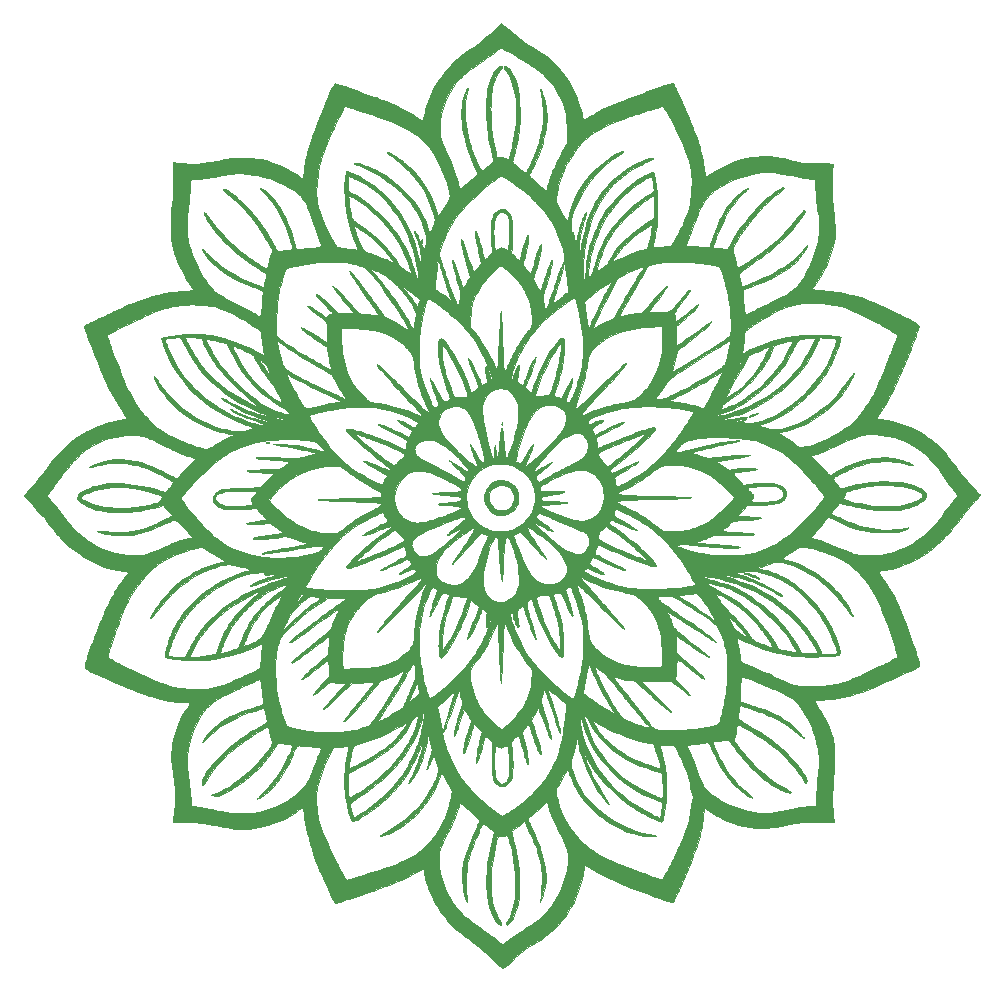
<source format=gbr>
%TF.GenerationSoftware,KiCad,Pcbnew,7.0.1*%
%TF.CreationDate,2023-06-02T16:34:45-07:00*%
%TF.ProjectId,flower,666c6f77-6572-42e6-9b69-6361645f7063,rev?*%
%TF.SameCoordinates,Original*%
%TF.FileFunction,Soldermask,Bot*%
%TF.FilePolarity,Negative*%
%FSLAX46Y46*%
G04 Gerber Fmt 4.6, Leading zero omitted, Abs format (unit mm)*
G04 Created by KiCad (PCBNEW 7.0.1) date 2023-06-02 16:34:45*
%MOMM*%
%LPD*%
G01*
G04 APERTURE LIST*
%ADD10C,0.010000*%
G04 APERTURE END LIST*
%TO.C,G\u002A\u002A\u002A*%
D10*
X30243373Y-44962267D02*
X30290784Y-44968725D01*
X30304772Y-44974217D01*
X30313061Y-45000444D01*
X30284244Y-45020495D01*
X30223376Y-45032003D01*
X30177417Y-45033834D01*
X30111297Y-45029946D01*
X30063783Y-45019962D01*
X30049546Y-45011259D01*
X30044067Y-44984298D01*
X30070734Y-44967917D01*
X30133442Y-44960547D01*
X30177417Y-44959750D01*
X30243373Y-44962267D01*
G36*
X30243373Y-44962267D02*
G01*
X30290784Y-44968725D01*
X30304772Y-44974217D01*
X30313061Y-45000444D01*
X30284244Y-45020495D01*
X30223376Y-45032003D01*
X30177417Y-45033834D01*
X30111297Y-45029946D01*
X30063783Y-45019962D01*
X30049546Y-45011259D01*
X30044067Y-44984298D01*
X30070734Y-44967917D01*
X30133442Y-44960547D01*
X30177417Y-44959750D01*
X30243373Y-44962267D01*
G37*
X43219369Y-27800403D02*
X43234918Y-27842021D01*
X43243289Y-27900985D01*
X43242127Y-27964835D01*
X43237614Y-27993012D01*
X43218926Y-28042542D01*
X43195715Y-28057277D01*
X43173870Y-28033996D01*
X43171820Y-28029019D01*
X43164588Y-27984656D01*
X43165480Y-27923387D01*
X43172798Y-27860233D01*
X43184843Y-27810216D01*
X43198994Y-27788587D01*
X43219369Y-27800403D01*
G36*
X43219369Y-27800403D02*
G01*
X43234918Y-27842021D01*
X43243289Y-27900985D01*
X43242127Y-27964835D01*
X43237614Y-27993012D01*
X43218926Y-28042542D01*
X43195715Y-28057277D01*
X43173870Y-28033996D01*
X43171820Y-28029019D01*
X43164588Y-27984656D01*
X43165480Y-27923387D01*
X43172798Y-27860233D01*
X43184843Y-27810216D01*
X43198994Y-27788587D01*
X43219369Y-27800403D01*
G37*
X50000139Y-43274172D02*
X50022250Y-43311059D01*
X50022917Y-43312768D01*
X50034868Y-43367919D01*
X50034957Y-43429206D01*
X50025529Y-43486206D01*
X50008933Y-43528496D01*
X49987512Y-43545653D01*
X49972131Y-43538409D01*
X49962623Y-43508374D01*
X49958219Y-43452506D01*
X49958551Y-43385613D01*
X49963253Y-43322501D01*
X49971957Y-43277978D01*
X49978873Y-43266392D01*
X50000139Y-43274172D01*
G36*
X50000139Y-43274172D02*
G01*
X50022250Y-43311059D01*
X50022917Y-43312768D01*
X50034868Y-43367919D01*
X50034957Y-43429206D01*
X50025529Y-43486206D01*
X50008933Y-43528496D01*
X49987512Y-43545653D01*
X49972131Y-43538409D01*
X49962623Y-43508374D01*
X49958219Y-43452506D01*
X49958551Y-43385613D01*
X49963253Y-43322501D01*
X49971957Y-43277978D01*
X49978873Y-43266392D01*
X50000139Y-43274172D01*
G37*
X71692706Y-42487391D02*
X71695834Y-42494247D01*
X71676876Y-42517121D01*
X71625053Y-42549494D01*
X71547939Y-42588346D01*
X71453107Y-42630656D01*
X71348131Y-42673403D01*
X71240585Y-42713566D01*
X71138042Y-42748122D01*
X71048077Y-42774053D01*
X70978264Y-42788335D01*
X70953968Y-42790167D01*
X70909778Y-42787741D01*
X70900834Y-42776193D01*
X70915367Y-42754846D01*
X70954348Y-42723540D01*
X71020713Y-42686980D01*
X71107423Y-42647515D01*
X71207438Y-42607497D01*
X71313718Y-42569275D01*
X71419223Y-42535201D01*
X71516914Y-42507625D01*
X71599751Y-42488898D01*
X71660696Y-42481369D01*
X71692706Y-42487391D01*
G36*
X71692706Y-42487391D02*
G01*
X71695834Y-42494247D01*
X71676876Y-42517121D01*
X71625053Y-42549494D01*
X71547939Y-42588346D01*
X71453107Y-42630656D01*
X71348131Y-42673403D01*
X71240585Y-42713566D01*
X71138042Y-42748122D01*
X71048077Y-42774053D01*
X70978264Y-42788335D01*
X70953968Y-42790167D01*
X70909778Y-42787741D01*
X70900834Y-42776193D01*
X70915367Y-42754846D01*
X70954348Y-42723540D01*
X71020713Y-42686980D01*
X71107423Y-42647515D01*
X71207438Y-42607497D01*
X71313718Y-42569275D01*
X71419223Y-42535201D01*
X71516914Y-42507625D01*
X71599751Y-42488898D01*
X71660696Y-42481369D01*
X71692706Y-42487391D01*
G37*
X70699420Y-56026360D02*
X70832403Y-56056246D01*
X70989930Y-56104642D01*
X71168055Y-56170500D01*
X71343256Y-56244074D01*
X71504143Y-56318838D01*
X71631884Y-56386005D01*
X71724998Y-56444534D01*
X71782008Y-56493382D01*
X71801432Y-56531510D01*
X71785792Y-56555655D01*
X71762241Y-56550622D01*
X71706541Y-56530743D01*
X71625137Y-56498559D01*
X71524478Y-56456611D01*
X71420667Y-56411695D01*
X71233341Y-56331246D01*
X71066647Y-56263570D01*
X70924264Y-56210006D01*
X70809869Y-56171891D01*
X70727140Y-56150565D01*
X70691167Y-56146334D01*
X70625602Y-56138331D01*
X70566787Y-56117910D01*
X70522263Y-56090447D01*
X70499569Y-56061320D01*
X70506245Y-56035905D01*
X70522864Y-56026305D01*
X70594925Y-56016031D01*
X70699420Y-56026360D01*
G36*
X70699420Y-56026360D02*
G01*
X70832403Y-56056246D01*
X70989930Y-56104642D01*
X71168055Y-56170500D01*
X71343256Y-56244074D01*
X71504143Y-56318838D01*
X71631884Y-56386005D01*
X71724998Y-56444534D01*
X71782008Y-56493382D01*
X71801432Y-56531510D01*
X71785792Y-56555655D01*
X71762241Y-56550622D01*
X71706541Y-56530743D01*
X71625137Y-56498559D01*
X71524478Y-56456611D01*
X71420667Y-56411695D01*
X71233341Y-56331246D01*
X71066647Y-56263570D01*
X70924264Y-56210006D01*
X70809869Y-56171891D01*
X70727140Y-56150565D01*
X70691167Y-56146334D01*
X70625602Y-56138331D01*
X70566787Y-56117910D01*
X70522263Y-56090447D01*
X70499569Y-56061320D01*
X70506245Y-56035905D01*
X70522864Y-56026305D01*
X70594925Y-56016031D01*
X70699420Y-56026360D01*
G37*
X48500862Y-49691586D02*
X48862256Y-49691586D01*
X48901803Y-49889421D01*
X48910320Y-49915957D01*
X49000126Y-50124856D01*
X49118209Y-50306665D01*
X49260892Y-50459322D01*
X49424497Y-50580763D01*
X49605348Y-50668924D01*
X49799765Y-50721742D01*
X50004073Y-50737153D01*
X50214592Y-50713094D01*
X50295429Y-50693179D01*
X50479854Y-50623045D01*
X50641769Y-50525323D01*
X50775479Y-50404233D01*
X50875289Y-50263994D01*
X50875605Y-50263414D01*
X50965292Y-50059723D01*
X51017349Y-49851676D01*
X51032755Y-49643935D01*
X51012495Y-49441161D01*
X50957549Y-49248016D01*
X50868900Y-49069163D01*
X50747529Y-48909263D01*
X50594421Y-48772979D01*
X50555975Y-48746230D01*
X50364674Y-48642653D01*
X50167007Y-48579640D01*
X49966696Y-48556639D01*
X49767465Y-48573100D01*
X49573036Y-48628473D01*
X49387135Y-48722208D01*
X49213482Y-48853754D01*
X49108074Y-48960250D01*
X48987739Y-49125771D01*
X48906084Y-49305605D01*
X48863970Y-49495595D01*
X48862256Y-49691586D01*
X48500862Y-49691586D01*
X48501134Y-49545382D01*
X48518271Y-49376654D01*
X48554985Y-49220978D01*
X48614079Y-49064901D01*
X48662790Y-48962806D01*
X48723511Y-48852375D01*
X48787184Y-48759307D01*
X48865571Y-48667711D01*
X48931006Y-48600417D01*
X49101501Y-48447084D01*
X49269885Y-48331288D01*
X49444059Y-48249434D01*
X49631927Y-48197928D01*
X49841390Y-48173174D01*
X49873546Y-48171612D01*
X50032439Y-48169763D01*
X50167986Y-48180599D01*
X50294130Y-48207168D01*
X50424813Y-48252517D01*
X50573978Y-48319695D01*
X50592613Y-48328794D01*
X50693269Y-48381238D01*
X50775478Y-48432796D01*
X50852713Y-48493348D01*
X50938451Y-48572777D01*
X50976122Y-48610023D01*
X51067262Y-48704804D01*
X51134892Y-48785505D01*
X51188379Y-48864712D01*
X51237090Y-48955014D01*
X51245209Y-48971627D01*
X51311671Y-49122441D01*
X51356707Y-49261078D01*
X51383048Y-49401326D01*
X51393421Y-49556970D01*
X51391724Y-49711667D01*
X51386250Y-49832063D01*
X51378145Y-49923366D01*
X51365155Y-49998817D01*
X51345029Y-50071653D01*
X51316918Y-50151365D01*
X51209401Y-50380846D01*
X51069129Y-50584951D01*
X50898805Y-50761087D01*
X50701136Y-50906663D01*
X50478825Y-51019086D01*
X50370417Y-51058508D01*
X50218808Y-51095310D01*
X50046286Y-51117590D01*
X49868842Y-51124524D01*
X49702468Y-51115287D01*
X49599078Y-51098289D01*
X49424510Y-51043018D01*
X49259995Y-50957217D01*
X49100286Y-50837417D01*
X48940137Y-50680149D01*
X48901493Y-50636946D01*
X48790997Y-50503126D01*
X48703022Y-50377134D01*
X48626065Y-50241612D01*
X48586835Y-50162142D01*
X48553799Y-50090267D01*
X48531394Y-50031592D01*
X48517170Y-49974120D01*
X48508676Y-49905851D01*
X48503463Y-49814784D01*
X48500772Y-49740616D01*
X48500862Y-49691586D01*
G36*
X48500862Y-49691586D02*
G01*
X48862256Y-49691586D01*
X48901803Y-49889421D01*
X48910320Y-49915957D01*
X49000126Y-50124856D01*
X49118209Y-50306665D01*
X49260892Y-50459322D01*
X49424497Y-50580763D01*
X49605348Y-50668924D01*
X49799765Y-50721742D01*
X50004073Y-50737153D01*
X50214592Y-50713094D01*
X50295429Y-50693179D01*
X50479854Y-50623045D01*
X50641769Y-50525323D01*
X50775479Y-50404233D01*
X50875289Y-50263994D01*
X50875605Y-50263414D01*
X50965292Y-50059723D01*
X51017349Y-49851676D01*
X51032755Y-49643935D01*
X51012495Y-49441161D01*
X50957549Y-49248016D01*
X50868900Y-49069163D01*
X50747529Y-48909263D01*
X50594421Y-48772979D01*
X50555975Y-48746230D01*
X50364674Y-48642653D01*
X50167007Y-48579640D01*
X49966696Y-48556639D01*
X49767465Y-48573100D01*
X49573036Y-48628473D01*
X49387135Y-48722208D01*
X49213482Y-48853754D01*
X49108074Y-48960250D01*
X48987739Y-49125771D01*
X48906084Y-49305605D01*
X48863970Y-49495595D01*
X48862256Y-49691586D01*
X48500862Y-49691586D01*
X48501134Y-49545382D01*
X48518271Y-49376654D01*
X48554985Y-49220978D01*
X48614079Y-49064901D01*
X48662790Y-48962806D01*
X48723511Y-48852375D01*
X48787184Y-48759307D01*
X48865571Y-48667711D01*
X48931006Y-48600417D01*
X49101501Y-48447084D01*
X49269885Y-48331288D01*
X49444059Y-48249434D01*
X49631927Y-48197928D01*
X49841390Y-48173174D01*
X49873546Y-48171612D01*
X50032439Y-48169763D01*
X50167986Y-48180599D01*
X50294130Y-48207168D01*
X50424813Y-48252517D01*
X50573978Y-48319695D01*
X50592613Y-48328794D01*
X50693269Y-48381238D01*
X50775478Y-48432796D01*
X50852713Y-48493348D01*
X50938451Y-48572777D01*
X50976122Y-48610023D01*
X51067262Y-48704804D01*
X51134892Y-48785505D01*
X51188379Y-48864712D01*
X51237090Y-48955014D01*
X51245209Y-48971627D01*
X51311671Y-49122441D01*
X51356707Y-49261078D01*
X51383048Y-49401326D01*
X51393421Y-49556970D01*
X51391724Y-49711667D01*
X51386250Y-49832063D01*
X51378145Y-49923366D01*
X51365155Y-49998817D01*
X51345029Y-50071653D01*
X51316918Y-50151365D01*
X51209401Y-50380846D01*
X51069129Y-50584951D01*
X50898805Y-50761087D01*
X50701136Y-50906663D01*
X50478825Y-51019086D01*
X50370417Y-51058508D01*
X50218808Y-51095310D01*
X50046286Y-51117590D01*
X49868842Y-51124524D01*
X49702468Y-51115287D01*
X49599078Y-51098289D01*
X49424510Y-51043018D01*
X49259995Y-50957217D01*
X49100286Y-50837417D01*
X48940137Y-50680149D01*
X48901493Y-50636946D01*
X48790997Y-50503126D01*
X48703022Y-50377134D01*
X48626065Y-50241612D01*
X48586835Y-50162142D01*
X48553799Y-50090267D01*
X48531394Y-50031592D01*
X48517170Y-49974120D01*
X48508676Y-49905851D01*
X48503463Y-49814784D01*
X48500772Y-49740616D01*
X48500862Y-49691586D01*
G37*
X21962984Y-26369295D02*
X23320095Y-26369295D01*
X23321209Y-26661679D01*
X23329067Y-26952832D01*
X23343628Y-27234154D01*
X23364856Y-27497048D01*
X23392712Y-27732914D01*
X23394503Y-27745401D01*
X23450036Y-28045079D01*
X23532200Y-28369738D01*
X23638466Y-28713672D01*
X23766301Y-29071177D01*
X23913175Y-29436548D01*
X24076557Y-29804078D01*
X24253915Y-30168063D01*
X24442719Y-30522798D01*
X24640438Y-30862578D01*
X24844540Y-31181697D01*
X25043661Y-31462686D01*
X25147595Y-31600143D01*
X25244820Y-31724844D01*
X25338129Y-31838757D01*
X25430313Y-31943851D01*
X25524166Y-32042094D01*
X25622480Y-32135453D01*
X25728047Y-32225896D01*
X25843660Y-32315393D01*
X25972113Y-32405911D01*
X26116196Y-32499417D01*
X26278703Y-32597880D01*
X26462427Y-32703269D01*
X26670160Y-32817551D01*
X26904694Y-32942694D01*
X27168823Y-33080667D01*
X27465338Y-33233437D01*
X27796167Y-33402531D01*
X27994718Y-33504067D01*
X28187582Y-33603252D01*
X28370363Y-33697788D01*
X28538665Y-33785376D01*
X28688091Y-33863719D01*
X28814246Y-33930517D01*
X28912733Y-33983473D01*
X28979157Y-34020288D01*
X28992084Y-34027788D01*
X29150232Y-34119556D01*
X29274603Y-34187898D01*
X29366297Y-34233376D01*
X29426417Y-34256552D01*
X29446869Y-34260000D01*
X29488322Y-34245236D01*
X29518611Y-34220583D01*
X29549544Y-34172407D01*
X29574664Y-34110886D01*
X29575083Y-34109458D01*
X29585507Y-34058167D01*
X29598233Y-33971017D01*
X29612620Y-33854380D01*
X29628032Y-33714629D01*
X29643830Y-33558137D01*
X29659376Y-33391275D01*
X29674032Y-33220417D01*
X29687159Y-33051934D01*
X29698118Y-32892200D01*
X29699925Y-32863000D01*
X29708154Y-32727973D01*
X29716352Y-32594523D01*
X29723828Y-32473864D01*
X29729886Y-32377210D01*
X29732654Y-32333834D01*
X29735660Y-32253842D01*
X29734119Y-32189367D01*
X29728394Y-32152898D01*
X29727331Y-32150818D01*
X29702529Y-32132417D01*
X29643800Y-32102424D01*
X29550093Y-32060395D01*
X29420354Y-32005883D01*
X29253533Y-31938442D01*
X29048577Y-31857628D01*
X28885581Y-31794303D01*
X28362963Y-31583837D01*
X27880100Y-31371576D01*
X27434415Y-31156020D01*
X27023330Y-30935667D01*
X26644268Y-30709016D01*
X26294652Y-30474566D01*
X25971904Y-30230816D01*
X25673448Y-29976264D01*
X25523962Y-29836194D01*
X25314901Y-29624757D01*
X25128895Y-29415785D01*
X24954672Y-29195726D01*
X24780961Y-28951025D01*
X24751796Y-28907685D01*
X24669239Y-28781188D01*
X24613014Y-28687634D01*
X24583338Y-28626643D01*
X24580428Y-28597839D01*
X24604502Y-28600845D01*
X24655779Y-28635282D01*
X24734475Y-28700774D01*
X24824387Y-28781772D01*
X24888670Y-28841769D01*
X24976358Y-28924746D01*
X25080558Y-29024120D01*
X25194375Y-29133305D01*
X25310916Y-29245717D01*
X25366529Y-29299596D01*
X25643371Y-29559330D01*
X25921500Y-29801534D01*
X26204843Y-30028552D01*
X26497324Y-30242729D01*
X26802870Y-30446407D01*
X27125407Y-30641932D01*
X27468861Y-30831647D01*
X27837157Y-31017897D01*
X28234221Y-31203026D01*
X28663980Y-31389378D01*
X29130359Y-31579297D01*
X29288417Y-31641379D01*
X29421213Y-31692940D01*
X29541707Y-31739384D01*
X29644016Y-31778471D01*
X29722258Y-31807962D01*
X29770549Y-31825617D01*
X29782778Y-31829614D01*
X29794737Y-31820442D01*
X29810073Y-31785789D01*
X29829672Y-31722470D01*
X29854422Y-31627296D01*
X29885211Y-31497081D01*
X29922927Y-31328639D01*
X29925300Y-31317834D01*
X29956131Y-31173966D01*
X29982879Y-31042520D01*
X30004431Y-30929533D01*
X30019672Y-30841043D01*
X30027487Y-30783088D01*
X30027715Y-30762975D01*
X30000590Y-30724470D01*
X29937123Y-30665225D01*
X29837708Y-30585533D01*
X29702738Y-30485691D01*
X29532610Y-30365993D01*
X29327716Y-30226733D01*
X29172829Y-30123719D01*
X28765680Y-29849889D01*
X28391427Y-29587151D01*
X28043804Y-29330515D01*
X27716548Y-29074989D01*
X27403396Y-28815583D01*
X27098082Y-28547305D01*
X26794344Y-28265165D01*
X26581953Y-28059348D01*
X26226228Y-27697701D01*
X25908175Y-27349930D01*
X25626225Y-27014027D01*
X25378810Y-26687982D01*
X25164362Y-26369785D01*
X24981314Y-26057427D01*
X24904528Y-25909750D01*
X24836205Y-25766950D01*
X24790435Y-25657263D01*
X24766538Y-25578412D01*
X24763832Y-25528121D01*
X24781640Y-25504112D01*
X24783219Y-25503503D01*
X24803715Y-25502471D01*
X24830104Y-25514058D01*
X24864552Y-25540786D01*
X24909226Y-25585179D01*
X24966294Y-25649759D01*
X25037923Y-25737049D01*
X25126279Y-25849573D01*
X25233530Y-25989854D01*
X25361844Y-26160414D01*
X25456911Y-26287827D01*
X25817967Y-26749892D01*
X26207167Y-27205236D01*
X26617845Y-27647016D01*
X27043334Y-28068390D01*
X27476966Y-28462517D01*
X27912076Y-28822552D01*
X27972593Y-28869741D01*
X28147766Y-29003141D01*
X28333038Y-29140330D01*
X28524813Y-29278933D01*
X28719497Y-29416574D01*
X28913493Y-29550878D01*
X29103205Y-29679468D01*
X29285039Y-29799970D01*
X29455399Y-29910007D01*
X29610689Y-30007203D01*
X29747313Y-30089183D01*
X29861677Y-30153572D01*
X29950185Y-30197992D01*
X30009240Y-30220070D01*
X30018886Y-30221809D01*
X30056301Y-30213819D01*
X30091532Y-30179099D01*
X30125795Y-30114686D01*
X30160303Y-30017616D01*
X30196272Y-29884925D01*
X30234917Y-29713649D01*
X30242938Y-29675162D01*
X30279074Y-29502776D01*
X30309636Y-29365251D01*
X30336621Y-29255798D01*
X30362027Y-29167628D01*
X30387850Y-29093949D01*
X30416087Y-29027974D01*
X30448736Y-28962912D01*
X30456898Y-28947698D01*
X30497351Y-28867363D01*
X30518119Y-28807458D01*
X30523294Y-28753391D01*
X30520840Y-28719628D01*
X30501046Y-28639925D01*
X30456733Y-28528952D01*
X30389111Y-28389055D01*
X30299385Y-28222584D01*
X30188764Y-28031888D01*
X30058456Y-27819316D01*
X30055590Y-27814750D01*
X29772865Y-27371144D01*
X29503752Y-26963144D01*
X29245392Y-26587357D01*
X28994930Y-26240390D01*
X28749509Y-25918850D01*
X28506272Y-25619344D01*
X28262362Y-25338479D01*
X28014922Y-25072862D01*
X27761096Y-24819100D01*
X27498026Y-24573800D01*
X27222857Y-24333569D01*
X26932731Y-24095014D01*
X26905237Y-24073071D01*
X26757201Y-23952017D01*
X26628328Y-23840220D01*
X26521477Y-23740527D01*
X26439509Y-23655788D01*
X26385283Y-23588849D01*
X26361659Y-23542557D01*
X26361214Y-23531405D01*
X26386042Y-23500428D01*
X26439966Y-23491567D01*
X26516061Y-23504701D01*
X26598434Y-23535530D01*
X26734418Y-23607490D01*
X26893648Y-23708420D01*
X27072144Y-23834876D01*
X27265928Y-23983411D01*
X27471017Y-24150580D01*
X27683433Y-24332937D01*
X27899194Y-24527038D01*
X28114321Y-24729437D01*
X28324834Y-24936687D01*
X28526751Y-25145345D01*
X28716094Y-25351963D01*
X28777488Y-25421816D01*
X28959158Y-25639524D01*
X29154583Y-25889295D01*
X29359568Y-26164854D01*
X29569919Y-26459925D01*
X29781440Y-26768234D01*
X29989935Y-27083505D01*
X30191211Y-27399461D01*
X30381070Y-27709829D01*
X30555318Y-28008332D01*
X30709761Y-28288695D01*
X30766327Y-28396834D01*
X30825073Y-28510929D01*
X30877073Y-28611547D01*
X30919291Y-28692845D01*
X30948691Y-28748981D01*
X30962239Y-28774112D01*
X30962700Y-28774826D01*
X30987931Y-28778552D01*
X31048657Y-28776666D01*
X31138531Y-28769967D01*
X31251205Y-28759255D01*
X31380328Y-28745330D01*
X31519553Y-28728992D01*
X31662532Y-28711041D01*
X31802914Y-28692276D01*
X31934353Y-28673496D01*
X32050498Y-28655503D01*
X32145002Y-28639095D01*
X32211516Y-28625073D01*
X32243691Y-28614236D01*
X32244825Y-28613309D01*
X32250879Y-28580758D01*
X32242987Y-28512348D01*
X32222199Y-28411809D01*
X32189568Y-28282870D01*
X32146146Y-28129258D01*
X32092985Y-27954704D01*
X32031137Y-27762935D01*
X31961654Y-27557680D01*
X31888953Y-27351993D01*
X31698115Y-26845082D01*
X31505868Y-26379015D01*
X31311465Y-25952308D01*
X31114160Y-25563476D01*
X30913206Y-25211036D01*
X30707856Y-24893502D01*
X30529604Y-24650334D01*
X30458391Y-24561043D01*
X30375942Y-24461927D01*
X30279052Y-24349341D01*
X30164516Y-24219643D01*
X30029127Y-24069188D01*
X29869681Y-23894334D01*
X29748792Y-23762796D01*
X29638719Y-23640908D01*
X29559362Y-23547127D01*
X29510527Y-23480637D01*
X29492016Y-23440623D01*
X29503635Y-23426269D01*
X29545187Y-23436759D01*
X29616475Y-23471279D01*
X29688514Y-23511964D01*
X29826078Y-23603278D01*
X29981333Y-23724840D01*
X30149052Y-23871308D01*
X30324003Y-24037339D01*
X30500957Y-24217592D01*
X30674685Y-24406723D01*
X30839956Y-24599390D01*
X30991541Y-24790251D01*
X31124211Y-24973963D01*
X31134395Y-24989000D01*
X31270322Y-25206105D01*
X31410875Y-25459153D01*
X31553676Y-25742335D01*
X31696350Y-26049845D01*
X31836520Y-26375875D01*
X31971810Y-26714616D01*
X32099844Y-27060261D01*
X32218244Y-27407003D01*
X32324635Y-27749034D01*
X32416640Y-28080546D01*
X32444377Y-28190459D01*
X32479841Y-28333214D01*
X32507613Y-28439795D01*
X32529447Y-28515293D01*
X32547096Y-28564801D01*
X32562313Y-28593409D01*
X32576852Y-28606210D01*
X32588342Y-28608500D01*
X32634262Y-28606652D01*
X32716163Y-28601454D01*
X32827873Y-28593424D01*
X32963216Y-28583080D01*
X33116020Y-28570939D01*
X33280109Y-28557520D01*
X33449310Y-28543341D01*
X33617448Y-28528919D01*
X33778349Y-28514773D01*
X33925840Y-28501420D01*
X34053746Y-28489379D01*
X34155894Y-28479167D01*
X34226108Y-28471303D01*
X34230834Y-28470705D01*
X34380433Y-28449803D01*
X34493166Y-28429876D01*
X34574437Y-28409587D01*
X34629649Y-28387601D01*
X34662933Y-28363876D01*
X34677701Y-28342933D01*
X34679906Y-28314411D01*
X34668178Y-28267998D01*
X34641152Y-28193376D01*
X34639882Y-28190049D01*
X34576969Y-28021281D01*
X34503434Y-27816932D01*
X34420970Y-27581926D01*
X34331271Y-27321184D01*
X34236031Y-27039630D01*
X34136944Y-26742185D01*
X34038120Y-26441186D01*
X33933598Y-26124040D01*
X33838717Y-25844180D01*
X33751965Y-25598053D01*
X33671829Y-25382107D01*
X33596800Y-25192791D01*
X33525365Y-25026550D01*
X33456013Y-24879834D01*
X33387232Y-24749090D01*
X33317511Y-24630766D01*
X33245338Y-24521309D01*
X33186727Y-24440281D01*
X32947604Y-24155442D01*
X32672438Y-23888589D01*
X34273167Y-23888589D01*
X34279399Y-24058022D01*
X34298599Y-24246847D01*
X34331518Y-24459829D01*
X34378910Y-24701738D01*
X34441528Y-24977339D01*
X34452006Y-25020750D01*
X34577832Y-25489566D01*
X34725056Y-25945195D01*
X34896441Y-26394177D01*
X35094751Y-26843049D01*
X35322751Y-27298352D01*
X35583206Y-27766623D01*
X35687100Y-27942391D01*
X36004944Y-28472199D01*
X36509597Y-28520992D01*
X36746395Y-28545663D01*
X36989452Y-28574229D01*
X37228057Y-28605261D01*
X37451497Y-28637329D01*
X37649060Y-28669003D01*
X37739432Y-28685108D01*
X37808447Y-28697962D01*
X37732375Y-28520939D01*
X37603181Y-28215103D01*
X37491322Y-27937997D01*
X37393940Y-27681145D01*
X37308175Y-27436071D01*
X37231168Y-27194300D01*
X37160059Y-26947355D01*
X37091990Y-26686761D01*
X37085473Y-26659811D01*
X37473313Y-26659811D01*
X37475199Y-26693016D01*
X37489083Y-26758834D01*
X37512843Y-26849971D01*
X37544354Y-26959132D01*
X37581493Y-27079021D01*
X37622134Y-27202346D01*
X37664155Y-27321809D01*
X37673327Y-27346724D01*
X37754165Y-27557615D01*
X37839267Y-27767473D01*
X37926031Y-27970653D01*
X38011853Y-28161506D01*
X38094131Y-28334387D01*
X38170262Y-28483647D01*
X38237641Y-28603641D01*
X38289116Y-28682584D01*
X38329139Y-28729723D01*
X38379600Y-28772997D01*
X38445558Y-28814924D01*
X38532072Y-28858024D01*
X38644201Y-28904816D01*
X38787003Y-28957820D01*
X38965539Y-29019555D01*
X38966205Y-29019780D01*
X39264399Y-29123261D01*
X39536079Y-29223730D01*
X39796142Y-29326967D01*
X40059485Y-29438751D01*
X40157500Y-29481994D01*
X40313795Y-29551018D01*
X40456309Y-29612891D01*
X40580355Y-29665654D01*
X40681250Y-29707349D01*
X40754310Y-29736017D01*
X40794848Y-29749698D01*
X40799803Y-29750580D01*
X40800037Y-29734834D01*
X40782027Y-29693192D01*
X40758992Y-29650959D01*
X40629492Y-29447916D01*
X40468327Y-29226452D01*
X40279536Y-28990887D01*
X40067161Y-28745543D01*
X39835240Y-28494739D01*
X39587814Y-28242798D01*
X39328923Y-27994041D01*
X39062606Y-27752788D01*
X38792905Y-27523361D01*
X38697000Y-27445487D01*
X38589249Y-27361800D01*
X38467694Y-27271934D01*
X38336790Y-27178750D01*
X38200993Y-27085108D01*
X38064758Y-26993869D01*
X37932541Y-26907893D01*
X37808798Y-26830042D01*
X37697982Y-26763175D01*
X37604551Y-26710154D01*
X37532959Y-26673839D01*
X37487662Y-26657091D01*
X37473313Y-26659811D01*
X37085473Y-26659811D01*
X37037173Y-26460084D01*
X36905921Y-25853698D01*
X36803146Y-25272372D01*
X36728137Y-24710501D01*
X36681777Y-24180647D01*
X37003705Y-24180647D01*
X37009316Y-24294149D01*
X37023052Y-24447884D01*
X37044945Y-24642233D01*
X37075025Y-24877579D01*
X37088914Y-24980069D01*
X37121003Y-25208043D01*
X37149713Y-25398576D01*
X37176025Y-25556335D01*
X37200918Y-25685988D01*
X37225371Y-25792202D01*
X37250363Y-25879645D01*
X37276874Y-25952983D01*
X37305883Y-26016885D01*
X37306895Y-26018889D01*
X37378951Y-26126535D01*
X37486183Y-26238632D01*
X37622640Y-26349614D01*
X37755084Y-26437662D01*
X38214572Y-26732181D01*
X38652239Y-27045750D01*
X39075151Y-27384027D01*
X39490373Y-27752672D01*
X39904973Y-28157343D01*
X39914501Y-28167062D01*
X40154464Y-28417645D01*
X40365038Y-28650104D01*
X40551392Y-28870768D01*
X40718694Y-29085962D01*
X40872114Y-29302013D01*
X40992864Y-29486917D01*
X41154305Y-29730246D01*
X41306645Y-29932785D01*
X41450258Y-30095003D01*
X41549546Y-30188017D01*
X41606506Y-30233544D01*
X41684006Y-30291473D01*
X41776094Y-30357775D01*
X41876821Y-30428420D01*
X41980238Y-30499380D01*
X42080394Y-30566624D01*
X42171340Y-30626123D01*
X42247125Y-30673847D01*
X42301801Y-30705768D01*
X42329416Y-30717856D01*
X42331283Y-30717439D01*
X42329748Y-30694577D01*
X42318651Y-30639223D01*
X42299831Y-30559655D01*
X42275125Y-30464151D01*
X42274821Y-30463020D01*
X42167220Y-30093645D01*
X42045805Y-29738608D01*
X41905807Y-29385444D01*
X41742452Y-29021688D01*
X41649935Y-28830750D01*
X41353646Y-28275809D01*
X41022164Y-27734575D01*
X40658339Y-27210190D01*
X40265021Y-26705796D01*
X39845059Y-26224532D01*
X39401303Y-25769541D01*
X38936603Y-25343962D01*
X38453809Y-24950938D01*
X37955770Y-24593608D01*
X37599332Y-24366237D01*
X37488676Y-24301087D01*
X37376633Y-24238382D01*
X37269520Y-24181303D01*
X37173652Y-24133032D01*
X37095346Y-24096749D01*
X37040918Y-24075635D01*
X37016740Y-24072816D01*
X37006190Y-24106996D01*
X37003705Y-24180647D01*
X36681777Y-24180647D01*
X36680187Y-24162480D01*
X36658588Y-23622703D01*
X36657129Y-23454417D01*
X36657155Y-23271430D01*
X36657506Y-23211603D01*
X36939987Y-23211603D01*
X36941786Y-23344224D01*
X36947194Y-23458604D01*
X36956399Y-23546632D01*
X36968764Y-23598302D01*
X37002895Y-23657871D01*
X37057108Y-23716064D01*
X37136103Y-23776339D01*
X37244585Y-23842154D01*
X37387256Y-23916970D01*
X37432176Y-23939126D01*
X37776350Y-24124303D01*
X38132992Y-24349911D01*
X38502078Y-24615934D01*
X38883587Y-24922353D01*
X39277496Y-25269153D01*
X39683781Y-25656314D01*
X39766845Y-25738912D01*
X40057082Y-26035998D01*
X40318059Y-26317938D01*
X40556001Y-26592672D01*
X40777133Y-26868137D01*
X40987683Y-27152272D01*
X41193874Y-27453016D01*
X41401933Y-27778307D01*
X41527559Y-27984084D01*
X41704429Y-28289797D01*
X41864919Y-28592908D01*
X42012041Y-28900559D01*
X42148808Y-29219894D01*
X42278229Y-29558056D01*
X42403318Y-29922191D01*
X42527085Y-30319440D01*
X42561885Y-30437480D01*
X42610421Y-30602289D01*
X42649889Y-30731868D01*
X42682274Y-30831853D01*
X42709560Y-30907881D01*
X42733733Y-30965587D01*
X42756777Y-31010606D01*
X42773158Y-31037375D01*
X42809274Y-31077762D01*
X42839600Y-31076480D01*
X42867028Y-31033215D01*
X42869634Y-31026792D01*
X42879921Y-30972862D01*
X42884029Y-30884917D01*
X42882374Y-30770761D01*
X42875371Y-30638194D01*
X42863433Y-30495020D01*
X42846975Y-30349041D01*
X42826413Y-30208058D01*
X42825981Y-30205448D01*
X42756940Y-29840859D01*
X42668286Y-29454729D01*
X42562494Y-29054413D01*
X42442040Y-28647267D01*
X42309398Y-28240649D01*
X42167045Y-27841915D01*
X42017456Y-27458419D01*
X41863106Y-27097520D01*
X41706470Y-26766573D01*
X41600307Y-26563109D01*
X41362989Y-26156096D01*
X41095892Y-25748753D01*
X40803686Y-25346472D01*
X40491042Y-24954645D01*
X40162628Y-24578664D01*
X39823117Y-24223922D01*
X39477178Y-23895810D01*
X39129482Y-23599720D01*
X38848732Y-23386321D01*
X38671609Y-23265809D01*
X38465628Y-23136547D01*
X38240878Y-23004123D01*
X38007449Y-22874129D01*
X37775431Y-22752153D01*
X37554913Y-22643787D01*
X37355984Y-22554620D01*
X37322369Y-22540681D01*
X37202938Y-22493736D01*
X37116160Y-22464693D01*
X37056742Y-22452685D01*
X37019391Y-22456842D01*
X36998816Y-22476299D01*
X36994483Y-22486923D01*
X36978567Y-22558698D01*
X36965133Y-22660887D01*
X36954371Y-22785382D01*
X36946468Y-22924072D01*
X36941610Y-23068849D01*
X36939987Y-23211603D01*
X36657506Y-23211603D01*
X36658026Y-23123280D01*
X36660182Y-23002473D01*
X36664063Y-22901514D01*
X36670108Y-22812911D01*
X36678755Y-22729167D01*
X36690445Y-22642790D01*
X36705617Y-22546285D01*
X36712968Y-22501917D01*
X36733897Y-22380275D01*
X36754450Y-22267190D01*
X36772845Y-22172024D01*
X36787301Y-22104142D01*
X36792931Y-22081813D01*
X36810379Y-22030070D01*
X36831475Y-22009610D01*
X36870153Y-22010649D01*
X36889392Y-22014089D01*
X36960185Y-22034050D01*
X37062735Y-22072332D01*
X37191916Y-22126473D01*
X37342605Y-22194012D01*
X37509675Y-22272490D01*
X37688002Y-22359445D01*
X37872460Y-22452417D01*
X38057925Y-22548946D01*
X38239271Y-22646570D01*
X38411373Y-22742831D01*
X38432417Y-22754895D01*
X38845248Y-23009313D01*
X39240051Y-23288128D01*
X39619973Y-23594243D01*
X39988161Y-23930562D01*
X40347760Y-24299990D01*
X40701917Y-24705429D01*
X41053778Y-25149783D01*
X41113357Y-25229086D01*
X41342544Y-25546546D01*
X41550679Y-25857453D01*
X41740949Y-26168105D01*
X41916539Y-26484801D01*
X42080636Y-26813841D01*
X42236424Y-27161524D01*
X42387092Y-27534147D01*
X42535823Y-27938011D01*
X42646032Y-28259250D01*
X42755339Y-28597529D01*
X42847747Y-28908604D01*
X42926001Y-29202769D01*
X42992844Y-29490321D01*
X43049377Y-29772667D01*
X43110250Y-30100750D01*
X43125871Y-29783250D01*
X43130586Y-29628652D01*
X43130764Y-29463733D01*
X43126582Y-29307329D01*
X43120361Y-29202746D01*
X43108703Y-29103720D01*
X44671733Y-29103720D01*
X44678255Y-29158462D01*
X44695874Y-29220023D01*
X44715372Y-29275250D01*
X44733058Y-29325853D01*
X44762356Y-29411871D01*
X44801663Y-29528502D01*
X44849373Y-29670944D01*
X44903881Y-29834396D01*
X44963581Y-30014056D01*
X45026868Y-30205121D01*
X45079786Y-30365334D01*
X45148082Y-30571641D01*
X45216952Y-30778324D01*
X45284319Y-30979244D01*
X45348108Y-31168262D01*
X45406243Y-31339240D01*
X45456647Y-31486040D01*
X45497245Y-31602523D01*
X45516463Y-31656500D01*
X45601032Y-31886939D01*
X45686930Y-32113483D01*
X45772396Y-32331970D01*
X45855671Y-32538241D01*
X45934995Y-32728135D01*
X46008609Y-32897492D01*
X46074752Y-33042152D01*
X46131665Y-33157954D01*
X46177588Y-33240739D01*
X46201402Y-33275750D01*
X46227833Y-33304787D01*
X46246400Y-33300750D01*
X46264674Y-33277978D01*
X46291181Y-33228070D01*
X46323054Y-33146334D01*
X46357247Y-33042429D01*
X46390712Y-32926015D01*
X46420402Y-32806753D01*
X46435264Y-32737208D01*
X46448233Y-32667153D01*
X46457758Y-32600786D01*
X46463174Y-32534617D01*
X46463814Y-32465154D01*
X46459013Y-32388909D01*
X46448106Y-32302391D01*
X46430427Y-32202109D01*
X46405310Y-32084574D01*
X46372090Y-31946295D01*
X46330100Y-31783783D01*
X46278676Y-31593547D01*
X46217152Y-31372097D01*
X46144862Y-31115942D01*
X46087736Y-30914955D01*
X46000301Y-30604944D01*
X45925896Y-30334833D01*
X45864433Y-30104272D01*
X45815824Y-29912912D01*
X45779981Y-29760403D01*
X45756817Y-29646396D01*
X45746243Y-29570541D01*
X45745500Y-29553160D01*
X45756141Y-29507130D01*
X45783487Y-29494452D01*
X45820674Y-29513311D01*
X45860839Y-29561894D01*
X45875294Y-29587459D01*
X45915947Y-29676222D01*
X45967759Y-29805177D01*
X46030524Y-29973738D01*
X46104033Y-30181315D01*
X46188080Y-30427324D01*
X46282457Y-30711176D01*
X46386957Y-31032286D01*
X46400529Y-31074417D01*
X46457396Y-31250570D01*
X46510482Y-31413920D01*
X46558349Y-31560117D01*
X46599556Y-31684814D01*
X46632664Y-31783660D01*
X46656232Y-31852308D01*
X46668821Y-31886408D01*
X46670316Y-31889334D01*
X46692155Y-31882921D01*
X46732341Y-31843300D01*
X46788245Y-31774031D01*
X46857239Y-31678678D01*
X46936692Y-31560803D01*
X47023978Y-31423968D01*
X47074791Y-31341225D01*
X47292832Y-30981487D01*
X47057048Y-30128369D01*
X46959822Y-29775014D01*
X46874035Y-29459803D01*
X46799053Y-29180303D01*
X46734246Y-28934080D01*
X46678983Y-28718702D01*
X46632633Y-28531735D01*
X46594563Y-28370747D01*
X46564143Y-28233305D01*
X46559257Y-28210042D01*
X46533665Y-28074172D01*
X46516692Y-27956298D01*
X46508720Y-27861754D01*
X46510132Y-27795873D01*
X46521309Y-27763987D01*
X46527131Y-27761834D01*
X46547578Y-27767893D01*
X46570142Y-27787789D01*
X46595868Y-27824098D01*
X46625802Y-27879396D01*
X46660989Y-27956261D01*
X46702476Y-28057268D01*
X46751307Y-28184994D01*
X46808529Y-28342015D01*
X46875186Y-28530908D01*
X46952325Y-28754250D01*
X47040992Y-29014616D01*
X47068307Y-29095334D01*
X47162578Y-29373789D01*
X47244437Y-29614525D01*
X47314777Y-29820010D01*
X47374489Y-29992715D01*
X47424466Y-30135107D01*
X47465601Y-30249655D01*
X47498785Y-30338830D01*
X47524911Y-30405099D01*
X47544872Y-30450932D01*
X47559559Y-30478798D01*
X47569865Y-30491165D01*
X47573212Y-30492334D01*
X47595046Y-30477784D01*
X47640251Y-30437852D01*
X47703317Y-30378106D01*
X47778737Y-30304119D01*
X47861003Y-30221461D01*
X47944607Y-30135704D01*
X48024042Y-30052419D01*
X48093800Y-29977177D01*
X48148373Y-29915549D01*
X48172672Y-29885973D01*
X48236190Y-29804417D01*
X48070716Y-29105917D01*
X47996483Y-28787680D01*
X47929372Y-28490030D01*
X47870145Y-28216611D01*
X47819562Y-27971069D01*
X47778382Y-27757048D01*
X47747367Y-27578194D01*
X47735076Y-27497250D01*
X47723602Y-27393354D01*
X47718295Y-27293504D01*
X47718932Y-27206062D01*
X47725289Y-27139395D01*
X47737144Y-27101866D01*
X47745750Y-27096661D01*
X47775798Y-27118693D01*
X47813832Y-27178737D01*
X47858754Y-27273459D01*
X47909466Y-27399523D01*
X47964869Y-27553595D01*
X48023866Y-27732340D01*
X48085357Y-27932423D01*
X48148246Y-28150508D01*
X48211433Y-28383262D01*
X48273820Y-28627349D01*
X48334309Y-28879435D01*
X48337740Y-28894250D01*
X48382314Y-29077604D01*
X48422043Y-29220551D01*
X48457459Y-29324674D01*
X48489096Y-29391555D01*
X48515209Y-29421486D01*
X48556100Y-29422736D01*
X48620071Y-29392997D01*
X48703970Y-29334508D01*
X48804647Y-29249506D01*
X48918950Y-29140229D01*
X48937278Y-29121677D01*
X49021609Y-29035340D01*
X49080502Y-28972850D01*
X49118189Y-28927860D01*
X49138905Y-28894022D01*
X49146884Y-28864990D01*
X49146358Y-28834415D01*
X49143663Y-28812248D01*
X49139503Y-28770049D01*
X49133101Y-28691431D01*
X49124877Y-28582224D01*
X49115257Y-28448259D01*
X49104661Y-28295364D01*
X49093513Y-28129372D01*
X49087455Y-28037000D01*
X49065463Y-27645007D01*
X49053331Y-27291837D01*
X49051613Y-27007643D01*
X49280960Y-27007643D01*
X49282721Y-27251694D01*
X49290535Y-27510326D01*
X49304257Y-27776733D01*
X49323742Y-28044106D01*
X49348844Y-28305639D01*
X49354501Y-28356427D01*
X49367078Y-28460646D01*
X49379296Y-28551366D01*
X49389817Y-28619292D01*
X49397300Y-28655129D01*
X49397710Y-28656285D01*
X49408787Y-28668106D01*
X49433064Y-28668076D01*
X49476804Y-28654274D01*
X49546267Y-28624775D01*
X49636462Y-28582978D01*
X49773613Y-28522709D01*
X49877921Y-28486994D01*
X49948442Y-28475384D01*
X50011781Y-28483592D01*
X50098233Y-28510556D01*
X50213022Y-28558034D01*
X50265942Y-28582184D01*
X50368002Y-28628449D01*
X50438320Y-28656895D01*
X50482654Y-28669349D01*
X50506759Y-28667638D01*
X50513757Y-28660844D01*
X50520531Y-28630689D01*
X50528730Y-28566073D01*
X50537569Y-28474809D01*
X50546258Y-28364710D01*
X50551453Y-28286757D01*
X50561046Y-28152747D01*
X50573003Y-28017248D01*
X50586043Y-27893086D01*
X50598888Y-27793086D01*
X50603837Y-27761834D01*
X50618203Y-27645552D01*
X50628094Y-27495269D01*
X50633673Y-27319064D01*
X50635106Y-27125012D01*
X50632554Y-26921192D01*
X50626182Y-26715682D01*
X50616153Y-26516559D01*
X50602630Y-26331900D01*
X50585778Y-26169784D01*
X50569341Y-26057917D01*
X50533766Y-25912506D01*
X50479051Y-25792492D01*
X50397254Y-25682447D01*
X50350915Y-25633488D01*
X50220932Y-25523796D01*
X50093241Y-25456285D01*
X49968754Y-25430827D01*
X49848383Y-25447292D01*
X49733040Y-25505550D01*
X49623637Y-25605471D01*
X49521085Y-25746928D01*
X49518241Y-25751617D01*
X49474299Y-25840675D01*
X49429059Y-25960656D01*
X49385883Y-26100407D01*
X49348133Y-26248776D01*
X49319169Y-26394608D01*
X49313447Y-26431050D01*
X49296178Y-26590514D01*
X49285397Y-26784980D01*
X49280960Y-27007643D01*
X49051613Y-27007643D01*
X49051416Y-26975060D01*
X49060073Y-26692247D01*
X49079658Y-26440968D01*
X49110529Y-26218793D01*
X49153040Y-26023294D01*
X49207548Y-25852040D01*
X49274409Y-25702601D01*
X49353979Y-25572549D01*
X49446613Y-25459453D01*
X49468497Y-25436891D01*
X49572749Y-25347999D01*
X49687969Y-25274403D01*
X49718472Y-25259084D01*
X49791558Y-25226924D01*
X49850351Y-25208816D01*
X49911718Y-25201792D01*
X49992529Y-25202883D01*
X50027987Y-25204604D01*
X50190171Y-25227820D01*
X50328483Y-25281802D01*
X50452172Y-25370951D01*
X50518742Y-25438147D01*
X50598190Y-25534958D01*
X50662837Y-25635014D01*
X50715367Y-25745523D01*
X50758465Y-25873696D01*
X50794816Y-26026741D01*
X50827103Y-26211869D01*
X50840155Y-26301334D01*
X50850880Y-26387307D01*
X50859460Y-26478925D01*
X50866106Y-26581913D01*
X50871030Y-26701993D01*
X50874444Y-26844888D01*
X50876559Y-27016321D01*
X50877588Y-27222017D01*
X50877745Y-27317334D01*
X50877792Y-27518465D01*
X50877306Y-27683868D01*
X50875942Y-27820146D01*
X50873356Y-27933903D01*
X50869202Y-28031744D01*
X50863135Y-28120272D01*
X50854811Y-28206091D01*
X50843883Y-28295806D01*
X50830007Y-28396020D01*
X50816565Y-28488098D01*
X50754712Y-28907446D01*
X50996481Y-29150885D01*
X51100132Y-29252934D01*
X51198141Y-29345125D01*
X51286019Y-29423616D01*
X51359275Y-29484566D01*
X51413416Y-29524134D01*
X51443953Y-29538480D01*
X51448042Y-29537075D01*
X51464404Y-29503808D01*
X51491200Y-29430260D01*
X51528211Y-29317122D01*
X51575222Y-29165085D01*
X51632012Y-28974839D01*
X51698366Y-28747075D01*
X51713891Y-28693167D01*
X51790909Y-28427046D01*
X51858167Y-28199078D01*
X51916708Y-28006487D01*
X51967574Y-27846492D01*
X52011805Y-27716317D01*
X52050445Y-27613182D01*
X52084534Y-27534309D01*
X52115115Y-27476921D01*
X52143229Y-27438238D01*
X52169918Y-27415483D01*
X52196224Y-27405877D01*
X52196614Y-27405820D01*
X52224825Y-27405691D01*
X52238747Y-27422676D01*
X52243331Y-27466869D01*
X52243667Y-27501803D01*
X52238455Y-27593483D01*
X52223661Y-27719974D01*
X52200544Y-27875164D01*
X52170366Y-28052944D01*
X52134385Y-28247203D01*
X52093863Y-28451830D01*
X52050059Y-28660714D01*
X52004234Y-28867745D01*
X51957649Y-29066813D01*
X51911564Y-29251806D01*
X51867238Y-29416615D01*
X51825933Y-29555128D01*
X51810557Y-29601749D01*
X51774334Y-29715958D01*
X51757236Y-29802720D01*
X51761530Y-29873421D01*
X51789485Y-29939445D01*
X51843368Y-30012180D01*
X51906339Y-30082494D01*
X51981679Y-30169268D01*
X52067289Y-30276505D01*
X52151095Y-30388711D01*
X52204027Y-30464597D01*
X52262060Y-30547671D01*
X52313587Y-30615123D01*
X52353354Y-30660506D01*
X52376106Y-30677374D01*
X52377313Y-30677223D01*
X52398793Y-30665555D01*
X52420716Y-30642755D01*
X52444119Y-30605862D01*
X52470039Y-30551916D01*
X52499513Y-30477956D01*
X52533579Y-30381022D01*
X52573273Y-30258154D01*
X52619634Y-30106392D01*
X52673697Y-29922774D01*
X52736501Y-29704342D01*
X52809083Y-29448133D01*
X52813737Y-29431618D01*
X52898665Y-29135925D01*
X52975223Y-28881559D01*
X53043480Y-28668366D01*
X53103506Y-28496190D01*
X53155373Y-28364875D01*
X53199150Y-28274266D01*
X53234907Y-28224207D01*
X53262715Y-28214544D01*
X53282643Y-28245120D01*
X53294763Y-28315780D01*
X53297701Y-28360886D01*
X53294613Y-28485451D01*
X53276298Y-28648686D01*
X53242924Y-28849827D01*
X53194660Y-29088109D01*
X53131673Y-29362767D01*
X53054133Y-29673037D01*
X52962208Y-30018154D01*
X52856066Y-30397354D01*
X52826873Y-30498968D01*
X52644690Y-31130019D01*
X52828304Y-31472635D01*
X52921795Y-31645113D01*
X52999442Y-31783697D01*
X53063818Y-31892609D01*
X53117499Y-31976071D01*
X53163057Y-32038307D01*
X53196897Y-32077231D01*
X53245160Y-32127545D01*
X53283077Y-32024314D01*
X53298199Y-31981795D01*
X53325303Y-31904161D01*
X53362683Y-31796355D01*
X53408630Y-31663322D01*
X53461438Y-31510005D01*
X53519402Y-31341349D01*
X53580813Y-31162297D01*
X53600039Y-31106167D01*
X53709740Y-30787724D01*
X53809145Y-30503148D01*
X53897936Y-30253293D01*
X53975795Y-30039012D01*
X54042405Y-29861160D01*
X54097447Y-29720591D01*
X54140605Y-29618158D01*
X54171560Y-29554717D01*
X54184544Y-29535273D01*
X54218065Y-29508167D01*
X54238086Y-29516824D01*
X54244836Y-29562461D01*
X54238544Y-29646291D01*
X54223815Y-29744361D01*
X54193837Y-29898954D01*
X54150475Y-30090350D01*
X54094540Y-30315467D01*
X54026846Y-30571225D01*
X53948202Y-30854544D01*
X53859421Y-31162343D01*
X53778601Y-31434250D01*
X53700503Y-31695017D01*
X53634481Y-31919414D01*
X53579870Y-32111441D01*
X53536002Y-32275098D01*
X53502211Y-32414386D01*
X53477832Y-32533303D01*
X53462197Y-32635851D01*
X53454642Y-32726030D01*
X53454498Y-32807839D01*
X53461100Y-32885278D01*
X53473783Y-32962348D01*
X53491878Y-33043049D01*
X53503189Y-33087708D01*
X53528752Y-33197004D01*
X53551042Y-33311879D01*
X53566406Y-33412817D01*
X53569585Y-33442514D01*
X53578863Y-33523062D01*
X53590423Y-33590314D01*
X53601789Y-33629923D01*
X53601975Y-33630292D01*
X53636964Y-33662937D01*
X53685920Y-33658253D01*
X53744201Y-33616931D01*
X53753399Y-33607680D01*
X53774559Y-33579698D01*
X53800206Y-33534373D01*
X53831141Y-33469560D01*
X53868167Y-33383116D01*
X53912085Y-33272898D01*
X53963696Y-33136762D01*
X53965885Y-33130780D01*
X54282148Y-33130780D01*
X54289269Y-33153825D01*
X54302591Y-33159334D01*
X54331141Y-33148072D01*
X54386688Y-33117356D01*
X54461392Y-33071789D01*
X54547418Y-33015976D01*
X54553159Y-33012141D01*
X54616819Y-32967637D01*
X54704043Y-32903968D01*
X54809098Y-32825566D01*
X54926252Y-32736864D01*
X55049774Y-32642295D01*
X55173930Y-32546293D01*
X55292988Y-32453290D01*
X55401216Y-32367720D01*
X55492882Y-32294016D01*
X55562254Y-32236610D01*
X55603598Y-32199937D01*
X55604377Y-32199173D01*
X55613569Y-32181532D01*
X55617087Y-32148239D01*
X55614542Y-32093515D01*
X55605540Y-32011580D01*
X55589691Y-31896655D01*
X55579011Y-31824576D01*
X55564396Y-31723647D01*
X55545574Y-31587833D01*
X55523488Y-31424269D01*
X55499085Y-31240088D01*
X55473307Y-31042425D01*
X55447100Y-30838414D01*
X55421409Y-30635189D01*
X55419424Y-30619334D01*
X55395796Y-30431657D01*
X55373351Y-30255590D01*
X55352718Y-30095904D01*
X55334526Y-29957372D01*
X55319403Y-29844765D01*
X55307979Y-29762857D01*
X55300883Y-29716418D01*
X55299476Y-29709167D01*
X55291407Y-29699789D01*
X55278071Y-29721512D01*
X55258497Y-29777022D01*
X55231710Y-29869007D01*
X55203623Y-29973750D01*
X55137521Y-30220867D01*
X55063660Y-30486856D01*
X54981136Y-30774755D01*
X54889045Y-31087599D01*
X54786484Y-31428427D01*
X54672549Y-31800274D01*
X54546336Y-32206179D01*
X54416057Y-32620349D01*
X54364079Y-32787448D01*
X54325478Y-32918345D01*
X54299474Y-33016735D01*
X54285290Y-33086315D01*
X54282148Y-33130780D01*
X53965885Y-33130780D01*
X54023802Y-32972566D01*
X54093204Y-32778166D01*
X54172705Y-32551418D01*
X54263105Y-32290180D01*
X54365207Y-31992308D01*
X54443566Y-31762334D01*
X54565305Y-31405054D01*
X54674541Y-31086125D01*
X54771981Y-30803680D01*
X54858330Y-30555849D01*
X54934294Y-30340763D01*
X55000578Y-30156554D01*
X55057889Y-30001353D01*
X55106931Y-29873291D01*
X55148411Y-29770500D01*
X55183034Y-29691110D01*
X55211505Y-29633254D01*
X55234530Y-29595062D01*
X55252816Y-29574666D01*
X55267067Y-29570197D01*
X55270738Y-29571730D01*
X55285191Y-29567667D01*
X55282634Y-29536315D01*
X55276184Y-29499765D01*
X55264984Y-29429198D01*
X55250242Y-29332509D01*
X55233163Y-29217594D01*
X55218262Y-29115290D01*
X55133309Y-28637087D01*
X55018122Y-28177519D01*
X54869447Y-27725236D01*
X54699258Y-27303438D01*
X54469805Y-26827379D01*
X54200419Y-26354130D01*
X53893500Y-25886326D01*
X53551446Y-25426601D01*
X53176658Y-24977590D01*
X52771535Y-24541929D01*
X52654503Y-24428513D01*
X54568508Y-24428513D01*
X54569330Y-24507578D01*
X54576393Y-24570275D01*
X54593377Y-24631162D01*
X54623963Y-24704797D01*
X54655102Y-24771022D01*
X54706343Y-24873824D01*
X54771307Y-24997977D01*
X54846816Y-25137944D01*
X54929691Y-25288188D01*
X55016753Y-25443172D01*
X55104824Y-25597357D01*
X55190725Y-25745208D01*
X55271277Y-25881186D01*
X55343302Y-25999754D01*
X55403622Y-26095376D01*
X55449057Y-26162513D01*
X55467793Y-26186752D01*
X55516399Y-26243259D01*
X55561766Y-26087088D01*
X55583931Y-26009016D01*
X55613503Y-25902357D01*
X55647092Y-25779459D01*
X55681308Y-25652668D01*
X55691803Y-25613417D01*
X55842547Y-25108083D01*
X56019063Y-24629832D01*
X56225350Y-24169442D01*
X56465405Y-23717691D01*
X56639777Y-23426978D01*
X56947646Y-22969193D01*
X57285206Y-22530613D01*
X57648939Y-22114644D01*
X58035330Y-21724693D01*
X58440861Y-21364167D01*
X58862017Y-21036472D01*
X59295282Y-20745014D01*
X59582040Y-20576442D01*
X59724032Y-20501200D01*
X59859227Y-20436110D01*
X59983205Y-20382679D01*
X60091548Y-20342416D01*
X60179833Y-20316828D01*
X60243641Y-20307423D01*
X60278553Y-20315708D01*
X60282255Y-20337625D01*
X60259770Y-20364747D01*
X60204897Y-20411691D01*
X60121174Y-20475880D01*
X60012137Y-20554740D01*
X59881323Y-20645696D01*
X59732268Y-20746172D01*
X59616233Y-20822577D01*
X59347277Y-21006406D01*
X59089267Y-21200797D01*
X58834052Y-21412482D01*
X58573481Y-21648191D01*
X58326816Y-21887264D01*
X57889674Y-22348729D01*
X57488594Y-22825694D01*
X57124626Y-23316605D01*
X56798819Y-23819907D01*
X56512221Y-24334046D01*
X56265880Y-24857468D01*
X56177055Y-25073647D01*
X56049316Y-25425439D01*
X55951901Y-25757069D01*
X55883113Y-26076068D01*
X55841258Y-26389965D01*
X55826358Y-26631610D01*
X55822821Y-26789498D01*
X55824255Y-26910562D01*
X55831719Y-27000133D01*
X55846273Y-27063537D01*
X55868975Y-27106105D01*
X55900884Y-27133165D01*
X55928475Y-27145459D01*
X55967126Y-27165830D01*
X55998830Y-27200772D01*
X56025647Y-27255797D01*
X56049633Y-27336418D01*
X56072849Y-27448147D01*
X56097352Y-27596496D01*
X56097660Y-27598507D01*
X56124834Y-27767762D01*
X56148547Y-27897215D01*
X56169326Y-27989207D01*
X56187698Y-28046081D01*
X56203535Y-28069802D01*
X56222009Y-28066798D01*
X56243609Y-28034954D01*
X56269138Y-27971871D01*
X56299400Y-27875151D01*
X56335196Y-27742395D01*
X56377330Y-27571206D01*
X56393838Y-27501273D01*
X56429359Y-27351756D01*
X56466361Y-27200024D01*
X56502195Y-27056663D01*
X56534211Y-26932260D01*
X56559758Y-26837402D01*
X56562020Y-26829365D01*
X56619452Y-26634851D01*
X56681329Y-26440072D01*
X56745492Y-26250791D01*
X56809777Y-26072774D01*
X56872023Y-25911783D01*
X56930069Y-25773584D01*
X56981752Y-25663940D01*
X57024912Y-25588615D01*
X57030105Y-25581199D01*
X57069544Y-25530165D01*
X57095149Y-25509552D01*
X57115703Y-25513994D01*
X57125699Y-25522794D01*
X57139105Y-25542558D01*
X57140897Y-25570573D01*
X57129436Y-25615925D01*
X57103081Y-25687697D01*
X57089875Y-25721139D01*
X57048357Y-25835975D01*
X57000436Y-25987018D01*
X56947565Y-26168877D01*
X56891197Y-26376161D01*
X56832786Y-26603479D01*
X56773785Y-26845440D01*
X56715648Y-27096654D01*
X56699445Y-27169167D01*
X56642812Y-27430036D01*
X56596491Y-27656028D01*
X56559489Y-27853061D01*
X56530811Y-28027053D01*
X56509460Y-28183923D01*
X56494444Y-28329588D01*
X56486777Y-28434443D01*
X56482907Y-28529271D01*
X56481466Y-28638565D01*
X56482179Y-28755603D01*
X56484770Y-28873661D01*
X56488964Y-28986017D01*
X56494486Y-29085947D01*
X56501058Y-29166729D01*
X56508407Y-29221640D01*
X56516256Y-29243957D01*
X56519867Y-29241595D01*
X56527861Y-29221317D01*
X56538662Y-29182928D01*
X56552908Y-29123379D01*
X56571235Y-29039621D01*
X56594280Y-28928604D01*
X56622679Y-28787280D01*
X56657069Y-28612599D01*
X56698087Y-28401512D01*
X56731654Y-28227500D01*
X56859059Y-27612489D01*
X56997587Y-27036221D01*
X57148447Y-26496286D01*
X57312844Y-25990270D01*
X57491989Y-25515762D01*
X57687087Y-25070350D01*
X57899347Y-24651623D01*
X58129976Y-24257167D01*
X58380182Y-23884572D01*
X58651173Y-23531425D01*
X58944156Y-23195314D01*
X59260339Y-22873828D01*
X59541087Y-22616520D01*
X59911460Y-22307974D01*
X60292520Y-22021209D01*
X60680077Y-21758630D01*
X61069943Y-21522644D01*
X61457928Y-21315657D01*
X61839846Y-21140076D01*
X62211505Y-20998305D01*
X62520228Y-20905131D01*
X62624050Y-20881053D01*
X62695331Y-20873323D01*
X62740833Y-20882563D01*
X62767317Y-20909396D01*
X62775217Y-20928571D01*
X62771774Y-20979535D01*
X62728411Y-21023033D01*
X62647137Y-21057427D01*
X62603423Y-21068495D01*
X62517024Y-21094207D01*
X62399981Y-21139476D01*
X62257678Y-21201627D01*
X62095496Y-21277983D01*
X61918816Y-21365868D01*
X61733021Y-21462604D01*
X61543491Y-21565515D01*
X61355610Y-21671926D01*
X61176000Y-21778403D01*
X60703100Y-22085411D01*
X60252996Y-22416939D01*
X59829498Y-22769628D01*
X59436415Y-23140118D01*
X59077556Y-23525051D01*
X58777593Y-23893421D01*
X58446653Y-24364186D01*
X58147307Y-24862557D01*
X57879498Y-25388680D01*
X57643170Y-25942699D01*
X57438267Y-26524759D01*
X57264731Y-27135005D01*
X57122506Y-27773582D01*
X57017738Y-28396834D01*
X56980186Y-28675377D01*
X56946606Y-28957449D01*
X56917181Y-29239187D01*
X56892094Y-29516729D01*
X56871530Y-29786214D01*
X56855670Y-30043779D01*
X56844698Y-30285562D01*
X56838798Y-30507702D01*
X56838152Y-30706336D01*
X56842944Y-30877602D01*
X56853357Y-31017638D01*
X56869574Y-31122583D01*
X56885887Y-31176482D01*
X56911664Y-31223377D01*
X56935126Y-31244994D01*
X56941673Y-31244364D01*
X56959303Y-31217984D01*
X56981334Y-31164765D01*
X56994137Y-31125601D01*
X57012379Y-31055313D01*
X57028947Y-30970984D01*
X57044463Y-30867568D01*
X57059552Y-30740018D01*
X57069442Y-30638605D01*
X57281334Y-30638605D01*
X57282561Y-30760587D01*
X57288395Y-30844214D01*
X57302062Y-30893443D01*
X57326789Y-30912228D01*
X57365801Y-30904525D01*
X57422326Y-30874291D01*
X57456312Y-30853137D01*
X57510372Y-30812112D01*
X57559436Y-30758800D01*
X57605174Y-30689186D01*
X57649255Y-30599253D01*
X57693349Y-30484985D01*
X57697125Y-30473219D01*
X57982679Y-30473219D01*
X58124131Y-30394354D01*
X58209632Y-30346039D01*
X58313001Y-30286691D01*
X58415744Y-30226949D01*
X58445045Y-30209736D01*
X58569633Y-30131802D01*
X58675430Y-30053788D01*
X58768160Y-29969137D01*
X58853547Y-29871295D01*
X58937315Y-29753705D01*
X59013299Y-29629279D01*
X59334500Y-29629279D01*
X59352502Y-29644357D01*
X59405796Y-29637849D01*
X59474714Y-29616604D01*
X59520503Y-29598209D01*
X59596523Y-29565249D01*
X59694754Y-29521305D01*
X59807179Y-29469957D01*
X59906000Y-29424058D01*
X60115342Y-29327166D01*
X60306264Y-29241525D01*
X60486082Y-29164346D01*
X60662109Y-29092842D01*
X60841662Y-29024226D01*
X61032056Y-28955711D01*
X61240605Y-28884509D01*
X61474625Y-28807833D01*
X61741430Y-28722897D01*
X61768667Y-28714322D01*
X61906172Y-28670944D01*
X62029761Y-28631719D01*
X62133864Y-28598434D01*
X62212914Y-28572875D01*
X62261340Y-28556829D01*
X62274225Y-28552105D01*
X62284970Y-28528379D01*
X62304002Y-28470048D01*
X62329571Y-28383631D01*
X62359928Y-28275651D01*
X62393324Y-28152628D01*
X62428008Y-28021083D01*
X62462231Y-27887536D01*
X62494244Y-27758508D01*
X62522297Y-27640521D01*
X62540216Y-27560750D01*
X62575888Y-27386813D01*
X62607257Y-27215492D01*
X62633438Y-27053236D01*
X62653548Y-26906492D01*
X62666701Y-26781710D01*
X62672011Y-26685337D01*
X62668691Y-26624325D01*
X62655702Y-26577047D01*
X62635108Y-26562408D01*
X62608884Y-26566984D01*
X62534353Y-26597339D01*
X62431418Y-26651495D01*
X62304421Y-26726425D01*
X62157704Y-26819101D01*
X61995610Y-26926496D01*
X61822481Y-27045583D01*
X61642660Y-27173335D01*
X61460490Y-27306725D01*
X61280313Y-27442726D01*
X61106471Y-27578310D01*
X60943307Y-27710450D01*
X60823376Y-27811653D01*
X60554648Y-28059957D01*
X60279081Y-28347021D01*
X59999006Y-28670274D01*
X59716755Y-29027148D01*
X59699641Y-29049785D01*
X59627965Y-29147899D01*
X59555702Y-29252171D01*
X59487107Y-29355849D01*
X59426434Y-29452179D01*
X59377940Y-29534409D01*
X59345878Y-29595787D01*
X59334500Y-29629279D01*
X59013299Y-29629279D01*
X59025188Y-29609811D01*
X59122387Y-29434000D01*
X59279364Y-29156482D01*
X59447443Y-28891418D01*
X59629263Y-28636244D01*
X59827465Y-28388398D01*
X60044689Y-28145315D01*
X60283575Y-27904433D01*
X60546762Y-27663187D01*
X60836891Y-27419015D01*
X61156601Y-27169354D01*
X61508533Y-26911639D01*
X61895327Y-26643307D01*
X62217831Y-26428334D01*
X62846545Y-26015584D01*
X62847356Y-25047209D01*
X62847186Y-24849310D01*
X62846380Y-24665018D01*
X62845002Y-24498520D01*
X62843117Y-24354005D01*
X62840792Y-24235661D01*
X62838091Y-24147674D01*
X62835079Y-24094235D01*
X62832292Y-24079100D01*
X62797807Y-24090754D01*
X62735115Y-24122434D01*
X62650859Y-24170137D01*
X62551682Y-24229858D01*
X62444228Y-24297595D01*
X62335142Y-24369342D01*
X62231066Y-24441095D01*
X62227822Y-24443397D01*
X61940006Y-24654800D01*
X61646232Y-24883742D01*
X61351709Y-25125498D01*
X61061647Y-25375342D01*
X60781257Y-25628549D01*
X60515747Y-25880392D01*
X60270329Y-26126148D01*
X60050210Y-26361089D01*
X59860603Y-26580491D01*
X59829419Y-26618834D01*
X59571787Y-26950355D01*
X59338125Y-27276141D01*
X59125899Y-27601427D01*
X58932577Y-27931449D01*
X58755628Y-28271443D01*
X58592519Y-28626643D01*
X58440717Y-29002285D01*
X58297691Y-29403606D01*
X58160908Y-29835839D01*
X58027836Y-30304221D01*
X58004070Y-30392818D01*
X57982679Y-30473219D01*
X57697125Y-30473219D01*
X57739125Y-30342366D01*
X57788252Y-30167379D01*
X57842399Y-29956009D01*
X57861432Y-29878500D01*
X58019827Y-29317174D01*
X58218916Y-28765953D01*
X58458017Y-28225997D01*
X58736449Y-27698463D01*
X59053528Y-27184509D01*
X59408574Y-26685292D01*
X59800903Y-26201970D01*
X60229834Y-25735702D01*
X60406141Y-25559462D01*
X60675986Y-25303785D01*
X60951200Y-25059437D01*
X61238088Y-24821426D01*
X61542955Y-24584761D01*
X61872104Y-24344450D01*
X62231838Y-24095500D01*
X62382500Y-23994517D01*
X62505279Y-23912881D01*
X62615833Y-23839356D01*
X62709460Y-23777070D01*
X62781457Y-23729153D01*
X62827122Y-23698733D01*
X62841816Y-23688904D01*
X62842244Y-23666967D01*
X62838183Y-23610172D01*
X62830431Y-23525663D01*
X62819789Y-23420583D01*
X62807055Y-23302078D01*
X62793028Y-23177290D01*
X62778508Y-23053363D01*
X62764294Y-22937441D01*
X62751184Y-22836668D01*
X62739980Y-22758187D01*
X62733112Y-22717232D01*
X62710766Y-22609715D01*
X62689734Y-22537893D01*
X62665865Y-22495479D01*
X62635005Y-22476189D01*
X62593005Y-22473738D01*
X62573666Y-22475860D01*
X62484443Y-22499733D01*
X62367137Y-22550070D01*
X62224914Y-22624773D01*
X62060940Y-22721747D01*
X61878380Y-22838893D01*
X61680399Y-22974115D01*
X61470163Y-23125316D01*
X61250836Y-23290400D01*
X61025585Y-23467268D01*
X60805584Y-23647141D01*
X60671927Y-23762782D01*
X60518878Y-23902197D01*
X60353753Y-24058164D01*
X60183865Y-24223457D01*
X60016530Y-24390853D01*
X59859063Y-24553129D01*
X59718778Y-24703061D01*
X59602990Y-24833425D01*
X59595751Y-24841914D01*
X59296119Y-25213622D01*
X59013989Y-25601742D01*
X58757819Y-25994262D01*
X58617343Y-26231735D01*
X58492593Y-26463878D01*
X58362303Y-26728843D01*
X58230128Y-27018130D01*
X58099721Y-27323238D01*
X57974738Y-27635667D01*
X57858834Y-27946916D01*
X57772979Y-28195750D01*
X57691132Y-28456716D01*
X57613171Y-28732415D01*
X57540374Y-29016494D01*
X57474019Y-29302602D01*
X57415386Y-29584385D01*
X57365752Y-29855492D01*
X57326395Y-30109570D01*
X57298596Y-30340268D01*
X57283631Y-30541231D01*
X57281334Y-30638605D01*
X57069442Y-30638605D01*
X57074838Y-30583289D01*
X57090945Y-30392334D01*
X57101243Y-30259500D01*
X57127119Y-29940699D01*
X57153733Y-29660732D01*
X57181529Y-29416103D01*
X57210954Y-29203316D01*
X57242454Y-29018871D01*
X57276475Y-28859273D01*
X57283440Y-28830750D01*
X57338322Y-28628812D01*
X57409075Y-28396514D01*
X57492854Y-28141468D01*
X57586813Y-27871284D01*
X57688107Y-27593576D01*
X57793891Y-27315954D01*
X57901321Y-27046029D01*
X58007550Y-26791414D01*
X58109735Y-26559720D01*
X58205029Y-26358558D01*
X58215010Y-26338538D01*
X58468940Y-25873998D01*
X58761214Y-25414215D01*
X59087849Y-24963403D01*
X59444861Y-24525775D01*
X59828263Y-24105546D01*
X60234073Y-23706929D01*
X60658304Y-23334137D01*
X61096974Y-22991385D01*
X61546096Y-22682887D01*
X61842750Y-22502145D01*
X61956094Y-22438470D01*
X62082814Y-22370411D01*
X62215270Y-22301758D01*
X62345825Y-22236301D01*
X62466841Y-22177831D01*
X62570679Y-22130139D01*
X62649701Y-22097015D01*
X62681707Y-22085805D01*
X62735706Y-22074679D01*
X62774891Y-22083333D01*
X62805658Y-22117700D01*
X62834404Y-22183717D01*
X62855136Y-22246736D01*
X62901918Y-22421523D01*
X62945942Y-22633684D01*
X62986812Y-22878326D01*
X63024134Y-23150555D01*
X63057511Y-23445480D01*
X63086550Y-23758207D01*
X63110855Y-24083842D01*
X63130031Y-24417492D01*
X63143682Y-24754265D01*
X63151415Y-25089267D01*
X63152834Y-25417606D01*
X63147543Y-25734387D01*
X63144453Y-25830208D01*
X63134880Y-26061011D01*
X63123342Y-26264088D01*
X63108635Y-26449753D01*
X63089554Y-26628321D01*
X63064895Y-26810109D01*
X63033456Y-27005430D01*
X62994032Y-27224601D01*
X62962263Y-27391417D01*
X62923278Y-27595570D01*
X62887561Y-27787832D01*
X62855897Y-27963617D01*
X62829074Y-28118336D01*
X62807879Y-28247400D01*
X62793099Y-28346223D01*
X62785522Y-28410216D01*
X62784671Y-28426545D01*
X62787116Y-28443545D01*
X62799169Y-28454299D01*
X62827899Y-28459550D01*
X62880374Y-28460039D01*
X62963666Y-28456510D01*
X63033375Y-28452657D01*
X63108295Y-28446999D01*
X63209986Y-28437325D01*
X63332255Y-28424408D01*
X63468908Y-28409023D01*
X63613755Y-28391946D01*
X63760601Y-28373950D01*
X63903254Y-28355811D01*
X64035521Y-28338303D01*
X64151210Y-28322200D01*
X64244127Y-28308278D01*
X64308081Y-28297311D01*
X64320758Y-28294125D01*
X65558081Y-28294125D01*
X65558943Y-28311311D01*
X65561316Y-28312167D01*
X65584111Y-28313819D01*
X65642142Y-28318402D01*
X65728455Y-28325356D01*
X65836099Y-28334122D01*
X65939319Y-28342592D01*
X66125759Y-28357315D01*
X66318189Y-28371376D01*
X66511903Y-28384531D01*
X66702194Y-28396532D01*
X66884355Y-28407134D01*
X67053679Y-28416092D01*
X67205460Y-28423159D01*
X67334991Y-28428091D01*
X67437564Y-28430640D01*
X67508474Y-28430563D01*
X67543013Y-28427612D01*
X67545374Y-28426441D01*
X67555987Y-28402268D01*
X67577864Y-28342849D01*
X67609273Y-28253227D01*
X67648479Y-28138444D01*
X67693751Y-28003543D01*
X67743356Y-27853568D01*
X67766468Y-27783000D01*
X67926425Y-27312125D01*
X68086728Y-26879565D01*
X68249347Y-26481334D01*
X68416253Y-26113444D01*
X68589418Y-25771909D01*
X68770813Y-25452742D01*
X68962408Y-25151956D01*
X69166176Y-24865564D01*
X69285001Y-24711669D01*
X69457592Y-24507686D01*
X69648627Y-24305522D01*
X69851515Y-24110906D01*
X70059664Y-23929565D01*
X70266482Y-23767227D01*
X70465379Y-23629618D01*
X70649762Y-23522466D01*
X70659113Y-23517691D01*
X70741513Y-23479430D01*
X70792076Y-23464510D01*
X70810576Y-23473376D01*
X70796781Y-23506474D01*
X70750463Y-23564248D01*
X70671393Y-23647145D01*
X70559342Y-23755611D01*
X70515792Y-23796436D01*
X70247606Y-24052842D01*
X70010100Y-24294942D01*
X69797433Y-24529832D01*
X69603763Y-24764610D01*
X69423245Y-25006375D01*
X69250040Y-25262224D01*
X69078303Y-25539255D01*
X69070634Y-25552133D01*
X68916120Y-25826301D01*
X68757123Y-26135361D01*
X68596628Y-26472534D01*
X68437615Y-26831041D01*
X68283067Y-27204103D01*
X68135965Y-27584943D01*
X67999291Y-27966781D01*
X67968255Y-28058167D01*
X67922363Y-28198071D01*
X67890748Y-28303221D01*
X67872406Y-28378340D01*
X67866334Y-28428153D01*
X67871526Y-28457384D01*
X67881140Y-28468016D01*
X67908524Y-28474768D01*
X67970518Y-28484755D01*
X68060638Y-28497253D01*
X68172402Y-28511539D01*
X68299325Y-28526890D01*
X68434926Y-28542583D01*
X68572721Y-28557895D01*
X68706227Y-28572103D01*
X68828962Y-28584483D01*
X68934441Y-28594312D01*
X69016183Y-28600869D01*
X69067704Y-28603428D01*
X69082847Y-28602050D01*
X69093304Y-28583129D01*
X69120970Y-28533048D01*
X69162586Y-28457703D01*
X69214895Y-28362991D01*
X69272188Y-28259250D01*
X69583083Y-27722161D01*
X69916085Y-27195532D01*
X70267916Y-26683475D01*
X70635296Y-26190099D01*
X71014945Y-25719515D01*
X71403585Y-25275833D01*
X71797935Y-24863163D01*
X72194718Y-24485616D01*
X72481804Y-24236390D01*
X72681785Y-24073935D01*
X72874927Y-23924733D01*
X73058600Y-23790351D01*
X73230172Y-23672356D01*
X73387011Y-23572315D01*
X73526485Y-23491797D01*
X73645963Y-23432367D01*
X73742812Y-23395594D01*
X73814400Y-23383045D01*
X73858097Y-23396287D01*
X73867909Y-23410944D01*
X73864759Y-23442863D01*
X73834911Y-23489628D01*
X73776627Y-23552961D01*
X73688170Y-23634585D01*
X73567803Y-23736225D01*
X73422520Y-23852729D01*
X73062063Y-24143786D01*
X72731591Y-24426379D01*
X72422282Y-24708965D01*
X72125314Y-24999997D01*
X71831866Y-25307932D01*
X71533116Y-25641224D01*
X71419894Y-25772167D01*
X71159634Y-26083547D01*
X70903248Y-26405277D01*
X70654497Y-26732025D01*
X70417140Y-27058459D01*
X70194939Y-27379244D01*
X69991651Y-27689048D01*
X69811038Y-27982539D01*
X69656860Y-28254382D01*
X69617721Y-28328232D01*
X69565695Y-28434113D01*
X69533012Y-28521623D01*
X69519158Y-28601987D01*
X69523621Y-28686429D01*
X69545890Y-28786175D01*
X69585453Y-28912448D01*
X69590397Y-28927133D01*
X69660362Y-29146418D01*
X69714532Y-29346483D01*
X69757451Y-29545236D01*
X69780688Y-29677417D01*
X69808316Y-29832280D01*
X69835608Y-29949437D01*
X69864745Y-30033440D01*
X69897908Y-30088841D01*
X69937276Y-30120194D01*
X69985030Y-30132049D01*
X69998658Y-30132500D01*
X70053888Y-30119534D01*
X70142115Y-30080788D01*
X70262935Y-30016496D01*
X70415942Y-29926888D01*
X70600733Y-29812196D01*
X70816905Y-29672652D01*
X70923217Y-29602537D01*
X71436604Y-29254237D01*
X71913142Y-28914277D01*
X72356650Y-28579236D01*
X72770944Y-28245691D01*
X73159843Y-27910221D01*
X73527164Y-27569404D01*
X73876724Y-27219816D01*
X74212342Y-26858036D01*
X74537835Y-26480643D01*
X74857021Y-26084213D01*
X74877357Y-26058069D01*
X74997349Y-25906411D01*
X75113699Y-25764837D01*
X75222966Y-25637151D01*
X75321709Y-25527157D01*
X75406487Y-25438659D01*
X75473858Y-25375460D01*
X75520381Y-25341365D01*
X75529226Y-25337544D01*
X75589071Y-25332720D01*
X75634930Y-25353906D01*
X75653977Y-25395022D01*
X75654000Y-25396712D01*
X75641438Y-25434008D01*
X75605713Y-25500482D01*
X75549765Y-25591982D01*
X75476535Y-25704359D01*
X75388962Y-25833463D01*
X75289988Y-25975145D01*
X75182552Y-26125252D01*
X75069596Y-26279637D01*
X74954059Y-26434148D01*
X74838881Y-26584636D01*
X74727004Y-26726950D01*
X74621368Y-26856940D01*
X74608150Y-26872834D01*
X74179938Y-27358723D01*
X73714642Y-27834899D01*
X73217226Y-28296531D01*
X72692656Y-28738785D01*
X72680084Y-28748873D01*
X72495720Y-28894820D01*
X72311148Y-29037018D01*
X72120630Y-29179631D01*
X71918428Y-29326824D01*
X71698805Y-29482759D01*
X71456021Y-29651600D01*
X71184340Y-29837511D01*
X71113750Y-29885436D01*
X70885120Y-30041241D01*
X70689873Y-30176241D01*
X70525689Y-30292380D01*
X70390250Y-30391602D01*
X70281237Y-30475850D01*
X70196332Y-30547070D01*
X70133215Y-30607204D01*
X70089569Y-30658198D01*
X70063073Y-30701994D01*
X70051410Y-30740538D01*
X70052200Y-30775442D01*
X70067734Y-30856086D01*
X70088918Y-30959573D01*
X70114036Y-31078188D01*
X70141374Y-31204213D01*
X70169218Y-31329934D01*
X70195852Y-31447636D01*
X70219563Y-31549601D01*
X70238635Y-31628115D01*
X70251353Y-31675461D01*
X70253875Y-31682959D01*
X70286102Y-31729295D01*
X70318384Y-31741167D01*
X70371948Y-31732868D01*
X70459892Y-31709038D01*
X70577883Y-31671280D01*
X70721589Y-31621194D01*
X70886678Y-31560383D01*
X71068817Y-31490447D01*
X71263674Y-31412989D01*
X71466917Y-31329610D01*
X71674214Y-31241911D01*
X71706417Y-31228040D01*
X72208393Y-31003823D01*
X72671441Y-30780974D01*
X73098815Y-30557282D01*
X73493770Y-30330533D01*
X73859559Y-30098514D01*
X74199435Y-29859012D01*
X74516653Y-29609815D01*
X74814467Y-29348708D01*
X75096130Y-29073480D01*
X75364897Y-28781917D01*
X75452575Y-28680254D01*
X75567279Y-28546299D01*
X75658182Y-28443306D01*
X75727785Y-28369066D01*
X75778590Y-28321371D01*
X75813098Y-28298013D01*
X75833810Y-28296782D01*
X75843227Y-28315470D01*
X75844500Y-28334177D01*
X75834953Y-28381451D01*
X75805238Y-28451839D01*
X75753752Y-28548536D01*
X75678885Y-28674732D01*
X75648047Y-28724561D01*
X75416341Y-29062481D01*
X75152154Y-29384989D01*
X74854157Y-29693188D01*
X74521020Y-29988183D01*
X74151413Y-30271078D01*
X73744007Y-30542979D01*
X73297473Y-30804990D01*
X72881167Y-31023240D01*
X72678630Y-31122678D01*
X72481528Y-31215922D01*
X72283693Y-31305559D01*
X72078955Y-31394175D01*
X71861145Y-31484358D01*
X71624092Y-31578694D01*
X71361629Y-31679772D01*
X71067585Y-31790177D01*
X70935702Y-31839021D01*
X70793408Y-31891783D01*
X70664446Y-31940056D01*
X70554065Y-31981839D01*
X70467513Y-32015131D01*
X70410038Y-32037930D01*
X70386889Y-32048237D01*
X70386769Y-32048342D01*
X70384048Y-32072689D01*
X70384174Y-32133135D01*
X70386802Y-32223565D01*
X70391585Y-32337865D01*
X70398179Y-32469922D01*
X70406238Y-32613620D01*
X70415416Y-32762845D01*
X70425368Y-32911484D01*
X70435749Y-33053422D01*
X70446212Y-33182546D01*
X70456413Y-33292740D01*
X70457924Y-33307500D01*
X70473939Y-33454215D01*
X70491240Y-33600156D01*
X70508921Y-33738843D01*
X70526081Y-33863795D01*
X70541815Y-33968529D01*
X70555219Y-34046566D01*
X70565390Y-34091424D01*
X70568192Y-34098377D01*
X70585219Y-34111064D01*
X70616409Y-34113127D01*
X70664552Y-34103414D01*
X70732441Y-34080771D01*
X70822867Y-34044045D01*
X70938622Y-33992082D01*
X71082497Y-33923730D01*
X71257285Y-33837836D01*
X71465777Y-33733246D01*
X71526500Y-33702518D01*
X71717505Y-33606296D01*
X71917230Y-33506715D01*
X72117849Y-33407604D01*
X72311538Y-33312797D01*
X72490474Y-33226123D01*
X72646831Y-33151415D01*
X72764750Y-33096203D01*
X73133597Y-32922345D01*
X73466996Y-32757444D01*
X73764001Y-32602019D01*
X74023668Y-32456590D01*
X74245052Y-32321678D01*
X74427208Y-32197800D01*
X74504110Y-32139506D01*
X74780158Y-31897117D01*
X75046563Y-31615680D01*
X75301922Y-31297669D01*
X75544832Y-30945561D01*
X75773890Y-30561830D01*
X75987691Y-30148952D01*
X76184832Y-29709403D01*
X76363910Y-29245656D01*
X76523522Y-28760189D01*
X76626064Y-28396834D01*
X76716839Y-28030736D01*
X76787592Y-27693770D01*
X76838710Y-27377975D01*
X76870580Y-27075393D01*
X76883589Y-26778066D01*
X76878124Y-26478034D01*
X76854570Y-26167340D01*
X76813316Y-25838024D01*
X76764940Y-25539334D01*
X76709456Y-25204222D01*
X76661564Y-24870848D01*
X76620228Y-24530014D01*
X76584410Y-24172523D01*
X76553073Y-23789180D01*
X76530991Y-23465000D01*
X76521026Y-23311071D01*
X76511065Y-23164875D01*
X76501643Y-23033706D01*
X76493294Y-22924860D01*
X76486556Y-22845633D01*
X76482952Y-22810616D01*
X76468917Y-22695982D01*
X76066750Y-22637983D01*
X75807610Y-22598987D01*
X75514902Y-22552055D01*
X75196363Y-22498535D01*
X74859731Y-22439770D01*
X74512741Y-22377106D01*
X74163129Y-22311889D01*
X73890321Y-22259476D01*
X73649263Y-22212833D01*
X73444731Y-22174116D01*
X73271794Y-22142688D01*
X73125517Y-22117911D01*
X73000971Y-22099148D01*
X72893222Y-22085759D01*
X72797339Y-22077108D01*
X72708390Y-22072557D01*
X72621442Y-22071467D01*
X72531563Y-22073201D01*
X72468417Y-22075575D01*
X72043823Y-22108943D01*
X71598887Y-22172564D01*
X71140704Y-22264455D01*
X70676372Y-22382632D01*
X70212988Y-22525114D01*
X69757649Y-22689916D01*
X69317450Y-22875056D01*
X68923000Y-23066281D01*
X68573976Y-23255886D01*
X68263147Y-23443323D01*
X67986787Y-23632326D01*
X67741171Y-23826628D01*
X67522575Y-24029966D01*
X67327273Y-24246072D01*
X67151540Y-24478682D01*
X66991652Y-24731529D01*
X66843882Y-25008348D01*
X66721616Y-25273120D01*
X66680274Y-25372645D01*
X66628754Y-25503388D01*
X66570406Y-25656452D01*
X66508580Y-25822941D01*
X66446625Y-25993957D01*
X66393281Y-26145093D01*
X66291934Y-26433678D01*
X66199604Y-26690348D01*
X66112986Y-26923690D01*
X66028775Y-27142287D01*
X65943665Y-27354726D01*
X65854351Y-27569592D01*
X65760826Y-27787870D01*
X65689071Y-27954623D01*
X65633998Y-28085787D01*
X65594529Y-28184201D01*
X65569583Y-28252701D01*
X65558081Y-28294125D01*
X64320758Y-28294125D01*
X64336877Y-28290074D01*
X64337670Y-28289500D01*
X64349894Y-28269470D01*
X64380326Y-28217332D01*
X64426259Y-28137788D01*
X64484990Y-28035539D01*
X64553813Y-27915285D01*
X64630024Y-27781728D01*
X64647386Y-27751250D01*
X64887364Y-27319981D01*
X65100154Y-26915488D01*
X65287221Y-26533386D01*
X65450027Y-26169285D01*
X65590035Y-25818797D01*
X65708708Y-25477535D01*
X65807509Y-25141111D01*
X65887901Y-24805136D01*
X65951347Y-24465222D01*
X65999310Y-24116982D01*
X66033253Y-23756028D01*
X66046182Y-23555855D01*
X66060747Y-23129383D01*
X66055223Y-22722756D01*
X66028438Y-22329254D01*
X65979221Y-21942153D01*
X65906401Y-21554734D01*
X65808806Y-21160273D01*
X65685264Y-20752048D01*
X65534604Y-20323339D01*
X65439802Y-20076494D01*
X65341192Y-19834685D01*
X65227698Y-19570567D01*
X65101909Y-19289325D01*
X64966418Y-18996145D01*
X64823814Y-18696213D01*
X64676689Y-18394714D01*
X64527633Y-18096835D01*
X64379236Y-17807761D01*
X64234090Y-17532679D01*
X64094786Y-17276773D01*
X63963913Y-17045230D01*
X63844063Y-16843235D01*
X63750759Y-16695545D01*
X63693991Y-16609900D01*
X63654080Y-16554035D01*
X63624840Y-16522217D01*
X63600084Y-16508714D01*
X63573625Y-16507795D01*
X63551965Y-16511345D01*
X63498570Y-16523951D01*
X63409172Y-16548141D01*
X63288085Y-16582590D01*
X63139621Y-16625968D01*
X62968093Y-16676950D01*
X62777814Y-16734205D01*
X62573098Y-16796408D01*
X62358257Y-16862231D01*
X62137604Y-16930345D01*
X61915453Y-16999423D01*
X61696116Y-17068138D01*
X61483906Y-17135162D01*
X61283137Y-17199166D01*
X61098121Y-17258825D01*
X60933172Y-17312809D01*
X60792602Y-17359791D01*
X60763250Y-17369782D01*
X60230858Y-17558153D01*
X59738331Y-17746088D01*
X59283245Y-17935083D01*
X58863178Y-18126631D01*
X58475703Y-18322226D01*
X58118399Y-18523362D01*
X57788840Y-18731534D01*
X57484603Y-18948235D01*
X57203264Y-19174958D01*
X56942398Y-19413199D01*
X56699583Y-19664451D01*
X56472393Y-19930207D01*
X56346555Y-20091945D01*
X56132482Y-20386827D01*
X55924070Y-20693798D01*
X55725589Y-21005723D01*
X55541310Y-21315472D01*
X55375504Y-21615911D01*
X55232443Y-21899909D01*
X55135872Y-22113696D01*
X55061620Y-22301770D01*
X54987003Y-22515055D01*
X54913655Y-22746879D01*
X54843212Y-22990571D01*
X54777309Y-23239460D01*
X54717581Y-23486875D01*
X54665663Y-23726145D01*
X54623190Y-23950598D01*
X54591798Y-24153563D01*
X54573121Y-24328369D01*
X54568508Y-24428513D01*
X52654503Y-24428513D01*
X52338477Y-24122253D01*
X51879884Y-23721195D01*
X51398154Y-23341392D01*
X50895688Y-22985478D01*
X50582084Y-22782512D01*
X50440089Y-22696122D01*
X50302309Y-22616583D01*
X50175267Y-22547359D01*
X50065488Y-22491915D01*
X49979498Y-22453717D01*
X49933841Y-22438294D01*
X49875009Y-22442244D01*
X49788706Y-22474974D01*
X49676937Y-22534876D01*
X49541710Y-22620346D01*
X49385028Y-22729777D01*
X49208898Y-22861562D01*
X49015325Y-23014096D01*
X48806315Y-23185773D01*
X48583873Y-23374987D01*
X48350005Y-23580131D01*
X48106715Y-23799599D01*
X47856010Y-24031786D01*
X47599896Y-24275084D01*
X47409599Y-24459834D01*
X47130726Y-24736231D01*
X46881474Y-24990702D01*
X46658428Y-25227795D01*
X46458177Y-25452058D01*
X46277305Y-25668038D01*
X46112399Y-25880282D01*
X45960047Y-26093340D01*
X45816834Y-26311757D01*
X45679348Y-26540083D01*
X45544173Y-26782865D01*
X45407898Y-27044651D01*
X45288612Y-27285584D01*
X45143384Y-27595691D01*
X45015067Y-27892566D01*
X44905072Y-28172309D01*
X44814812Y-28431018D01*
X44745699Y-28664791D01*
X44699145Y-28869728D01*
X44686157Y-28949872D01*
X44674851Y-29039591D01*
X44671733Y-29103720D01*
X43108703Y-29103720D01*
X43088987Y-28936265D01*
X43036825Y-28644314D01*
X42966442Y-28336730D01*
X42880406Y-28023349D01*
X42781284Y-27714008D01*
X42671642Y-27418546D01*
X42625543Y-27306750D01*
X42588549Y-27207654D01*
X42572780Y-27135643D01*
X42578653Y-27093957D01*
X42596959Y-27084538D01*
X42626009Y-27103590D01*
X42668279Y-27157811D01*
X42721705Y-27242890D01*
X42784225Y-27354516D01*
X42853776Y-27488380D01*
X42928296Y-27640171D01*
X43005721Y-27805578D01*
X43083990Y-27980292D01*
X43161040Y-28160001D01*
X43234807Y-28340396D01*
X43303231Y-28517166D01*
X43364246Y-28686000D01*
X43366725Y-28693167D01*
X43375407Y-28708941D01*
X43385815Y-28705783D01*
X43399287Y-28679849D01*
X43417166Y-28627299D01*
X43440794Y-28544290D01*
X43471510Y-28426981D01*
X43502461Y-28304367D01*
X43535138Y-28171942D01*
X43558394Y-28070731D01*
X43573540Y-27990998D01*
X43581882Y-27923005D01*
X43584729Y-27857016D01*
X43583391Y-27783295D01*
X43580684Y-27722284D01*
X43557673Y-27501676D01*
X43510062Y-27254212D01*
X43439772Y-26986032D01*
X43348724Y-26703274D01*
X43238842Y-26412076D01*
X43112046Y-26118580D01*
X43016071Y-25918675D01*
X42770207Y-25468961D01*
X42490509Y-25035026D01*
X42175677Y-24615379D01*
X41824413Y-24208527D01*
X41435414Y-23812979D01*
X41007382Y-23427242D01*
X40539016Y-23049825D01*
X40471540Y-22998611D01*
X40010085Y-22665137D01*
X39558388Y-22368320D01*
X39111200Y-22105237D01*
X38663272Y-21872961D01*
X38209355Y-21668567D01*
X37797776Y-21508350D01*
X37659765Y-21456898D01*
X37560251Y-21415878D01*
X37497143Y-21383684D01*
X37468352Y-21358708D01*
X37471789Y-21339345D01*
X37505363Y-21323989D01*
X37545896Y-21314722D01*
X37631339Y-21311555D01*
X37749863Y-21326347D01*
X37896945Y-21357609D01*
X38068066Y-21403850D01*
X38258705Y-21463579D01*
X38464341Y-21535306D01*
X38680454Y-21617541D01*
X38902521Y-21708793D01*
X39126024Y-21807572D01*
X39321417Y-21900084D01*
X39530628Y-22008897D01*
X39761677Y-22140484D01*
X40005111Y-22289110D01*
X40251477Y-22449036D01*
X40447753Y-22583668D01*
X40699767Y-22771403D01*
X40966801Y-22989184D01*
X41242323Y-23230621D01*
X41519800Y-23489324D01*
X41792701Y-23758903D01*
X42054492Y-24032968D01*
X42298642Y-24305129D01*
X42518617Y-24568996D01*
X42647012Y-24735000D01*
X42885669Y-25068418D01*
X43092178Y-25388253D01*
X43270634Y-25702801D01*
X43425129Y-26020356D01*
X43559759Y-26349214D01*
X43678618Y-26697668D01*
X43767532Y-27005125D01*
X43793245Y-27096205D01*
X43816336Y-27169925D01*
X43834071Y-27218044D01*
X43843016Y-27232667D01*
X43865149Y-27214456D01*
X43901090Y-27164052D01*
X43947122Y-27087801D01*
X43999532Y-26992047D01*
X44054604Y-26883134D01*
X44084685Y-26819917D01*
X44170172Y-26624335D01*
X44236097Y-26448205D01*
X44281060Y-26295910D01*
X44303663Y-26171834D01*
X44306167Y-26125904D01*
X44296896Y-26022934D01*
X44270325Y-25887098D01*
X44228320Y-25723280D01*
X44172744Y-25536361D01*
X44105463Y-25331222D01*
X44028341Y-25112747D01*
X43943243Y-24885817D01*
X43852032Y-24655313D01*
X43756575Y-24426119D01*
X43658735Y-24203117D01*
X43560376Y-23991187D01*
X43463365Y-23795213D01*
X43369564Y-23620077D01*
X43310105Y-23517917D01*
X43201768Y-23351904D01*
X43064903Y-23163223D01*
X42903443Y-22956382D01*
X42721319Y-22735891D01*
X42522461Y-22506258D01*
X42310800Y-22271993D01*
X42090269Y-22037604D01*
X41864797Y-21807601D01*
X41638315Y-21586491D01*
X41569342Y-21521234D01*
X41367824Y-21335758D01*
X41183697Y-21174773D01*
X41007216Y-21030278D01*
X40828637Y-20894270D01*
X40654917Y-20770317D01*
X40496994Y-20657697D01*
X40375931Y-20564616D01*
X40291283Y-20490600D01*
X40242608Y-20435177D01*
X40229459Y-20397871D01*
X40251394Y-20378210D01*
X40284023Y-20374667D01*
X40338873Y-20386878D01*
X40423168Y-20421697D01*
X40532434Y-20476397D01*
X40662200Y-20548255D01*
X40807991Y-20634546D01*
X40965334Y-20732545D01*
X41129756Y-20839527D01*
X41296785Y-20952769D01*
X41461946Y-21069545D01*
X41620768Y-21187131D01*
X41632283Y-21195895D01*
X42058285Y-21547021D01*
X42459498Y-21930899D01*
X42833311Y-22344224D01*
X43177114Y-22783689D01*
X43488299Y-23245989D01*
X43764256Y-23727818D01*
X43975061Y-24163500D01*
X44069664Y-24384096D01*
X44157115Y-24604444D01*
X44241079Y-24834646D01*
X44325218Y-25084804D01*
X44413195Y-25365020D01*
X44425971Y-25407042D01*
X44463983Y-25530654D01*
X44498429Y-25639184D01*
X44527295Y-25726568D01*
X44548568Y-25786743D01*
X44560235Y-25813645D01*
X44561263Y-25814500D01*
X44578235Y-25797314D01*
X44614504Y-25748906D01*
X44667010Y-25674002D01*
X44732691Y-25577328D01*
X44808488Y-25463610D01*
X44891339Y-25337575D01*
X44978185Y-25203948D01*
X45065965Y-25067456D01*
X45151617Y-24932824D01*
X45232083Y-24804779D01*
X45304300Y-24688046D01*
X45365209Y-24587352D01*
X45411749Y-24507423D01*
X45433479Y-24467629D01*
X45486719Y-24362634D01*
X45525258Y-24275340D01*
X45549632Y-24197213D01*
X45560378Y-24119722D01*
X45558031Y-24034334D01*
X45543128Y-23932516D01*
X45516204Y-23805737D01*
X45483637Y-23669384D01*
X45308209Y-23028713D01*
X45098253Y-22406575D01*
X44851144Y-21795857D01*
X44580320Y-21221230D01*
X44399392Y-20879777D01*
X44210118Y-20559189D01*
X44010342Y-20257913D01*
X43797910Y-19974395D01*
X43570666Y-19707084D01*
X43326456Y-19454427D01*
X43063125Y-19214869D01*
X42778518Y-18986860D01*
X42470480Y-18768844D01*
X42136857Y-18559271D01*
X41775493Y-18356586D01*
X41636647Y-18286552D01*
X44742543Y-18286552D01*
X44743341Y-18467270D01*
X44747108Y-18640509D01*
X44753840Y-18796392D01*
X44763532Y-18925037D01*
X44769710Y-18977667D01*
X44785812Y-19082399D01*
X44805086Y-19183580D01*
X44829072Y-19285430D01*
X44859307Y-19392171D01*
X44897330Y-19508025D01*
X44944679Y-19637212D01*
X45002891Y-19783956D01*
X45073506Y-19952476D01*
X45158061Y-20146996D01*
X45258095Y-20371735D01*
X45359724Y-20596917D01*
X45513637Y-20939808D01*
X45649486Y-21250156D01*
X45769095Y-21532791D01*
X45874285Y-21792541D01*
X45966881Y-22034236D01*
X46048706Y-22262704D01*
X46121582Y-22482775D01*
X46187332Y-22699277D01*
X46247781Y-22917040D01*
X46274701Y-23020500D01*
X46308335Y-23151011D01*
X46339221Y-23268334D01*
X46365600Y-23365996D01*
X46385717Y-23437525D01*
X46397815Y-23476446D01*
X46399642Y-23480842D01*
X46413892Y-23482283D01*
X46446874Y-23465802D01*
X46500115Y-23430187D01*
X46575141Y-23374224D01*
X46673477Y-23296699D01*
X46796651Y-23196400D01*
X46946187Y-23072112D01*
X47123613Y-22922623D01*
X47330453Y-22746718D01*
X47430641Y-22661097D01*
X47941031Y-22224361D01*
X47784393Y-21886889D01*
X47718866Y-21743988D01*
X47646394Y-21583115D01*
X47574486Y-21421104D01*
X47510651Y-21274789D01*
X47492123Y-21231617D01*
X47299309Y-20752312D01*
X47126228Y-20265725D01*
X46973914Y-19776578D01*
X46843405Y-19289592D01*
X46735735Y-18809488D01*
X46651941Y-18340988D01*
X46593057Y-17888814D01*
X46560120Y-17457686D01*
X46554166Y-17052327D01*
X46556589Y-16966834D01*
X46585590Y-16592475D01*
X46646025Y-16206800D01*
X46738782Y-15805255D01*
X46864751Y-15383287D01*
X46867475Y-15375032D01*
X46916719Y-15229950D01*
X46956951Y-15121197D01*
X46990300Y-15044259D01*
X47018893Y-14994625D01*
X47044859Y-14967780D01*
X47063193Y-14960017D01*
X47084650Y-14961730D01*
X47096310Y-14980168D01*
X47097832Y-15020117D01*
X47088875Y-15086364D01*
X47069095Y-15183694D01*
X47038153Y-15316895D01*
X47037527Y-15319503D01*
X46956221Y-15729989D01*
X46901807Y-16167624D01*
X46873930Y-16627160D01*
X46872236Y-17103346D01*
X46896370Y-17590932D01*
X46945979Y-18084668D01*
X47020709Y-18579304D01*
X47120203Y-19069590D01*
X47244110Y-19550277D01*
X47345199Y-19878293D01*
X47410808Y-20069513D01*
X47484624Y-20271751D01*
X47564689Y-20480596D01*
X47649048Y-20691634D01*
X47735746Y-20900453D01*
X47822827Y-21102641D01*
X47908334Y-21293785D01*
X47990313Y-21469471D01*
X48066807Y-21625289D01*
X48135861Y-21756823D01*
X48195519Y-21859664D01*
X48243825Y-21929396D01*
X48263955Y-21951241D01*
X48284799Y-21965195D01*
X48308918Y-21964745D01*
X48344923Y-21946358D01*
X48401422Y-21906502D01*
X48435547Y-21880834D01*
X48492695Y-21835540D01*
X48574430Y-21768080D01*
X48673696Y-21684412D01*
X48783442Y-21590495D01*
X48896612Y-21492287D01*
X48926619Y-21466003D01*
X49053959Y-21352828D01*
X49150159Y-21264028D01*
X49217198Y-21197610D01*
X49257056Y-21151584D01*
X49271712Y-21123955D01*
X49271475Y-21118904D01*
X49263635Y-21088557D01*
X49247660Y-21023589D01*
X49225140Y-20930579D01*
X49197666Y-20816107D01*
X49166828Y-20686754D01*
X49155550Y-20639250D01*
X49039461Y-20130284D01*
X48940570Y-19652863D01*
X48858016Y-19200247D01*
X48790939Y-18765692D01*
X48738478Y-18342456D01*
X48699773Y-17923797D01*
X48673964Y-17502972D01*
X48660190Y-17073239D01*
X48657244Y-16734000D01*
X48658492Y-16471206D01*
X48662283Y-16243193D01*
X48669175Y-16042457D01*
X48679727Y-15861493D01*
X48694498Y-15692794D01*
X48714047Y-15528857D01*
X48738933Y-15362175D01*
X48769715Y-15185244D01*
X48774535Y-15159182D01*
X48830264Y-14898503D01*
X48898467Y-14644096D01*
X48977397Y-14399044D01*
X49065308Y-14166429D01*
X49160453Y-13949333D01*
X49261085Y-13750840D01*
X49365458Y-13574032D01*
X49471825Y-13421990D01*
X49578440Y-13297798D01*
X49683556Y-13204538D01*
X49785427Y-13145292D01*
X49882305Y-13123143D01*
X49926278Y-13126548D01*
X49993415Y-13146205D01*
X50029658Y-13176311D01*
X50034418Y-13219934D01*
X50007107Y-13280145D01*
X49947137Y-13360013D01*
X49863908Y-13452131D01*
X49753290Y-13573792D01*
X49665540Y-13684238D01*
X49590194Y-13798349D01*
X49516787Y-13931005D01*
X49490035Y-13983728D01*
X49377923Y-14242774D01*
X49280316Y-14541504D01*
X49197205Y-14879948D01*
X49128583Y-15258134D01*
X49110822Y-15379334D01*
X49087870Y-15555754D01*
X49069085Y-15727870D01*
X49054215Y-15901657D01*
X49043009Y-16083091D01*
X49035215Y-16278148D01*
X49030583Y-16492804D01*
X49028860Y-16733036D01*
X49029797Y-17004819D01*
X49032269Y-17247230D01*
X49036052Y-17510145D01*
X49040659Y-17737125D01*
X49046592Y-17934570D01*
X49054352Y-18108876D01*
X49064441Y-18266442D01*
X49077360Y-18413664D01*
X49093609Y-18556943D01*
X49113692Y-18702674D01*
X49138107Y-18857256D01*
X49167358Y-19027087D01*
X49175161Y-19070867D01*
X49191653Y-19158626D01*
X49214326Y-19272996D01*
X49242064Y-19408845D01*
X49273749Y-19561041D01*
X49308265Y-19724450D01*
X49344497Y-19893941D01*
X49381327Y-20064381D01*
X49417638Y-20230638D01*
X49452315Y-20387578D01*
X49484241Y-20530069D01*
X49512299Y-20652979D01*
X49535373Y-20751174D01*
X49552346Y-20819524D01*
X49562102Y-20852894D01*
X49563318Y-20855207D01*
X49586399Y-20855040D01*
X49640781Y-20847400D01*
X49716397Y-20833799D01*
X49748793Y-20827344D01*
X49875312Y-20806579D01*
X49980828Y-20803710D01*
X50078682Y-20821105D01*
X50182215Y-20861128D01*
X50304272Y-20925862D01*
X50382684Y-20970202D01*
X50446773Y-21005277D01*
X50488133Y-21026553D01*
X50498843Y-21030834D01*
X50519693Y-21010890D01*
X50548412Y-20953931D01*
X50583671Y-20864261D01*
X50624138Y-20746188D01*
X50668486Y-20604017D01*
X50715383Y-20442053D01*
X50763502Y-20264604D01*
X50811513Y-20075975D01*
X50858086Y-19880472D01*
X50869526Y-19830238D01*
X50965202Y-19365110D01*
X51045523Y-18889030D01*
X51110032Y-18408335D01*
X51158275Y-17929360D01*
X51189795Y-17458442D01*
X51204137Y-17001917D01*
X51200845Y-16566121D01*
X51179464Y-16157390D01*
X51153080Y-15887334D01*
X51108056Y-15576082D01*
X51047314Y-15258544D01*
X50973155Y-14943076D01*
X50887878Y-14638032D01*
X50793783Y-14351771D01*
X50693170Y-14092647D01*
X50608406Y-13908250D01*
X50534413Y-13768494D01*
X50461791Y-13651528D01*
X50379670Y-13541630D01*
X50277177Y-13423078D01*
X50259635Y-13403862D01*
X50192238Y-13327213D01*
X50151574Y-13271793D01*
X50133046Y-13230361D01*
X50131165Y-13201563D01*
X50139458Y-13167718D01*
X50161928Y-13150069D01*
X50210345Y-13141869D01*
X50238985Y-13139764D01*
X50329534Y-13145563D01*
X50412779Y-13178402D01*
X50497396Y-13242804D01*
X50560719Y-13307568D01*
X50662880Y-13435611D01*
X50770316Y-13596990D01*
X50879104Y-13783718D01*
X50985322Y-13987809D01*
X51085047Y-14201277D01*
X51174357Y-14416136D01*
X51249327Y-14624399D01*
X51306037Y-14818080D01*
X51309483Y-14831953D01*
X51335782Y-14956358D01*
X51362931Y-15116184D01*
X51390019Y-15304552D01*
X51416137Y-15514587D01*
X51440376Y-15739410D01*
X51461825Y-15972147D01*
X51464454Y-16003750D01*
X51472258Y-16124961D01*
X51478802Y-16279032D01*
X51484086Y-16459910D01*
X51488111Y-16661543D01*
X51490877Y-16877876D01*
X51492384Y-17102856D01*
X51492633Y-17330430D01*
X51491624Y-17554546D01*
X51489357Y-17769148D01*
X51485834Y-17968186D01*
X51481054Y-18145604D01*
X51475017Y-18295350D01*
X51467725Y-18411370D01*
X51464297Y-18448500D01*
X51435749Y-18673859D01*
X51394099Y-18935637D01*
X51340057Y-19230235D01*
X51274337Y-19554058D01*
X51197651Y-19903508D01*
X51110711Y-20274988D01*
X51067733Y-20451214D01*
X51031871Y-20594345D01*
X50996608Y-20731206D01*
X50964072Y-20853829D01*
X50936390Y-20954249D01*
X50915690Y-21024496D01*
X50910115Y-21041569D01*
X50887535Y-21109679D01*
X50878776Y-21152377D01*
X50883862Y-21184272D01*
X50902819Y-21219975D01*
X50910450Y-21232375D01*
X50963970Y-21303338D01*
X51045947Y-21392431D01*
X51149796Y-21494029D01*
X51268933Y-21602509D01*
X51396773Y-21712247D01*
X51526733Y-21817620D01*
X51652227Y-21913002D01*
X51766671Y-21992771D01*
X51863481Y-22051302D01*
X51878317Y-22059043D01*
X51995671Y-22118419D01*
X52046754Y-22056168D01*
X52086030Y-21998527D01*
X52138722Y-21906407D01*
X52202602Y-21784666D01*
X52275444Y-21638161D01*
X52355018Y-21471750D01*
X52439098Y-21290291D01*
X52525455Y-21098640D01*
X52611862Y-20901656D01*
X52696091Y-20704197D01*
X52775914Y-20511120D01*
X52849103Y-20327282D01*
X52896244Y-20203895D01*
X53093766Y-19617537D01*
X53249430Y-19025661D01*
X53363512Y-18426881D01*
X53436284Y-17819809D01*
X53464962Y-17326667D01*
X53469123Y-17128737D01*
X53468258Y-16942054D01*
X53461707Y-16759684D01*
X53448809Y-16574692D01*
X53428904Y-16380144D01*
X53401328Y-16169107D01*
X53365423Y-15934645D01*
X53320527Y-15669825D01*
X53291567Y-15507646D01*
X53263609Y-15337821D01*
X53247665Y-15206038D01*
X53243115Y-15112754D01*
X53249341Y-15058425D01*
X53265722Y-15043510D01*
X53291640Y-15068465D01*
X53326475Y-15133747D01*
X53369608Y-15239814D01*
X53420418Y-15387121D01*
X53427036Y-15407695D01*
X53496038Y-15631768D01*
X53554735Y-15841781D01*
X53605187Y-16047412D01*
X53649455Y-16258340D01*
X53689600Y-16484241D01*
X53727683Y-16734797D01*
X53758943Y-16966408D01*
X53778037Y-17117287D01*
X53791625Y-17235614D01*
X53800133Y-17330754D01*
X53803984Y-17412070D01*
X53803604Y-17488928D01*
X53799417Y-17570692D01*
X53791847Y-17666726D01*
X53791092Y-17675492D01*
X53757854Y-17990440D01*
X53711959Y-18320808D01*
X53655176Y-18658032D01*
X53589280Y-18993550D01*
X53516040Y-19318799D01*
X53437228Y-19625215D01*
X53354617Y-19904236D01*
X53291761Y-20088917D01*
X53215041Y-20290887D01*
X53120904Y-20523891D01*
X53012048Y-20781710D01*
X52891168Y-21058128D01*
X52760962Y-21346929D01*
X52624126Y-21641895D01*
X52553178Y-21791604D01*
X52485323Y-21934259D01*
X52423813Y-22064555D01*
X52370921Y-22177600D01*
X52328920Y-22268500D01*
X52300081Y-22332364D01*
X52286678Y-22364298D01*
X52286000Y-22366826D01*
X52301075Y-22385301D01*
X52343474Y-22428100D01*
X52408963Y-22491335D01*
X52493305Y-22571116D01*
X52592266Y-22663554D01*
X52701608Y-22764761D01*
X52817098Y-22870846D01*
X52934497Y-22977922D01*
X53049573Y-23082097D01*
X53158087Y-23179485D01*
X53255805Y-23266194D01*
X53338492Y-23338336D01*
X53401910Y-23392022D01*
X53407834Y-23396883D01*
X53489944Y-23462571D01*
X53568189Y-23522714D01*
X53631935Y-23569263D01*
X53661834Y-23589200D01*
X53735917Y-23634507D01*
X53763144Y-23569185D01*
X53781257Y-23518767D01*
X53805752Y-23441456D01*
X53832241Y-23351298D01*
X53840874Y-23320390D01*
X53896018Y-23120874D01*
X53942104Y-22956372D01*
X53980946Y-22820984D01*
X54014361Y-22708809D01*
X54044162Y-22613947D01*
X54072166Y-22530500D01*
X54100186Y-22452567D01*
X54130039Y-22374248D01*
X54138917Y-22351587D01*
X54200434Y-22200561D01*
X54272043Y-22034839D01*
X54355219Y-21851350D01*
X54451438Y-21647020D01*
X54562174Y-21418776D01*
X54688903Y-21163545D01*
X54833099Y-20878254D01*
X54996238Y-20559831D01*
X55035790Y-20483140D01*
X55487271Y-19608703D01*
X55476039Y-18621143D01*
X55472285Y-18337698D01*
X55467547Y-18091594D01*
X55461243Y-17877840D01*
X55452790Y-17691444D01*
X55441607Y-17527417D01*
X55427111Y-17380767D01*
X55408720Y-17246503D01*
X55385852Y-17119635D01*
X55357925Y-16995172D01*
X55324357Y-16868124D01*
X55284565Y-16733498D01*
X55239126Y-16589884D01*
X55057668Y-16095393D01*
X54840073Y-15622019D01*
X54587097Y-15171010D01*
X54299499Y-14743616D01*
X53978035Y-14341084D01*
X53683000Y-14023700D01*
X53534865Y-13878723D01*
X53387834Y-13743426D01*
X53236978Y-13614147D01*
X53077367Y-13487223D01*
X52904073Y-13358991D01*
X52712166Y-13225789D01*
X52496717Y-13083955D01*
X52252798Y-12929826D01*
X52010626Y-12781079D01*
X51834675Y-12673864D01*
X51644705Y-12557662D01*
X51450351Y-12438396D01*
X51261248Y-12321990D01*
X51087033Y-12214369D01*
X50937340Y-12121455D01*
X50909336Y-12104001D01*
X50665076Y-11953557D01*
X50452982Y-11827032D01*
X50273470Y-11724660D01*
X50126958Y-11646672D01*
X50013863Y-11593303D01*
X49951578Y-11569684D01*
X49929735Y-11561743D01*
X49912139Y-11555442D01*
X49895011Y-11553160D01*
X49874570Y-11557274D01*
X49847037Y-11570159D01*
X49808632Y-11594195D01*
X49755576Y-11631758D01*
X49684089Y-11685225D01*
X49590391Y-11756974D01*
X49470702Y-11849381D01*
X49321242Y-11964824D01*
X49312084Y-11971889D01*
X49097351Y-12136012D01*
X48890771Y-12290564D01*
X48684080Y-12441478D01*
X48469014Y-12594687D01*
X48237309Y-12756125D01*
X47980703Y-12931723D01*
X47883334Y-12997725D01*
X47642926Y-13162022D01*
X47433386Y-13309246D01*
X47249124Y-13443843D01*
X47084550Y-13570258D01*
X46934075Y-13692938D01*
X46792111Y-13816328D01*
X46653068Y-13944873D01*
X46511356Y-14083020D01*
X46482149Y-14112246D01*
X46143811Y-14481575D01*
X45840562Y-14874499D01*
X45572543Y-15290726D01*
X45339894Y-15729963D01*
X45142756Y-16191916D01*
X44981270Y-16676294D01*
X44855575Y-17182802D01*
X44769133Y-17686500D01*
X44758009Y-17798331D01*
X44749873Y-17942203D01*
X44744719Y-18108237D01*
X44742543Y-18286552D01*
X41636647Y-18286552D01*
X41384234Y-18159236D01*
X40960926Y-17965670D01*
X40503412Y-17774334D01*
X40009539Y-17583675D01*
X39477152Y-17392140D01*
X39078000Y-17255907D01*
X38954563Y-17215042D01*
X38797627Y-17163774D01*
X38614107Y-17104308D01*
X38410915Y-17038850D01*
X38194967Y-16969607D01*
X37973174Y-16898785D01*
X37752451Y-16828589D01*
X37539711Y-16761226D01*
X37341868Y-16698901D01*
X37165835Y-16643820D01*
X37018526Y-16598191D01*
X36973731Y-16584464D01*
X36679212Y-16494554D01*
X36637890Y-16545485D01*
X36609458Y-16588845D01*
X36565424Y-16667035D01*
X36507589Y-16776296D01*
X36437750Y-16912868D01*
X36357709Y-17072989D01*
X36269263Y-17252900D01*
X36174213Y-17448839D01*
X36074358Y-17657047D01*
X35971497Y-17873762D01*
X35867430Y-18095225D01*
X35763955Y-18317674D01*
X35662874Y-18537350D01*
X35565984Y-18750492D01*
X35475085Y-18953339D01*
X35391977Y-19142131D01*
X35359221Y-19217735D01*
X35195943Y-19606180D01*
X35045599Y-19983097D01*
X34909454Y-20344790D01*
X34788773Y-20687562D01*
X34684819Y-21007720D01*
X34598859Y-21301566D01*
X34532157Y-21565405D01*
X34495433Y-21741885D01*
X34456990Y-21966725D01*
X34420003Y-22214656D01*
X34385323Y-22477476D01*
X34353799Y-22746986D01*
X34326278Y-23014985D01*
X34303612Y-23273272D01*
X34286648Y-23513647D01*
X34276236Y-23727909D01*
X34273167Y-23888589D01*
X32672438Y-23888589D01*
X32669918Y-23886146D01*
X32354706Y-23632968D01*
X32003002Y-23396480D01*
X31615844Y-23177257D01*
X31194266Y-22975874D01*
X30739306Y-22792902D01*
X30251998Y-22628917D01*
X29733378Y-22484493D01*
X29595334Y-22450646D01*
X29221349Y-22365995D01*
X28880867Y-22298829D01*
X28569159Y-22248463D01*
X28281491Y-22214208D01*
X28013135Y-22195380D01*
X27806750Y-22190964D01*
X27657756Y-22192952D01*
X27510519Y-22198932D01*
X27359029Y-22209591D01*
X27197277Y-22225617D01*
X27019255Y-22247695D01*
X26818952Y-22276515D01*
X26590360Y-22312762D01*
X26327469Y-22357125D01*
X26276419Y-22365959D01*
X25937125Y-22424345D01*
X25634264Y-22475268D01*
X25362737Y-22519465D01*
X25117445Y-22557674D01*
X24893290Y-22590631D01*
X24685173Y-22619073D01*
X24487994Y-22643737D01*
X24296656Y-22665360D01*
X24106059Y-22684679D01*
X24007334Y-22693897D01*
X23883699Y-22705298D01*
X23775624Y-22715576D01*
X23689757Y-22724073D01*
X23632750Y-22730130D01*
X23611252Y-22733090D01*
X23611251Y-22733092D01*
X23608995Y-22754297D01*
X23604841Y-22812434D01*
X23599117Y-22902158D01*
X23592150Y-23018125D01*
X23584269Y-23154991D01*
X23575802Y-23307413D01*
X23574084Y-23338972D01*
X23551991Y-23716736D01*
X23528453Y-24058759D01*
X23502851Y-24371627D01*
X23474564Y-24661926D01*
X23442972Y-24936239D01*
X23407456Y-25201151D01*
X23383836Y-25359417D01*
X23357594Y-25570741D01*
X23338249Y-25815228D01*
X23325762Y-26084279D01*
X23320095Y-26369295D01*
X21962984Y-26369295D01*
X21963838Y-26295556D01*
X21971231Y-26007084D01*
X21982592Y-25726784D01*
X21997860Y-25460937D01*
X22016971Y-25215829D01*
X22039862Y-24997741D01*
X22060146Y-24851417D01*
X22079869Y-24719123D01*
X22100218Y-24570256D01*
X22118196Y-24427266D01*
X22126557Y-24354000D01*
X22133647Y-24263227D01*
X22139693Y-24135074D01*
X22144675Y-23974479D01*
X22148570Y-23786383D01*
X22151356Y-23575727D01*
X22153013Y-23347449D01*
X22153517Y-23106491D01*
X22152849Y-22857792D01*
X22150985Y-22606292D01*
X22147905Y-22356931D01*
X22143586Y-22114650D01*
X22138006Y-21884388D01*
X22137487Y-21866021D01*
X22120520Y-21272459D01*
X22497718Y-21309545D01*
X22829820Y-21339849D01*
X23136366Y-21362301D01*
X23423658Y-21376549D01*
X23697998Y-21382242D01*
X23965686Y-21379031D01*
X24233024Y-21366564D01*
X24506312Y-21344491D01*
X24791852Y-21312460D01*
X25095946Y-21270123D01*
X25424894Y-21217127D01*
X25784998Y-21153122D01*
X25986417Y-21115418D01*
X26247750Y-21065960D01*
X26472440Y-21023981D01*
X26665396Y-20988868D01*
X26831527Y-20960012D01*
X26975743Y-20936801D01*
X27102954Y-20918625D01*
X27218068Y-20904872D01*
X27325997Y-20894932D01*
X27431649Y-20888194D01*
X27539934Y-20884047D01*
X27655761Y-20881879D01*
X27784040Y-20881080D01*
X27870250Y-20881004D01*
X28361076Y-20889520D01*
X28815672Y-20915086D01*
X29236708Y-20958050D01*
X29626852Y-21018755D01*
X29988771Y-21097546D01*
X30325135Y-21194770D01*
X30343805Y-21200945D01*
X30607097Y-21294101D01*
X30882660Y-21401612D01*
X31164064Y-21520355D01*
X31444878Y-21647209D01*
X31718674Y-21779055D01*
X31979020Y-21912771D01*
X32219489Y-22045236D01*
X32433648Y-22173330D01*
X32615070Y-22293931D01*
X32654469Y-22322480D01*
X32799081Y-22428606D01*
X32918681Y-22514727D01*
X33011253Y-22579435D01*
X33074777Y-22621327D01*
X33107235Y-22638996D01*
X33109798Y-22639500D01*
X33118183Y-22637415D01*
X33125930Y-22628359D01*
X33133814Y-22608133D01*
X33142608Y-22572535D01*
X33153086Y-22517367D01*
X33166023Y-22438428D01*
X33182192Y-22331518D01*
X33202367Y-22192436D01*
X33227323Y-22016983D01*
X33236570Y-21951584D01*
X33277410Y-21672093D01*
X33319142Y-21407999D01*
X33362809Y-21155821D01*
X33409451Y-20912077D01*
X33460109Y-20673283D01*
X33515826Y-20435958D01*
X33577641Y-20196619D01*
X33646597Y-19951785D01*
X33723734Y-19697973D01*
X33810093Y-19431700D01*
X33906715Y-19149485D01*
X34014643Y-18847845D01*
X34134916Y-18523298D01*
X34268577Y-18172362D01*
X34416665Y-17791554D01*
X34580223Y-17377393D01*
X34676336Y-17136167D01*
X34839112Y-16730895D01*
X34988196Y-16364442D01*
X35124078Y-16035738D01*
X35247246Y-15743714D01*
X35358192Y-15487302D01*
X35457404Y-15265432D01*
X35545373Y-15077036D01*
X35622589Y-14921044D01*
X35689542Y-14796389D01*
X35746721Y-14702000D01*
X35794617Y-14636810D01*
X35833719Y-14599749D01*
X35840800Y-14595471D01*
X35872671Y-14589859D01*
X35928653Y-14596790D01*
X36014050Y-14617257D01*
X36118741Y-14647555D01*
X36216246Y-14678293D01*
X36349163Y-14721987D01*
X36513131Y-14777097D01*
X36703788Y-14842084D01*
X36916773Y-14915409D01*
X37147722Y-14995534D01*
X37392274Y-15080919D01*
X37646068Y-15170024D01*
X37904741Y-15261312D01*
X38163931Y-15353242D01*
X38419278Y-15444276D01*
X38666417Y-15532875D01*
X38900989Y-15617499D01*
X39118630Y-15696610D01*
X39314980Y-15768668D01*
X39485675Y-15832135D01*
X39617750Y-15882167D01*
X40196245Y-16111953D01*
X40742984Y-16345141D01*
X41256033Y-16580792D01*
X41733460Y-16817966D01*
X42173334Y-17055725D01*
X42573721Y-17293128D01*
X42742299Y-17400772D01*
X42888024Y-17495240D01*
X43003360Y-17567108D01*
X43092710Y-17617896D01*
X43160476Y-17649123D01*
X43211061Y-17662309D01*
X43248866Y-17658971D01*
X43278294Y-17640631D01*
X43303747Y-17608806D01*
X43311133Y-17597074D01*
X43328800Y-17555603D01*
X43353472Y-17480435D01*
X43382940Y-17379190D01*
X43414998Y-17259489D01*
X43447437Y-17128954D01*
X43450632Y-17115533D01*
X43521972Y-16823396D01*
X43589878Y-16565221D01*
X43656933Y-16333064D01*
X43725722Y-16118982D01*
X43798826Y-15915034D01*
X43878831Y-15713276D01*
X43968320Y-15505766D01*
X43989845Y-15457872D01*
X44252567Y-14928057D01*
X44553828Y-14414069D01*
X44892093Y-13918081D01*
X45265830Y-13442267D01*
X45673505Y-12988800D01*
X45875106Y-12785275D01*
X46045361Y-12621488D01*
X46204004Y-12475794D01*
X46358193Y-12342605D01*
X46515084Y-12216330D01*
X46681835Y-12091381D01*
X46865603Y-11962168D01*
X47073545Y-11823100D01*
X47269500Y-11696266D01*
X47450269Y-11578520D01*
X47623217Y-11461296D01*
X47792395Y-11341355D01*
X47961853Y-11215457D01*
X48135642Y-11080363D01*
X48317814Y-10932832D01*
X48512418Y-10769626D01*
X48723507Y-10587504D01*
X48955130Y-10383228D01*
X49211339Y-10153557D01*
X49309330Y-10064980D01*
X49439480Y-9947305D01*
X49561470Y-9837374D01*
X49671302Y-9738760D01*
X49764980Y-9655037D01*
X49838507Y-9589779D01*
X49887887Y-9546559D01*
X49907301Y-9530267D01*
X49957694Y-9491450D01*
X50191057Y-9685965D01*
X50277202Y-9758185D01*
X50386957Y-9850836D01*
X50511852Y-9956730D01*
X50643413Y-10068677D01*
X50773170Y-10179490D01*
X50820752Y-10220244D01*
X51337517Y-10643898D01*
X51864551Y-11036569D01*
X52414012Y-11407064D01*
X52741084Y-11611203D01*
X53206706Y-11907836D01*
X53633505Y-12209539D01*
X54024969Y-12519995D01*
X54384584Y-12842884D01*
X54715839Y-13181888D01*
X55022220Y-13540688D01*
X55307215Y-13922964D01*
X55574312Y-14332398D01*
X55826997Y-14772671D01*
X55939959Y-14987750D01*
X56097487Y-15304979D01*
X56234674Y-15602482D01*
X56355503Y-15890811D01*
X56463954Y-16180521D01*
X56564009Y-16482164D01*
X56659649Y-16806296D01*
X56742378Y-17114855D01*
X56779802Y-17259120D01*
X56813969Y-17389352D01*
X56843417Y-17500095D01*
X56866684Y-17585894D01*
X56882307Y-17641291D01*
X56888726Y-17660781D01*
X56901786Y-17660017D01*
X56933337Y-17647477D01*
X56985925Y-17621784D01*
X57062098Y-17581562D01*
X57164404Y-17525432D01*
X57295392Y-17452019D01*
X57457608Y-17359945D01*
X57653601Y-17247834D01*
X57665953Y-17240748D01*
X58085989Y-17005253D01*
X58490862Y-16790122D01*
X58891013Y-16590391D01*
X59296886Y-16401099D01*
X59718925Y-16217281D01*
X60167572Y-16033976D01*
X60383146Y-15949474D01*
X60567571Y-15878809D01*
X60773176Y-15801413D01*
X60996755Y-15718403D01*
X61235103Y-15630899D01*
X61485014Y-15540019D01*
X61743283Y-15446884D01*
X62006705Y-15352610D01*
X62272074Y-15258319D01*
X62536185Y-15165127D01*
X62795833Y-15074155D01*
X63047811Y-14986522D01*
X63288915Y-14903345D01*
X63515940Y-14825745D01*
X63725679Y-14754840D01*
X63914927Y-14691749D01*
X64080480Y-14637591D01*
X64219132Y-14593485D01*
X64327676Y-14560550D01*
X64402909Y-14539904D01*
X64441624Y-14532668D01*
X64441834Y-14532667D01*
X64461915Y-14539747D01*
X64486284Y-14563309D01*
X64516909Y-14606839D01*
X64555757Y-14673821D01*
X64604795Y-14767740D01*
X64665993Y-14892079D01*
X64741316Y-15050324D01*
X64776627Y-15125576D01*
X64886253Y-15363248D01*
X65004416Y-15625487D01*
X65129457Y-15908250D01*
X65259715Y-16207493D01*
X65393532Y-16519173D01*
X65529247Y-16839246D01*
X65665202Y-17163670D01*
X65799736Y-17488400D01*
X65931191Y-17809394D01*
X66057906Y-18122607D01*
X66178222Y-18423997D01*
X66290480Y-18709519D01*
X66393019Y-18975132D01*
X66484181Y-19216790D01*
X66562305Y-19430451D01*
X66625733Y-19612071D01*
X66657021Y-19707036D01*
X66728384Y-19945641D01*
X66799914Y-20212960D01*
X66869903Y-20500565D01*
X66936644Y-20800027D01*
X66998431Y-21102915D01*
X67053554Y-21400801D01*
X67100309Y-21685256D01*
X67136986Y-21947850D01*
X67161880Y-22180154D01*
X67164593Y-22213152D01*
X67173970Y-22311039D01*
X67185101Y-22393869D01*
X67196510Y-22452192D01*
X67205596Y-22475729D01*
X67222078Y-22480488D01*
X67253006Y-22472830D01*
X67301685Y-22450934D01*
X67371417Y-22412976D01*
X67465504Y-22357134D01*
X67587251Y-22281586D01*
X67739961Y-22184510D01*
X67780000Y-22158824D01*
X68070662Y-21981292D01*
X68388365Y-21803670D01*
X68722979Y-21630841D01*
X69064374Y-21467686D01*
X69402417Y-21319088D01*
X69726979Y-21189929D01*
X69966711Y-21105006D01*
X70317047Y-21001625D01*
X70695799Y-20913144D01*
X71091834Y-20841138D01*
X71494017Y-20787179D01*
X71891214Y-20752843D01*
X72272292Y-20739705D01*
X72520985Y-20743860D01*
X72798233Y-20759204D01*
X73060626Y-20782874D01*
X73317556Y-20816435D01*
X73578417Y-20861446D01*
X73852604Y-20919472D01*
X74149511Y-20992073D01*
X74375189Y-21052210D01*
X74605458Y-21114713D01*
X74808644Y-21168073D01*
X74990643Y-21213011D01*
X75157350Y-21250251D01*
X75314662Y-21280515D01*
X75468474Y-21304526D01*
X75624681Y-21323005D01*
X75789180Y-21336675D01*
X75967867Y-21346258D01*
X76166636Y-21352477D01*
X76391384Y-21356055D01*
X76648007Y-21357713D01*
X76871999Y-21358137D01*
X77109710Y-21358406D01*
X77308757Y-21358910D01*
X77472808Y-21359779D01*
X77605532Y-21361142D01*
X77710597Y-21363126D01*
X77791672Y-21365862D01*
X77852426Y-21369477D01*
X77896527Y-21374101D01*
X77927644Y-21379861D01*
X77949446Y-21386889D01*
X77965601Y-21395311D01*
X77967615Y-21396604D01*
X78008718Y-21434280D01*
X78015034Y-21475929D01*
X78013895Y-21481271D01*
X78000407Y-21547390D01*
X77988831Y-21627093D01*
X77978980Y-21724070D01*
X77970665Y-21842016D01*
X77963700Y-21984620D01*
X77957896Y-22155577D01*
X77953067Y-22358577D01*
X77949025Y-22597313D01*
X77946277Y-22812520D01*
X77943361Y-23121704D01*
X77942271Y-23400548D01*
X77943353Y-23655411D01*
X77946954Y-23892654D01*
X77953420Y-24118638D01*
X77963100Y-24339724D01*
X77976338Y-24562272D01*
X77993482Y-24792643D01*
X78014879Y-25037197D01*
X78040876Y-25302295D01*
X78071818Y-25594298D01*
X78108053Y-25919566D01*
X78122610Y-26047334D01*
X78153135Y-26358027D01*
X78173620Y-26664847D01*
X78184022Y-26961256D01*
X78184298Y-27240713D01*
X78174403Y-27496678D01*
X78154297Y-27722613D01*
X78134534Y-27857084D01*
X78025180Y-28379472D01*
X77884365Y-28886203D01*
X77709518Y-29384953D01*
X77498068Y-29883399D01*
X77358598Y-30173474D01*
X77212168Y-30456662D01*
X77067282Y-30716563D01*
X76916595Y-30965093D01*
X76752761Y-31214164D01*
X76568434Y-31475691D01*
X76488039Y-31585487D01*
X76389963Y-31719148D01*
X76315626Y-31822860D01*
X76262779Y-31900092D01*
X76229174Y-31954312D01*
X76212562Y-31988990D01*
X76210695Y-32007595D01*
X76212565Y-32010454D01*
X76237707Y-32016505D01*
X76297449Y-32023632D01*
X76384097Y-32031122D01*
X76489956Y-32038265D01*
X76549038Y-32041554D01*
X76829308Y-32060391D01*
X77140991Y-32088974D01*
X77475671Y-32126064D01*
X77824932Y-32170421D01*
X78180356Y-32220806D01*
X78533529Y-32275980D01*
X78876032Y-32334704D01*
X79199451Y-32395738D01*
X79495369Y-32457843D01*
X79696834Y-32505032D01*
X79867725Y-32548734D01*
X80036425Y-32595047D01*
X80205536Y-32645046D01*
X80377658Y-32699808D01*
X80555392Y-32760409D01*
X80741338Y-32827925D01*
X80938097Y-32903431D01*
X81148269Y-32988005D01*
X81374456Y-33082722D01*
X81619257Y-33188659D01*
X81885275Y-33306891D01*
X82175109Y-33438495D01*
X82491359Y-33584547D01*
X82836628Y-33746122D01*
X83213514Y-33924298D01*
X83624620Y-34120150D01*
X83782000Y-34195433D01*
X84067723Y-34333168D01*
X84316834Y-34455451D01*
X84531565Y-34563671D01*
X84714143Y-34659214D01*
X84866798Y-34743467D01*
X84991760Y-34817819D01*
X85091257Y-34883658D01*
X85167520Y-34942370D01*
X85222777Y-34995343D01*
X85259258Y-35043965D01*
X85279191Y-35089624D01*
X85284834Y-35130828D01*
X85276533Y-35192024D01*
X85252400Y-35289117D01*
X85213587Y-35419227D01*
X85161248Y-35579476D01*
X85096533Y-35766983D01*
X85020597Y-35978870D01*
X84934592Y-36212256D01*
X84839671Y-36464263D01*
X84736986Y-36732010D01*
X84627690Y-37012619D01*
X84512935Y-37303210D01*
X84393875Y-37600904D01*
X84271662Y-37902820D01*
X84147449Y-38206080D01*
X84022388Y-38507804D01*
X83897632Y-38805113D01*
X83774334Y-39095127D01*
X83653647Y-39374967D01*
X83536722Y-39641753D01*
X83424714Y-39892606D01*
X83318773Y-40124647D01*
X83220054Y-40334995D01*
X83129709Y-40520772D01*
X83116871Y-40546500D01*
X82959175Y-40852866D01*
X82792623Y-41159182D01*
X82612822Y-41473076D01*
X82415379Y-41802175D01*
X82195898Y-42154104D01*
X82141357Y-42239834D01*
X82026608Y-42420388D01*
X81933670Y-42568573D01*
X81860901Y-42687261D01*
X81806656Y-42779325D01*
X81769293Y-42847636D01*
X81747167Y-42895067D01*
X81738634Y-42924490D01*
X81741618Y-42938373D01*
X81763948Y-42948321D01*
X81815668Y-42961752D01*
X81898952Y-42979071D01*
X82015976Y-43000685D01*
X82168915Y-43027000D01*
X82359945Y-43058423D01*
X82533167Y-43086164D01*
X83041165Y-43185848D01*
X83555374Y-43323475D01*
X84070000Y-43496391D01*
X84579253Y-43701940D01*
X85077339Y-43937470D01*
X85558466Y-44200327D01*
X86016842Y-44487855D01*
X86446675Y-44797403D01*
X86681834Y-44987008D01*
X86813412Y-45100301D01*
X86938617Y-45213913D01*
X87060357Y-45331228D01*
X87181536Y-45455628D01*
X87305061Y-45590495D01*
X87433839Y-45739213D01*
X87570777Y-45905164D01*
X87718779Y-46091731D01*
X87880754Y-46302296D01*
X88059608Y-46540243D01*
X88258246Y-46808954D01*
X88322443Y-46896500D01*
X88616992Y-47290925D01*
X88902742Y-47656592D01*
X89188040Y-48003446D01*
X89481233Y-48341437D01*
X89790667Y-48680510D01*
X90039190Y-48942304D01*
X90148549Y-49056207D01*
X90247712Y-49160311D01*
X90333032Y-49250722D01*
X90400862Y-49323546D01*
X90447556Y-49374888D01*
X90469468Y-49400855D01*
X90470667Y-49403072D01*
X90457388Y-49421845D01*
X90419863Y-49468477D01*
X90361559Y-49538828D01*
X90285940Y-49628755D01*
X90196474Y-49734115D01*
X90096627Y-49850766D01*
X90073792Y-49877324D01*
X89862741Y-50124189D01*
X89656314Y-50369086D01*
X89449336Y-50618326D01*
X89236632Y-50878222D01*
X89013026Y-51155085D01*
X88773342Y-51455226D01*
X88586751Y-51690750D01*
X88389775Y-51938448D01*
X88212864Y-52157057D01*
X88051377Y-52351861D01*
X87900671Y-52528145D01*
X87756104Y-52691195D01*
X87613032Y-52846295D01*
X87466815Y-52998731D01*
X87312807Y-53153787D01*
X87229422Y-53235917D01*
X86863302Y-53581604D01*
X86505901Y-53892455D01*
X86150780Y-54173158D01*
X85791498Y-54428403D01*
X85421615Y-54662878D01*
X85034691Y-54881273D01*
X84810190Y-54997285D01*
X84585767Y-55103319D01*
X84338224Y-55208859D01*
X84074175Y-55311828D01*
X83800237Y-55410149D01*
X83523026Y-55501743D01*
X83249158Y-55584533D01*
X82985248Y-55656441D01*
X82737913Y-55715389D01*
X82513769Y-55759300D01*
X82319431Y-55786096D01*
X82289750Y-55788807D01*
X82150967Y-55801430D01*
X82048985Y-55814034D01*
X81978311Y-55828478D01*
X81933454Y-55846623D01*
X81908922Y-55870326D01*
X81899225Y-55901447D01*
X81898221Y-55921360D01*
X81902016Y-55954944D01*
X81914932Y-55995735D01*
X81939344Y-56047712D01*
X81977626Y-56114849D01*
X82032153Y-56201124D01*
X82105299Y-56310512D01*
X82199438Y-56446990D01*
X82285352Y-56569667D01*
X82504768Y-56889672D01*
X82710261Y-57206861D01*
X82904236Y-57526000D01*
X83089095Y-57851860D01*
X83267244Y-58189207D01*
X83441085Y-58542811D01*
X83613024Y-58917439D01*
X83785464Y-59317860D01*
X83960808Y-59748843D01*
X84141462Y-60215156D01*
X84195497Y-60358500D01*
X84284080Y-60597114D01*
X84376498Y-60850270D01*
X84471364Y-61113889D01*
X84567289Y-61383888D01*
X84662884Y-61656188D01*
X84756760Y-61926706D01*
X84847529Y-62191361D01*
X84933802Y-62446073D01*
X85014191Y-62686760D01*
X85087307Y-62909341D01*
X85151762Y-63109735D01*
X85206166Y-63283860D01*
X85249132Y-63427636D01*
X85279271Y-63536982D01*
X85285554Y-63562253D01*
X85312069Y-63683337D01*
X85324425Y-63772413D01*
X85322351Y-63837464D01*
X85305578Y-63886473D01*
X85273833Y-63927423D01*
X85273159Y-63928099D01*
X85234798Y-63955485D01*
X85159675Y-63998468D01*
X85049970Y-64056050D01*
X84907864Y-64127227D01*
X84735538Y-64211001D01*
X84535172Y-64306370D01*
X84308949Y-64412332D01*
X84059047Y-64527888D01*
X83787648Y-64652037D01*
X83496933Y-64783777D01*
X83189082Y-64922108D01*
X82866277Y-65066028D01*
X82530698Y-65214538D01*
X82184526Y-65366636D01*
X81829942Y-65521322D01*
X81469125Y-65677594D01*
X81337634Y-65734259D01*
X80898699Y-65916857D01*
X80478226Y-66078064D01*
X80069881Y-66219339D01*
X79667327Y-66342147D01*
X79264233Y-66447948D01*
X78854261Y-66538204D01*
X78431079Y-66614378D01*
X77988352Y-66677931D01*
X77519745Y-66730324D01*
X77018924Y-66773021D01*
X76759156Y-66790889D01*
X76654307Y-66798419D01*
X76565289Y-66806363D01*
X76500318Y-66813873D01*
X76467612Y-66820102D01*
X76465572Y-66821206D01*
X76458667Y-66840256D01*
X76465520Y-66873686D01*
X76488102Y-66925295D01*
X76528386Y-66998881D01*
X76588344Y-67098241D01*
X76669949Y-67227174D01*
X76703160Y-67278707D01*
X76860405Y-67525855D01*
X76998214Y-67751863D01*
X77123445Y-67968773D01*
X77242956Y-68188624D01*
X77363602Y-68423456D01*
X77421168Y-68539417D01*
X77563940Y-68836948D01*
X77684878Y-69106055D01*
X77786120Y-69353202D01*
X77869805Y-69584856D01*
X77938072Y-69807482D01*
X77993061Y-70027547D01*
X78036910Y-70251517D01*
X78071758Y-70485856D01*
X78075872Y-70518500D01*
X78126791Y-71049912D01*
X78150540Y-71602355D01*
X78147109Y-72178774D01*
X78116490Y-72782110D01*
X78067468Y-73333667D01*
X78042393Y-73576334D01*
X78022106Y-73786142D01*
X78006127Y-73972236D01*
X77993972Y-74143762D01*
X77985159Y-74309864D01*
X77979206Y-74479687D01*
X77975630Y-74662377D01*
X77973950Y-74867079D01*
X77973683Y-75102937D01*
X77973693Y-75111667D01*
X77974438Y-75340540D01*
X77976266Y-75534776D01*
X77979471Y-75702061D01*
X77984347Y-75850084D01*
X77991188Y-75986533D01*
X78000288Y-76119095D01*
X78011941Y-76255459D01*
X78021038Y-76349917D01*
X78035538Y-76495785D01*
X78049456Y-76636499D01*
X78061945Y-76763419D01*
X78072153Y-76867904D01*
X78079231Y-76941312D01*
X78080530Y-76955053D01*
X78093613Y-77094522D01*
X76826181Y-77109375D01*
X76506857Y-77113337D01*
X76225731Y-77117472D01*
X75978669Y-77122098D01*
X75761537Y-77127534D01*
X75570200Y-77134098D01*
X75400524Y-77142108D01*
X75248375Y-77151882D01*
X75109618Y-77163739D01*
X74980119Y-77177997D01*
X74855743Y-77194975D01*
X74732356Y-77214991D01*
X74605823Y-77238363D01*
X74472011Y-77265409D01*
X74326784Y-77296449D01*
X74288750Y-77304751D01*
X73990267Y-77368873D01*
X73725707Y-77422865D01*
X73488187Y-77467869D01*
X73270826Y-77505025D01*
X73066741Y-77535473D01*
X72869048Y-77560354D01*
X72670866Y-77580808D01*
X72568723Y-77589792D01*
X72392833Y-77600483D01*
X72190834Y-77606129D01*
X71972551Y-77606981D01*
X71747806Y-77603292D01*
X71526422Y-77595314D01*
X71318222Y-77583300D01*
X71133028Y-77567503D01*
X70986750Y-77549127D01*
X70502416Y-77458751D01*
X70018079Y-77337105D01*
X69525012Y-77181885D01*
X69324220Y-77110188D01*
X69077791Y-77016573D01*
X68855773Y-76925570D01*
X68649277Y-76832661D01*
X68449412Y-76733331D01*
X68247285Y-76623059D01*
X68034006Y-76497329D01*
X67800683Y-76351623D01*
X67685619Y-76277582D01*
X67532190Y-76178303D01*
X67410350Y-76100088D01*
X67316291Y-76040781D01*
X67246204Y-75998226D01*
X67196282Y-75970268D01*
X67162716Y-75954753D01*
X67141697Y-75949524D01*
X67129418Y-75952426D01*
X67123237Y-75959299D01*
X67111654Y-75994037D01*
X67100084Y-76053140D01*
X67096017Y-76082232D01*
X67045163Y-76484874D01*
X66995373Y-76850196D01*
X66945636Y-77183160D01*
X66894944Y-77488730D01*
X66842286Y-77771867D01*
X66786652Y-78037534D01*
X66727033Y-78290693D01*
X66662419Y-78536308D01*
X66591800Y-78779340D01*
X66514166Y-79024752D01*
X66470843Y-79154500D01*
X66387270Y-79395010D01*
X66293609Y-79654315D01*
X66191218Y-79929228D01*
X66081456Y-80216565D01*
X65965681Y-80513139D01*
X65845253Y-80815766D01*
X65721530Y-81121259D01*
X65595871Y-81426434D01*
X65469634Y-81728104D01*
X65344179Y-82023084D01*
X65220863Y-82308189D01*
X65101045Y-82580233D01*
X64986085Y-82836031D01*
X64877340Y-83072396D01*
X64776170Y-83286144D01*
X64683934Y-83474089D01*
X64601989Y-83633046D01*
X64531694Y-83759828D01*
X64474409Y-83851251D01*
X64457861Y-83874075D01*
X64417812Y-83926399D01*
X64262698Y-83876815D01*
X64122819Y-83831035D01*
X63948404Y-83772216D01*
X63744549Y-83702187D01*
X63516354Y-83622777D01*
X63268919Y-83535816D01*
X63007340Y-83443132D01*
X62736718Y-83346555D01*
X62462152Y-83247914D01*
X62188739Y-83149039D01*
X61921578Y-83051758D01*
X61665770Y-82957901D01*
X61426411Y-82869297D01*
X61208602Y-82787775D01*
X61017440Y-82715164D01*
X60922000Y-82678326D01*
X60342579Y-82446128D01*
X59785135Y-82208881D01*
X59253318Y-81968316D01*
X58750776Y-81726164D01*
X58281158Y-81484155D01*
X57848112Y-81244021D01*
X57641167Y-81122019D01*
X57469710Y-81018824D01*
X57330892Y-80935783D01*
X57221200Y-80871028D01*
X57137118Y-80822690D01*
X57075132Y-80788901D01*
X57031728Y-80767791D01*
X57003392Y-80757493D01*
X56986609Y-80756136D01*
X56977865Y-80761853D01*
X56975044Y-80767815D01*
X56960329Y-80817517D01*
X56944226Y-80884673D01*
X56925775Y-80974203D01*
X56904017Y-81091024D01*
X56877990Y-81240057D01*
X56847876Y-81419334D01*
X56744331Y-81961589D01*
X56618200Y-82472243D01*
X56467797Y-82956506D01*
X56291436Y-83419591D01*
X56087431Y-83866709D01*
X56002361Y-84033417D01*
X55781290Y-84430390D01*
X55548174Y-84800313D01*
X55297464Y-85150351D01*
X55023615Y-85487672D01*
X54721078Y-85819442D01*
X54384308Y-86152826D01*
X54302803Y-86229208D01*
X54151729Y-86368294D01*
X54015868Y-86490231D01*
X53889496Y-86599300D01*
X53766889Y-86699788D01*
X53642323Y-86795977D01*
X53510074Y-86892152D01*
X53364418Y-86992597D01*
X53199632Y-87101595D01*
X53009991Y-87223431D01*
X52789771Y-87362389D01*
X52783417Y-87366375D01*
X52485393Y-87555936D01*
X52218751Y-87731715D01*
X51976955Y-87898759D01*
X51753471Y-88062109D01*
X51541763Y-88226810D01*
X51335296Y-88397906D01*
X51127533Y-88580440D01*
X50911940Y-88779457D01*
X50741495Y-88942261D01*
X50565023Y-89110657D01*
X50415890Y-89248155D01*
X50293263Y-89355450D01*
X50196304Y-89433238D01*
X50124179Y-89482214D01*
X50076050Y-89503073D01*
X50066463Y-89503962D01*
X50027019Y-89491573D01*
X49974985Y-89462452D01*
X49966079Y-89456337D01*
X49934993Y-89429903D01*
X49878487Y-89377414D01*
X49800819Y-89303001D01*
X49706246Y-89210797D01*
X49599027Y-89104934D01*
X49483419Y-88989545D01*
X49436912Y-88942787D01*
X49168188Y-88677402D01*
X48899809Y-88423671D01*
X48626144Y-88176825D01*
X48341560Y-87932097D01*
X48040425Y-87684719D01*
X47717109Y-87429923D01*
X47365978Y-87162943D01*
X47111762Y-86974439D01*
X46793243Y-86737593D01*
X46509127Y-86520412D01*
X46257309Y-86321130D01*
X46035684Y-86137978D01*
X45842149Y-85969190D01*
X45674599Y-85812998D01*
X45530930Y-85667635D01*
X45450065Y-85578927D01*
X45135840Y-85196989D01*
X44833781Y-84780915D01*
X44548275Y-84338183D01*
X44283706Y-83876270D01*
X44044458Y-83402652D01*
X43834919Y-82924806D01*
X43724277Y-82636417D01*
X43643901Y-82400839D01*
X43575645Y-82168789D01*
X43516288Y-81927626D01*
X43462609Y-81664711D01*
X43430362Y-81482834D01*
X43364250Y-81091250D01*
X43302157Y-81095767D01*
X43242506Y-81109806D01*
X43151533Y-81145747D01*
X43028437Y-81203983D01*
X42872417Y-81284907D01*
X42682671Y-81388912D01*
X42538750Y-81470290D01*
X42284135Y-81611666D01*
X42022222Y-81748792D01*
X41749211Y-81883290D01*
X41461303Y-82016780D01*
X41154700Y-82150884D01*
X40825602Y-82287221D01*
X40470209Y-82427413D01*
X40084724Y-82573081D01*
X39665345Y-82725845D01*
X39257917Y-82869995D01*
X39094918Y-82926610D01*
X38910828Y-82989904D01*
X38709064Y-83058747D01*
X38493045Y-83132008D01*
X38266189Y-83208556D01*
X38031913Y-83287260D01*
X37793636Y-83366989D01*
X37554775Y-83446611D01*
X37318749Y-83524996D01*
X37088976Y-83601013D01*
X36868873Y-83673531D01*
X36661859Y-83741418D01*
X36471351Y-83803544D01*
X36300768Y-83858779D01*
X36153527Y-83905989D01*
X36033047Y-83944046D01*
X35942746Y-83971817D01*
X35886041Y-83988172D01*
X35866545Y-83992192D01*
X35844815Y-83968054D01*
X35807898Y-83908253D01*
X35757291Y-83816033D01*
X35694492Y-83694638D01*
X35620996Y-83547314D01*
X35538302Y-83377303D01*
X35447906Y-83187850D01*
X35351305Y-82982200D01*
X35249996Y-82763596D01*
X35145476Y-82535282D01*
X35039242Y-82300504D01*
X34932791Y-82062504D01*
X34827620Y-81824527D01*
X34725227Y-81589818D01*
X34627107Y-81361621D01*
X34534758Y-81143179D01*
X34449678Y-80937737D01*
X34396089Y-80805500D01*
X34202148Y-80308416D01*
X34030278Y-79837639D01*
X33878186Y-79384855D01*
X33743581Y-78941752D01*
X33624170Y-78500017D01*
X33517661Y-78051336D01*
X33421762Y-77587397D01*
X33334180Y-77099886D01*
X33278423Y-76752084D01*
X33240005Y-76504449D01*
X33207049Y-76298039D01*
X33179424Y-76132113D01*
X33157002Y-76005933D01*
X33139653Y-75918760D01*
X33127248Y-75869855D01*
X33122010Y-75858454D01*
X33097656Y-75863277D01*
X33043685Y-75894125D01*
X32962522Y-75949361D01*
X32856595Y-76027347D01*
X32749167Y-76110088D01*
X32334959Y-76408067D01*
X31888968Y-76678491D01*
X31411803Y-76921060D01*
X30904072Y-77135475D01*
X30366385Y-77321437D01*
X30156250Y-77384034D01*
X29769898Y-77485333D01*
X29389280Y-77566123D01*
X29001471Y-77628628D01*
X28593546Y-77675071D01*
X28346500Y-77695249D01*
X28183485Y-77705021D01*
X28024944Y-77710272D01*
X27866807Y-77710541D01*
X27705003Y-77705366D01*
X27535462Y-77694288D01*
X27354113Y-77676846D01*
X27156886Y-77652579D01*
X26939709Y-77621028D01*
X26698512Y-77581731D01*
X26429225Y-77534228D01*
X26127777Y-77478058D01*
X25790097Y-77412761D01*
X25709519Y-77396924D01*
X25439293Y-77343947D01*
X25204038Y-77298796D01*
X24997256Y-77260792D01*
X24812449Y-77229257D01*
X24643118Y-77203511D01*
X24482765Y-77182876D01*
X24324891Y-77166673D01*
X24162997Y-77154223D01*
X23990585Y-77144847D01*
X23801156Y-77137867D01*
X23588213Y-77132602D01*
X23345256Y-77128375D01*
X23106984Y-77125048D01*
X22111385Y-77111917D01*
X22169410Y-76733985D01*
X22206335Y-76484870D01*
X22235988Y-76262481D01*
X22259105Y-76056927D01*
X22276417Y-75858318D01*
X22288659Y-75656761D01*
X22296565Y-75442365D01*
X22300868Y-75205239D01*
X22302295Y-74942334D01*
X22301634Y-74689386D01*
X22298756Y-74470493D01*
X22293151Y-74277409D01*
X22284307Y-74101891D01*
X22271716Y-73935692D01*
X22254867Y-73770570D01*
X22233249Y-73598278D01*
X22208332Y-73423810D01*
X22188323Y-73289580D01*
X22165219Y-73134496D01*
X22142151Y-72979575D01*
X22125546Y-72868000D01*
X22074776Y-72501530D01*
X22037213Y-72168585D01*
X22012939Y-71862445D01*
X22012411Y-71848579D01*
X23313884Y-71848579D01*
X23317375Y-72098560D01*
X23334879Y-72363985D01*
X23365980Y-72653461D01*
X23404925Y-72939414D01*
X23456569Y-73307518D01*
X23501546Y-73663488D01*
X23540972Y-74018146D01*
X23575967Y-74382313D01*
X23607647Y-74766811D01*
X23637130Y-75182464D01*
X23638046Y-75196334D01*
X23647629Y-75339596D01*
X23656503Y-75468020D01*
X23664248Y-75575838D01*
X23670441Y-75657281D01*
X23674660Y-75706582D01*
X23676277Y-75718998D01*
X23697428Y-75723754D01*
X23753037Y-75734168D01*
X23835807Y-75748926D01*
X23938439Y-75766717D01*
X23997304Y-75776743D01*
X24083449Y-75791876D01*
X24205374Y-75814091D01*
X24357320Y-75842298D01*
X24533528Y-75875412D01*
X24728242Y-75912346D01*
X24935701Y-75952013D01*
X25150148Y-75993326D01*
X25340834Y-76030328D01*
X25686010Y-76097127D01*
X25993716Y-76155610D01*
X26267883Y-76206279D01*
X26512445Y-76249641D01*
X26731335Y-76286199D01*
X26928486Y-76316458D01*
X27107830Y-76340922D01*
X27273301Y-76360095D01*
X27428832Y-76374483D01*
X27578355Y-76384589D01*
X27725803Y-76390918D01*
X27875110Y-76393974D01*
X28030208Y-76394263D01*
X28166584Y-76392754D01*
X28380871Y-76387660D01*
X28569869Y-76379614D01*
X28728421Y-76368914D01*
X28851369Y-76355858D01*
X28880164Y-76351588D01*
X29413972Y-76247509D01*
X29936526Y-76109038D01*
X30453144Y-75934400D01*
X30969149Y-75721820D01*
X31426989Y-75501935D01*
X31792228Y-75305018D01*
X31889465Y-75246020D01*
X34277448Y-75246020D01*
X34284077Y-75559260D01*
X34301216Y-75871773D01*
X34328976Y-76176577D01*
X34358463Y-76407145D01*
X34397926Y-76642106D01*
X34448760Y-76881181D01*
X34512232Y-77127939D01*
X34589610Y-77385950D01*
X34682161Y-77658782D01*
X34791153Y-77950005D01*
X34917852Y-78263187D01*
X35063526Y-78601898D01*
X35229443Y-78969707D01*
X35391959Y-79317660D01*
X35507880Y-79560210D01*
X35628880Y-79809121D01*
X35753059Y-80060759D01*
X35878518Y-80311485D01*
X36003358Y-80557664D01*
X36125679Y-80795658D01*
X36243581Y-81021832D01*
X36355167Y-81232548D01*
X36458535Y-81424171D01*
X36551787Y-81593063D01*
X36633023Y-81735588D01*
X36700345Y-81848109D01*
X36751852Y-81926991D01*
X36762381Y-81941490D01*
X36812700Y-82008563D01*
X37082808Y-81938529D01*
X37206936Y-81905682D01*
X37337898Y-81869927D01*
X37459011Y-81835876D01*
X37543417Y-81811216D01*
X38047472Y-81658980D01*
X38512960Y-81516851D01*
X38942191Y-81383940D01*
X39337475Y-81259353D01*
X39701126Y-81142200D01*
X40035453Y-81031588D01*
X40342767Y-80926624D01*
X40625381Y-80826419D01*
X40885604Y-80730079D01*
X41125748Y-80636713D01*
X41348125Y-80545429D01*
X41555045Y-80455336D01*
X41748820Y-80365541D01*
X41931760Y-80275152D01*
X41963469Y-80258449D01*
X44640152Y-80258449D01*
X44643532Y-80434854D01*
X44650481Y-80606730D01*
X44660916Y-80764744D01*
X44674457Y-80897227D01*
X44762353Y-81418549D01*
X44890993Y-81932269D01*
X45059027Y-82435304D01*
X45265109Y-82924570D01*
X45507889Y-83396986D01*
X45786020Y-83849467D01*
X46098154Y-84278930D01*
X46217506Y-84426016D01*
X46352824Y-84582025D01*
X46496242Y-84734890D01*
X46651097Y-84887406D01*
X46820728Y-85042368D01*
X47008472Y-85202570D01*
X47217667Y-85370809D01*
X47451651Y-85549878D01*
X47713763Y-85742574D01*
X48007339Y-85951691D01*
X48200834Y-86086801D01*
X48427287Y-86245869D01*
X48653811Y-86408666D01*
X48875339Y-86571346D01*
X49086803Y-86730060D01*
X49283135Y-86880961D01*
X49459266Y-87020201D01*
X49610131Y-87143932D01*
X49730659Y-87248307D01*
X49730715Y-87248357D01*
X49816638Y-87324841D01*
X49892000Y-87390147D01*
X49951069Y-87439449D01*
X49988117Y-87467922D01*
X49997433Y-87473000D01*
X50021408Y-87461033D01*
X50069533Y-87429266D01*
X50132551Y-87383902D01*
X50150302Y-87370593D01*
X50273490Y-87279557D01*
X50427107Y-87169429D01*
X50605832Y-87043791D01*
X50804346Y-86906224D01*
X51017327Y-86760313D01*
X51239457Y-86609639D01*
X51465416Y-86457784D01*
X51689882Y-86308332D01*
X51907537Y-86164865D01*
X52113061Y-86030966D01*
X52301132Y-85910216D01*
X52466432Y-85806199D01*
X52546885Y-85756707D01*
X52800960Y-85595327D01*
X53026061Y-85436796D01*
X53233830Y-85272026D01*
X53435909Y-85091930D01*
X53587750Y-84944333D01*
X53927497Y-84574464D01*
X54241604Y-84172830D01*
X54528355Y-83742593D01*
X54786037Y-83286912D01*
X55012932Y-82808949D01*
X55207326Y-82311864D01*
X55367503Y-81798817D01*
X55432082Y-81546334D01*
X55488260Y-81283484D01*
X55534329Y-81013437D01*
X55569719Y-80743355D01*
X55593858Y-80480396D01*
X55606174Y-80231721D01*
X55606097Y-80004490D01*
X55593055Y-79805863D01*
X55579020Y-79704834D01*
X55545979Y-79542952D01*
X55502103Y-79378358D01*
X55445552Y-79206721D01*
X55374490Y-79023712D01*
X55287079Y-78824999D01*
X55181479Y-78606252D01*
X55055854Y-78363141D01*
X54908365Y-78091335D01*
X54848492Y-77983714D01*
X54641594Y-77600254D01*
X54461117Y-77235588D01*
X54302412Y-76879759D01*
X54160831Y-76522807D01*
X54139460Y-76464936D01*
X54101722Y-76357829D01*
X54060512Y-76234297D01*
X54017945Y-76101411D01*
X53976132Y-75966245D01*
X53937186Y-75835871D01*
X53903221Y-75717362D01*
X53876349Y-75617789D01*
X53858682Y-75544227D01*
X53852334Y-75503771D01*
X53840761Y-75468393D01*
X53824341Y-75441309D01*
X53811911Y-75426791D01*
X53797475Y-75417914D01*
X53778673Y-75416586D01*
X53753143Y-75424715D01*
X53718526Y-75444209D01*
X53672461Y-75476977D01*
X53612588Y-75524927D01*
X53536548Y-75589967D01*
X53441978Y-75674005D01*
X53326520Y-75778950D01*
X53187813Y-75906710D01*
X53023497Y-76059193D01*
X52831212Y-76238307D01*
X52783417Y-76282878D01*
X52648565Y-76408874D01*
X52523643Y-76526025D01*
X52411994Y-76631161D01*
X52316963Y-76721114D01*
X52241897Y-76792714D01*
X52190139Y-76842792D01*
X52165035Y-76868179D01*
X52163198Y-76870514D01*
X52170569Y-76892772D01*
X52194628Y-76947614D01*
X52232929Y-77029861D01*
X52283023Y-77134335D01*
X52342464Y-77255858D01*
X52401130Y-77373929D01*
X52550568Y-77676566D01*
X52681545Y-77951128D01*
X52797493Y-78205774D01*
X52901845Y-78448661D01*
X52998032Y-78687948D01*
X53089488Y-78931793D01*
X53179643Y-79188354D01*
X53239293Y-79366167D01*
X53337789Y-79681303D01*
X53427930Y-80003151D01*
X53508484Y-80325540D01*
X53578219Y-80642298D01*
X53635904Y-80947252D01*
X53680306Y-81234232D01*
X53710193Y-81497065D01*
X53724332Y-81729579D01*
X53725334Y-81800759D01*
X53717702Y-81972283D01*
X53696095Y-82174114D01*
X53662441Y-82397327D01*
X53618669Y-82632998D01*
X53566707Y-82872202D01*
X53508485Y-83106014D01*
X53445932Y-83325509D01*
X53380976Y-83521764D01*
X53320132Y-83675530D01*
X53282885Y-83757108D01*
X53251362Y-83820542D01*
X53229504Y-83858235D01*
X53221858Y-83865081D01*
X53220216Y-83840526D01*
X53226286Y-83787007D01*
X53236615Y-83727497D01*
X53265302Y-83554503D01*
X53290904Y-83346443D01*
X53313073Y-83110496D01*
X53331466Y-82853840D01*
X53345735Y-82583655D01*
X53355534Y-82307118D01*
X53360519Y-82031409D01*
X53360342Y-81763707D01*
X53354658Y-81511189D01*
X53349376Y-81387584D01*
X53337356Y-81185949D01*
X53322163Y-81008930D01*
X53301983Y-80845534D01*
X53275001Y-80684772D01*
X53239403Y-80515650D01*
X53193372Y-80327180D01*
X53142831Y-80136723D01*
X53075073Y-79896685D01*
X53003336Y-79661402D01*
X52925839Y-79426367D01*
X52840799Y-79187072D01*
X52746433Y-78939010D01*
X52640959Y-78677673D01*
X52522596Y-78398553D01*
X52389559Y-78097142D01*
X52240067Y-77768933D01*
X52072337Y-77409418D01*
X52023462Y-77305911D01*
X51904908Y-77055405D01*
X51814996Y-77121409D01*
X51774154Y-77151798D01*
X51705091Y-77203647D01*
X51613298Y-77272813D01*
X51504269Y-77355150D01*
X51383496Y-77446518D01*
X51261867Y-77538679D01*
X50798650Y-77889945D01*
X50810467Y-78030098D01*
X50818429Y-78083184D01*
X50835790Y-78171507D01*
X50861248Y-78289343D01*
X50893505Y-78430970D01*
X50931258Y-78590664D01*
X50973209Y-78762704D01*
X51013048Y-78921667D01*
X51089918Y-79228410D01*
X51155844Y-79501060D01*
X51212045Y-79746070D01*
X51259740Y-79969894D01*
X51300145Y-80178987D01*
X51334480Y-80379805D01*
X51363964Y-80578800D01*
X51389813Y-80782428D01*
X51413248Y-80997143D01*
X51422573Y-81091250D01*
X51429799Y-81191259D01*
X51435913Y-81326178D01*
X51440915Y-81490086D01*
X51444805Y-81677058D01*
X51447584Y-81881170D01*
X51449252Y-82096500D01*
X51449810Y-82317124D01*
X51449258Y-82537118D01*
X51447598Y-82750559D01*
X51444828Y-82951523D01*
X51440950Y-83134087D01*
X51435965Y-83292327D01*
X51429872Y-83420320D01*
X51422672Y-83512142D01*
X51422378Y-83514834D01*
X51358745Y-83933995D01*
X51262792Y-84345734D01*
X51137064Y-84740432D01*
X51023733Y-85021798D01*
X50915254Y-85250071D01*
X50809482Y-85439802D01*
X50706940Y-85590327D01*
X50608154Y-85700985D01*
X50513646Y-85771112D01*
X50423943Y-85800047D01*
X50407172Y-85800834D01*
X50356739Y-85794674D01*
X50327777Y-85773954D01*
X50321028Y-85735306D01*
X50337236Y-85675367D01*
X50377142Y-85590770D01*
X50441488Y-85478152D01*
X50498943Y-85384868D01*
X50647649Y-85124127D01*
X50773938Y-84849713D01*
X50879220Y-84556837D01*
X50964907Y-84240713D01*
X51032411Y-83896550D01*
X51083144Y-83519563D01*
X51100214Y-83345500D01*
X51107928Y-83228185D01*
X51113856Y-83076895D01*
X51117999Y-82899950D01*
X51120355Y-82705671D01*
X51120924Y-82502377D01*
X51119706Y-82298391D01*
X51116701Y-82102031D01*
X51111907Y-81921618D01*
X51105325Y-81765473D01*
X51100303Y-81683917D01*
X51074908Y-81376681D01*
X51042751Y-81061401D01*
X51004625Y-80742432D01*
X50961324Y-80424127D01*
X50913642Y-80110842D01*
X50862372Y-79806932D01*
X50808307Y-79516749D01*
X50752242Y-79244649D01*
X50694969Y-78994987D01*
X50637283Y-78772116D01*
X50579977Y-78580392D01*
X50523843Y-78424168D01*
X50493573Y-78354563D01*
X50449489Y-78274210D01*
X50410505Y-78232899D01*
X50373596Y-78228124D01*
X50354272Y-78239207D01*
X50286140Y-78273636D01*
X50178235Y-78300100D01*
X50029872Y-78318731D01*
X49895655Y-78327459D01*
X49632560Y-78339584D01*
X49519154Y-78762917D01*
X49390363Y-79270505D01*
X49283925Y-79750842D01*
X49198720Y-80211907D01*
X49133632Y-80661680D01*
X49087542Y-81108139D01*
X49059331Y-81559265D01*
X49047881Y-82023037D01*
X49047500Y-82128417D01*
X49049627Y-82417608D01*
X49056452Y-82675725D01*
X49068646Y-82913834D01*
X49086878Y-83143001D01*
X49111818Y-83374294D01*
X49132675Y-83536415D01*
X49186906Y-83871019D01*
X49256617Y-84180145D01*
X49345385Y-84474315D01*
X49456784Y-84764053D01*
X49594393Y-85059879D01*
X49748799Y-85349283D01*
X49826407Y-85489980D01*
X49883328Y-85599866D01*
X49921586Y-85683854D01*
X49943206Y-85746860D01*
X49950213Y-85793796D01*
X49945558Y-85826807D01*
X49918118Y-85858960D01*
X49868903Y-85858152D01*
X49800807Y-85825827D01*
X49716723Y-85763428D01*
X49619547Y-85672395D01*
X49604354Y-85656709D01*
X49440930Y-85459461D01*
X49292139Y-85224189D01*
X49157829Y-84950527D01*
X49037848Y-84638106D01*
X48932046Y-84286558D01*
X48840269Y-83895515D01*
X48805877Y-83719454D01*
X48768158Y-83503912D01*
X48738268Y-83304539D01*
X48715430Y-83111872D01*
X48698871Y-82916449D01*
X48687815Y-82708806D01*
X48681487Y-82479481D01*
X48679112Y-82219010D01*
X48679046Y-82170750D01*
X48684179Y-81778691D01*
X48700544Y-81399024D01*
X48729063Y-81024981D01*
X48770659Y-80649796D01*
X48826257Y-80266704D01*
X48896778Y-79868937D01*
X48983147Y-79449730D01*
X49086285Y-79002316D01*
X49142533Y-78773500D01*
X49185440Y-78596518D01*
X49223430Y-78428953D01*
X49255261Y-78277030D01*
X49279697Y-78146977D01*
X49295495Y-78045021D01*
X49301418Y-77977389D01*
X49301433Y-77975240D01*
X49292789Y-77952544D01*
X49264874Y-77917869D01*
X49214790Y-77868530D01*
X49139636Y-77801846D01*
X49036516Y-77715134D01*
X48902529Y-77605710D01*
X48899269Y-77603073D01*
X48759255Y-77490101D01*
X48648151Y-77401449D01*
X48562122Y-77334607D01*
X48497331Y-77287068D01*
X48449942Y-77256321D01*
X48416120Y-77239859D01*
X48392027Y-77235171D01*
X48373828Y-77239751D01*
X48359171Y-77249843D01*
X48329501Y-77287436D01*
X48286376Y-77360353D01*
X48231599Y-77464433D01*
X48166969Y-77595511D01*
X48094290Y-77749423D01*
X48015363Y-77922006D01*
X47931988Y-78109097D01*
X47845968Y-78306531D01*
X47759103Y-78510146D01*
X47673197Y-78715777D01*
X47590049Y-78919262D01*
X47511462Y-79116436D01*
X47439238Y-79303136D01*
X47375176Y-79475199D01*
X47321080Y-79628460D01*
X47292206Y-79715742D01*
X47171067Y-80144626D01*
X47075453Y-80594836D01*
X47004843Y-81069862D01*
X46958717Y-81573195D01*
X46936688Y-82101399D01*
X46933435Y-82366819D01*
X46935009Y-82598546D01*
X46941910Y-82804998D01*
X46954636Y-82994595D01*
X46973686Y-83175755D01*
X46999559Y-83356896D01*
X47017294Y-83461917D01*
X47042062Y-83602729D01*
X47059739Y-83707273D01*
X47070783Y-83780934D01*
X47075653Y-83829099D01*
X47074809Y-83857154D01*
X47068709Y-83870485D01*
X47057812Y-83874478D01*
X47052458Y-83874667D01*
X47022086Y-83854130D01*
X46983663Y-83793268D01*
X46937744Y-83693204D01*
X46884889Y-83555062D01*
X46863392Y-83493667D01*
X46808840Y-83324468D01*
X46763834Y-83160233D01*
X46727429Y-82994201D01*
X46698678Y-82819610D01*
X46676638Y-82629702D01*
X46660362Y-82417714D01*
X46648906Y-82176887D01*
X46641439Y-81906167D01*
X46637569Y-81638471D01*
X46638148Y-81405913D01*
X46643898Y-81201462D01*
X46655541Y-81018088D01*
X46673800Y-80848758D01*
X46699397Y-80686442D01*
X46733056Y-80524109D01*
X46775498Y-80354728D01*
X46815562Y-80211831D01*
X47019484Y-79564561D01*
X47260464Y-78898745D01*
X47538643Y-78214011D01*
X47854164Y-77509989D01*
X47861377Y-77494600D01*
X47924251Y-77359949D01*
X47980722Y-77237812D01*
X48028407Y-77133442D01*
X48064923Y-77052089D01*
X48087888Y-76999007D01*
X48095000Y-76979719D01*
X48079965Y-76961020D01*
X48037214Y-76917065D01*
X47970281Y-76851158D01*
X47882698Y-76766602D01*
X47778000Y-76666702D01*
X47659717Y-76554760D01*
X47531385Y-76434080D01*
X47396536Y-76307967D01*
X47258702Y-76179723D01*
X47121418Y-76052653D01*
X46988215Y-75930059D01*
X46862627Y-75815247D01*
X46748187Y-75711518D01*
X46648429Y-75622178D01*
X46566884Y-75550529D01*
X46562753Y-75546955D01*
X46482370Y-75478723D01*
X46427909Y-75439757D01*
X46393377Y-75431510D01*
X46372781Y-75455435D01*
X46360128Y-75512985D01*
X46350179Y-75598500D01*
X46324058Y-75761083D01*
X46277100Y-75956629D01*
X46210311Y-76181837D01*
X46124695Y-76433407D01*
X46021259Y-76708038D01*
X45982645Y-76805000D01*
X45872003Y-77073428D01*
X45767449Y-77313460D01*
X45663059Y-77537297D01*
X45552909Y-77757135D01*
X45431076Y-77985175D01*
X45291634Y-78233614D01*
X45273365Y-78265500D01*
X45122854Y-78534126D01*
X44996646Y-78774011D01*
X44892824Y-78989649D01*
X44809471Y-79185534D01*
X44744670Y-79366161D01*
X44696504Y-79536025D01*
X44663949Y-79694250D01*
X44652239Y-79795418D01*
X44644424Y-79929397D01*
X44640423Y-80086852D01*
X44640152Y-80258449D01*
X41963469Y-80258449D01*
X42106177Y-80183278D01*
X42274382Y-80089028D01*
X42438686Y-79991508D01*
X42601400Y-79889828D01*
X42716777Y-79814918D01*
X43088016Y-79545952D01*
X43442811Y-79239705D01*
X43779540Y-78898549D01*
X44096579Y-78524857D01*
X44392307Y-78121002D01*
X44665100Y-77689356D01*
X44913337Y-77232292D01*
X45135394Y-76752182D01*
X45329650Y-76251400D01*
X45484329Y-75767834D01*
X45535126Y-75582331D01*
X45590434Y-75363769D01*
X45648173Y-75120905D01*
X45706261Y-74862498D01*
X45762617Y-74597303D01*
X45763487Y-74593084D01*
X45785295Y-74487250D01*
X45326189Y-73711523D01*
X45228776Y-73547786D01*
X45137756Y-73396445D01*
X45055406Y-73261164D01*
X44984002Y-73145608D01*
X44925820Y-73053441D01*
X44883138Y-72988328D01*
X44858233Y-72953933D01*
X44852808Y-72949523D01*
X44840823Y-72973788D01*
X44818498Y-73030011D01*
X44788943Y-73110010D01*
X44755265Y-73205602D01*
X44752667Y-73213151D01*
X44604274Y-73619811D01*
X44451309Y-73989735D01*
X44311596Y-74287101D01*
X44047953Y-74770293D01*
X43750502Y-75237418D01*
X43422200Y-75685417D01*
X43066003Y-76111228D01*
X42684867Y-76511789D01*
X42281747Y-76884039D01*
X41859601Y-77224916D01*
X41421384Y-77531360D01*
X40970052Y-77800308D01*
X40865128Y-77856318D01*
X40697280Y-77940733D01*
X40525832Y-78021053D01*
X40356752Y-78094947D01*
X40196005Y-78160084D01*
X40049558Y-78214132D01*
X39923378Y-78254762D01*
X39823431Y-78279643D01*
X39763509Y-78286667D01*
X39710363Y-78280749D01*
X39691404Y-78262557D01*
X39707420Y-78231429D01*
X39759199Y-78186706D01*
X39847530Y-78127726D01*
X39973202Y-78053830D01*
X40137003Y-77964356D01*
X40168084Y-77947874D01*
X40689452Y-77649474D01*
X41197521Y-77313091D01*
X41688366Y-76942024D01*
X42158059Y-76539575D01*
X42602674Y-76109041D01*
X43018285Y-75653724D01*
X43284734Y-75328568D01*
X43473226Y-75076280D01*
X43655797Y-74809640D01*
X43829702Y-74533920D01*
X43992194Y-74254390D01*
X44140528Y-73976322D01*
X44271957Y-73704985D01*
X44383736Y-73445652D01*
X44473118Y-73203592D01*
X44537358Y-72984077D01*
X44559840Y-72880993D01*
X44577630Y-72693566D01*
X44563889Y-72486423D01*
X44518273Y-72258079D01*
X44440442Y-72007048D01*
X44330052Y-71731845D01*
X44260553Y-71580544D01*
X44194346Y-71441818D01*
X44121038Y-71587229D01*
X44088619Y-71654684D01*
X44044140Y-71751642D01*
X43991878Y-71868553D01*
X43936109Y-71995868D01*
X43889399Y-72104529D01*
X43816075Y-72274826D01*
X43756558Y-72408509D01*
X43709414Y-72508460D01*
X43673207Y-72577558D01*
X43646502Y-72618684D01*
X43627862Y-72634718D01*
X43624936Y-72635167D01*
X43614648Y-72633289D01*
X43610151Y-72622983D01*
X43612480Y-72597241D01*
X43622669Y-72549056D01*
X43641751Y-72471419D01*
X43659289Y-72402334D01*
X43696850Y-72263199D01*
X43748176Y-72086340D01*
X43812630Y-71873842D01*
X43889578Y-71627790D01*
X43978385Y-71350271D01*
X43997544Y-71291084D01*
X44093634Y-70994750D01*
X43703186Y-69724750D01*
X43676052Y-69915250D01*
X43619389Y-70254684D01*
X43541940Y-70625394D01*
X43444860Y-71022453D01*
X43329304Y-71440933D01*
X43278286Y-71612823D01*
X43201187Y-71860980D01*
X43130514Y-72073591D01*
X43064039Y-72256551D01*
X42999536Y-72415753D01*
X42934779Y-72557091D01*
X42884495Y-72655310D01*
X42815050Y-72779792D01*
X42727864Y-72928449D01*
X42629464Y-73090771D01*
X42526376Y-73256244D01*
X42425128Y-73414359D01*
X42332245Y-73554603D01*
X42272056Y-73641654D01*
X42195854Y-73746059D01*
X42139091Y-73816996D01*
X42101856Y-73854036D01*
X42084238Y-73856755D01*
X42086325Y-73824726D01*
X42108207Y-73757522D01*
X42149972Y-73654717D01*
X42211710Y-73515886D01*
X42293510Y-73340601D01*
X42366811Y-73187583D01*
X42561250Y-72772785D01*
X42731591Y-72381450D01*
X42880877Y-72004552D01*
X43012153Y-71633067D01*
X43128462Y-71257971D01*
X43232847Y-70870238D01*
X43328354Y-70460845D01*
X43394998Y-70139170D01*
X43417032Y-70025869D01*
X43435656Y-69926659D01*
X43449483Y-69849211D01*
X43457125Y-69801197D01*
X43458180Y-69789920D01*
X43451226Y-69801719D01*
X43432602Y-69847955D01*
X43404403Y-69923031D01*
X43368723Y-70021351D01*
X43327656Y-70137320D01*
X43320192Y-70158667D01*
X43230665Y-70411842D01*
X43149275Y-70634206D01*
X43072179Y-70835552D01*
X42995534Y-71025670D01*
X42915494Y-71214354D01*
X42829972Y-71407500D01*
X42554579Y-71979080D01*
X42248828Y-72540400D01*
X41917185Y-73084223D01*
X41564116Y-73603308D01*
X41194086Y-74090415D01*
X41115423Y-74187022D01*
X40939133Y-74388729D01*
X40729996Y-74607035D01*
X40492330Y-74838267D01*
X40230454Y-75078756D01*
X39948686Y-75324830D01*
X39651345Y-75572819D01*
X39342749Y-75819053D01*
X39027217Y-76059859D01*
X38709068Y-76291568D01*
X38392619Y-76510510D01*
X38342067Y-76544355D01*
X38102894Y-76699061D01*
X37893457Y-76824573D01*
X37713129Y-76921200D01*
X37561281Y-76989247D01*
X37437288Y-77029020D01*
X37340521Y-77040826D01*
X37326763Y-77040076D01*
X37295064Y-77017533D01*
X37256725Y-76957349D01*
X37212909Y-76863489D01*
X37164783Y-76739920D01*
X37113510Y-76590607D01*
X37060255Y-76419518D01*
X37006184Y-76230617D01*
X36952460Y-76027872D01*
X36900250Y-75815247D01*
X36856395Y-75621761D01*
X37135793Y-75621761D01*
X37143992Y-75702749D01*
X37161363Y-75806910D01*
X37186203Y-75927903D01*
X37216808Y-76059383D01*
X37251474Y-76195010D01*
X37288497Y-76328441D01*
X37326173Y-76453333D01*
X37362798Y-76563343D01*
X37396669Y-76652131D01*
X37426081Y-76713352D01*
X37449330Y-76740665D01*
X37453120Y-76741500D01*
X37483355Y-76731536D01*
X37535701Y-76706014D01*
X37573307Y-76685149D01*
X37659075Y-76632825D01*
X37772544Y-76559777D01*
X37907335Y-76470389D01*
X38057068Y-76369050D01*
X38215366Y-76260146D01*
X38375847Y-76148063D01*
X38532132Y-76037188D01*
X38677844Y-75931908D01*
X38799067Y-75842268D01*
X39277363Y-75470646D01*
X39727247Y-75095126D01*
X40146708Y-74717707D01*
X40533736Y-74340386D01*
X40886319Y-73965159D01*
X41202447Y-73594025D01*
X41480110Y-73228981D01*
X41590731Y-73069084D01*
X41724432Y-72858510D01*
X41866991Y-72613937D01*
X42015268Y-72341959D01*
X42166120Y-72049173D01*
X42316405Y-71742176D01*
X42462982Y-71427563D01*
X42602707Y-71111931D01*
X42732440Y-70801876D01*
X42849038Y-70503994D01*
X42949360Y-70224882D01*
X42958818Y-70196943D01*
X43037675Y-69945220D01*
X43095280Y-69735334D01*
X43459500Y-69735334D01*
X43467245Y-69752756D01*
X43473611Y-69749445D01*
X43476145Y-69724325D01*
X43473611Y-69721222D01*
X43461028Y-69724128D01*
X43459500Y-69735334D01*
X43095280Y-69735334D01*
X43111708Y-69675480D01*
X43179457Y-69395385D01*
X43239462Y-69112595D01*
X43290263Y-68834774D01*
X43330400Y-68569582D01*
X43358411Y-68324682D01*
X43372839Y-68107735D01*
X43374509Y-68015706D01*
X43371375Y-67882695D01*
X43362840Y-67790279D01*
X43349580Y-67738738D01*
X43332274Y-67728350D01*
X43311597Y-67759396D01*
X43288227Y-67832156D01*
X43262840Y-67946909D01*
X43258871Y-67967917D01*
X43237916Y-68080991D01*
X43215044Y-68204446D01*
X43194738Y-68314082D01*
X43192207Y-68327750D01*
X43126533Y-68621619D01*
X43035065Y-68938700D01*
X42920791Y-69271162D01*
X42786701Y-69611174D01*
X42635783Y-69950906D01*
X42471026Y-70282526D01*
X42386183Y-70439624D01*
X42067252Y-70972453D01*
X41707935Y-71495870D01*
X41309364Y-72008713D01*
X40872676Y-72509822D01*
X40399004Y-72998036D01*
X39889482Y-73472194D01*
X39345245Y-73931134D01*
X38767427Y-74373696D01*
X38157163Y-74798719D01*
X38072780Y-74854410D01*
X37944258Y-74938688D01*
X37816035Y-75022763D01*
X37696328Y-75101246D01*
X37593353Y-75168751D01*
X37515328Y-75219892D01*
X37499505Y-75230260D01*
X37365173Y-75324629D01*
X37258559Y-75412874D01*
X37183143Y-75491717D01*
X37142403Y-75557882D01*
X37138471Y-75570289D01*
X37135793Y-75621761D01*
X36856395Y-75621761D01*
X36850717Y-75596710D01*
X36805027Y-75376226D01*
X36764345Y-75157761D01*
X36751073Y-75079917D01*
X36725975Y-74924528D01*
X36705570Y-74786135D01*
X36689387Y-74657591D01*
X36676953Y-74531749D01*
X36667794Y-74401463D01*
X36661437Y-74259585D01*
X36657410Y-74098970D01*
X36655240Y-73912470D01*
X36654454Y-73692938D01*
X36654417Y-73619417D01*
X36655761Y-73334721D01*
X36660371Y-73081218D01*
X36665645Y-72942084D01*
X36978911Y-72942084D01*
X36988618Y-73958084D01*
X36990890Y-74162977D01*
X36993634Y-74356040D01*
X36996748Y-74532921D01*
X37000125Y-74689266D01*
X37003661Y-74820722D01*
X37007252Y-74922936D01*
X37010793Y-74991556D01*
X37014179Y-75022228D01*
X37014203Y-75022302D01*
X37025869Y-75046954D01*
X37044670Y-75058418D01*
X37076650Y-75055104D01*
X37127853Y-75035421D01*
X37204325Y-74997780D01*
X37300000Y-74947098D01*
X37498186Y-74835961D01*
X37720150Y-74703350D01*
X37957200Y-74554957D01*
X38200644Y-74396472D01*
X38441789Y-74233584D01*
X38671945Y-74071984D01*
X38882420Y-73917362D01*
X38940417Y-73873193D01*
X39300691Y-73584508D01*
X39663894Y-73269749D01*
X40035381Y-72924162D01*
X40286121Y-72678456D01*
X40681358Y-72269502D01*
X41041460Y-71867237D01*
X41365434Y-71472936D01*
X41652289Y-71087872D01*
X41901031Y-70713319D01*
X42110669Y-70350549D01*
X42133690Y-70306834D01*
X42237202Y-70100662D01*
X42337487Y-69886731D01*
X42433276Y-69668853D01*
X42523300Y-69450841D01*
X42606291Y-69236510D01*
X42680981Y-69029672D01*
X42746100Y-68834140D01*
X42800380Y-68653729D01*
X42842552Y-68492250D01*
X42871347Y-68353519D01*
X42885498Y-68241347D01*
X42883734Y-68159548D01*
X42864788Y-68111936D01*
X42864146Y-68111279D01*
X42826312Y-68098180D01*
X42784771Y-68108229D01*
X42699024Y-68150495D01*
X42614061Y-68214243D01*
X42527275Y-68302705D01*
X42436057Y-68419116D01*
X42337800Y-68566706D01*
X42229896Y-68748709D01*
X42146777Y-68899152D01*
X42036135Y-69100341D01*
X41936759Y-69272072D01*
X41842775Y-69423593D01*
X41748309Y-69564154D01*
X41647485Y-69703004D01*
X41580709Y-69790352D01*
X41267138Y-70162757D01*
X40912850Y-70525228D01*
X40518380Y-70877342D01*
X40084263Y-71218677D01*
X39611032Y-71548809D01*
X39099223Y-71867315D01*
X38609686Y-72141740D01*
X38512795Y-72192395D01*
X38385202Y-72257440D01*
X38234450Y-72333119D01*
X38068085Y-72415678D01*
X37893652Y-72501362D01*
X37718696Y-72586415D01*
X37639517Y-72624584D01*
X36978911Y-72942084D01*
X36665645Y-72942084D01*
X36669113Y-72850625D01*
X36682853Y-72634660D01*
X36701423Y-72436080D01*
X37045536Y-72436080D01*
X37049000Y-72501803D01*
X37052924Y-72516846D01*
X37058206Y-72529234D01*
X37066288Y-72536864D01*
X37081877Y-72538058D01*
X37109682Y-72531138D01*
X37154410Y-72514424D01*
X37220771Y-72486239D01*
X37313471Y-72444904D01*
X37437218Y-72388739D01*
X37527126Y-72347772D01*
X38021311Y-72114147D01*
X38479158Y-71879757D01*
X38906577Y-71641178D01*
X39309478Y-71394982D01*
X39693773Y-71137744D01*
X40006305Y-70910790D01*
X40272464Y-70704271D01*
X40507921Y-70507242D01*
X40720622Y-70311914D01*
X40918512Y-70110499D01*
X41109537Y-69895208D01*
X41301641Y-69658252D01*
X41356549Y-69587167D01*
X41470463Y-69435544D01*
X41578271Y-69286805D01*
X41677091Y-69145353D01*
X41764037Y-69015589D01*
X41836228Y-68901917D01*
X41890777Y-68808739D01*
X41924803Y-68740456D01*
X41935500Y-68703364D01*
X41928738Y-68693222D01*
X41906214Y-68695989D01*
X41864571Y-68713418D01*
X41800452Y-68747265D01*
X41710500Y-68799283D01*
X41591359Y-68871228D01*
X41463583Y-68950008D01*
X41037892Y-69200005D01*
X40578528Y-69443884D01*
X40094079Y-69677987D01*
X39593136Y-69898653D01*
X39084286Y-70102224D01*
X38576118Y-70285041D01*
X38077221Y-70443445D01*
X37734016Y-70538910D01*
X37624195Y-70568913D01*
X37546317Y-70597071D01*
X37491140Y-70631339D01*
X37449424Y-70679669D01*
X37411926Y-70750013D01*
X37369407Y-70850327D01*
X37367917Y-70853981D01*
X37331891Y-70954191D01*
X37293840Y-71080913D01*
X37254886Y-71228216D01*
X37216152Y-71390172D01*
X37178762Y-71560852D01*
X37143839Y-71734325D01*
X37112506Y-71904664D01*
X37085886Y-72065938D01*
X37065102Y-72212218D01*
X37051278Y-72337575D01*
X37045536Y-72436080D01*
X36701423Y-72436080D01*
X36702456Y-72425043D01*
X36728789Y-72213490D01*
X36762716Y-71991720D01*
X36805105Y-71751452D01*
X36856821Y-71484403D01*
X36899587Y-71274430D01*
X36928682Y-71131979D01*
X36954641Y-71001614D01*
X36976268Y-70889611D01*
X36992368Y-70802246D01*
X37001743Y-70745795D01*
X37003667Y-70728337D01*
X36999922Y-70704679D01*
X36982069Y-70693558D01*
X36940179Y-70692420D01*
X36881959Y-70697050D01*
X36827472Y-70701907D01*
X36738047Y-70709630D01*
X36620935Y-70719605D01*
X36483388Y-70731216D01*
X36332658Y-70743848D01*
X36206827Y-70754328D01*
X35653403Y-70800287D01*
X35430155Y-71257352D01*
X35317192Y-71495587D01*
X35200457Y-71754625D01*
X35082359Y-72028266D01*
X34965305Y-72310313D01*
X34851706Y-72594567D01*
X34743969Y-72874828D01*
X34644503Y-73144898D01*
X34555718Y-73398579D01*
X34480021Y-73629671D01*
X34419822Y-73831975D01*
X34398082Y-73913331D01*
X34353822Y-74125456D01*
X34319517Y-74371771D01*
X34295280Y-74645292D01*
X34281220Y-74939036D01*
X34277448Y-75246020D01*
X31889465Y-75246020D01*
X32118649Y-75106965D01*
X32409732Y-74904966D01*
X32668959Y-74696210D01*
X32899810Y-74477886D01*
X33105768Y-74247184D01*
X33290312Y-74001294D01*
X33296050Y-73992928D01*
X33378092Y-73868677D01*
X33458885Y-73737000D01*
X33539827Y-73594852D01*
X33622316Y-73439190D01*
X33707750Y-73266971D01*
X33797527Y-73075151D01*
X33893044Y-72860686D01*
X33995700Y-72620533D01*
X34106893Y-72351648D01*
X34228020Y-72050987D01*
X34360480Y-71715508D01*
X34463171Y-71451939D01*
X34512141Y-71325809D01*
X34559045Y-71205255D01*
X34600476Y-71099021D01*
X34633024Y-71015846D01*
X34651584Y-70968742D01*
X34695528Y-70858067D01*
X34584889Y-70826736D01*
X34483614Y-70803048D01*
X34346292Y-70778436D01*
X34179177Y-70753623D01*
X33988524Y-70729334D01*
X33780587Y-70706292D01*
X33561620Y-70685222D01*
X33337878Y-70666846D01*
X33115615Y-70651889D01*
X33034917Y-70647361D01*
X32901258Y-70640732D01*
X32803371Y-70637245D01*
X32734792Y-70637140D01*
X32689059Y-70640654D01*
X32659710Y-70648024D01*
X32640282Y-70659488D01*
X32637371Y-70661977D01*
X32595149Y-70711568D01*
X32545314Y-70792630D01*
X32486755Y-70907357D01*
X32418361Y-71057947D01*
X32339022Y-71246594D01*
X32327908Y-71273874D01*
X32190901Y-71602611D01*
X32060338Y-71897440D01*
X31932829Y-72165625D01*
X31804982Y-72414432D01*
X31739735Y-72534087D01*
X31463054Y-73002912D01*
X31176478Y-73432129D01*
X30880279Y-73821440D01*
X30574728Y-74170546D01*
X30260095Y-74479149D01*
X29936651Y-74746949D01*
X29604667Y-74973648D01*
X29442362Y-75067776D01*
X29357478Y-75112666D01*
X29296985Y-75140456D01*
X29261726Y-75149767D01*
X29252544Y-75139219D01*
X29270279Y-75107431D01*
X29315776Y-75053023D01*
X29389875Y-74974616D01*
X29493420Y-74870829D01*
X29627252Y-74740282D01*
X29663771Y-74705009D01*
X29790434Y-74581684D01*
X29917297Y-74456048D01*
X30038203Y-74334356D01*
X30146991Y-74222860D01*
X30237505Y-74127814D01*
X30303584Y-74055472D01*
X30304811Y-74054076D01*
X30649187Y-73637288D01*
X30968451Y-73199573D01*
X31266373Y-72735256D01*
X31546720Y-72238664D01*
X31671663Y-71996142D01*
X31805552Y-71723916D01*
X31921912Y-71477173D01*
X32020182Y-71257363D01*
X32099802Y-71065935D01*
X32160214Y-70904339D01*
X32200857Y-70774023D01*
X32221172Y-70676438D01*
X32220600Y-70613033D01*
X32212570Y-70594938D01*
X32176181Y-70572948D01*
X32099970Y-70550233D01*
X31983416Y-70526701D01*
X31826003Y-70502259D01*
X31627212Y-70476814D01*
X31435314Y-70455384D01*
X31308798Y-70442069D01*
X31196675Y-70430449D01*
X31105770Y-70421214D01*
X31042905Y-70415059D01*
X31014903Y-70412675D01*
X31014483Y-70412667D01*
X30997738Y-70429395D01*
X30961318Y-70476075D01*
X30909055Y-70547451D01*
X30844781Y-70638269D01*
X30772326Y-70743272D01*
X30756393Y-70766687D01*
X30413856Y-71254915D01*
X30074197Y-71705057D01*
X29733796Y-72120862D01*
X29389034Y-72506075D01*
X29036290Y-72864443D01*
X28671945Y-73199714D01*
X28292378Y-73515634D01*
X27893970Y-73815949D01*
X27637417Y-73994928D01*
X27339378Y-74191166D01*
X27056652Y-74365654D01*
X26791349Y-74517374D01*
X26545576Y-74645307D01*
X26321442Y-74748434D01*
X26121055Y-74825738D01*
X25946525Y-74876200D01*
X25799959Y-74898802D01*
X25763346Y-74900000D01*
X25689885Y-74895434D01*
X25607746Y-74883420D01*
X25527586Y-74866482D01*
X25460059Y-74847147D01*
X25415822Y-74827939D01*
X25404334Y-74814918D01*
X25423034Y-74802838D01*
X25474087Y-74779866D01*
X25549921Y-74749188D01*
X25642965Y-74713988D01*
X25653042Y-74710299D01*
X26043617Y-74550364D01*
X26445017Y-74352295D01*
X26854400Y-74118023D01*
X27268922Y-73849479D01*
X27685742Y-73548596D01*
X28102016Y-73217304D01*
X28514902Y-72857536D01*
X28862542Y-72529343D01*
X29138465Y-72252780D01*
X29387078Y-71988867D01*
X29616871Y-71727662D01*
X29836335Y-71459223D01*
X30053960Y-71173607D01*
X30236250Y-70920667D01*
X30340423Y-70771418D01*
X30421037Y-70650385D01*
X30479886Y-70551884D01*
X30518766Y-70470231D01*
X30539472Y-70399740D01*
X30543797Y-70334729D01*
X30533539Y-70269511D01*
X30510490Y-70198404D01*
X30484498Y-70134510D01*
X30432422Y-69996353D01*
X30381167Y-69832238D01*
X30335290Y-69658378D01*
X30299344Y-69490981D01*
X30292031Y-69449584D01*
X30268795Y-69336983D01*
X30239043Y-69231072D01*
X30206186Y-69141677D01*
X30173635Y-69078623D01*
X30156009Y-69057800D01*
X30121275Y-69055590D01*
X30052726Y-69078270D01*
X29950672Y-69125676D01*
X29815421Y-69197646D01*
X29647283Y-69294018D01*
X29446569Y-69414628D01*
X29279328Y-69518091D01*
X28904306Y-69755242D01*
X28562934Y-69977386D01*
X28250762Y-70187961D01*
X27963336Y-70390407D01*
X27696203Y-70588162D01*
X27444913Y-70784664D01*
X27205011Y-70983352D01*
X26972047Y-71187666D01*
X26741568Y-71401043D01*
X26509121Y-71626923D01*
X26376530Y-71760059D01*
X26069184Y-72081182D01*
X25792468Y-72389498D01*
X25547466Y-72683603D01*
X25335265Y-72962090D01*
X25156952Y-73223551D01*
X25013613Y-73466581D01*
X24932687Y-73629332D01*
X24877525Y-73741558D01*
X24819357Y-73843996D01*
X24763307Y-73928705D01*
X24714500Y-73987743D01*
X24687261Y-74009612D01*
X24639183Y-74018479D01*
X24604008Y-73989039D01*
X24583510Y-73923828D01*
X24578834Y-73854580D01*
X24595421Y-73710653D01*
X24644482Y-73542728D01*
X24724966Y-73352657D01*
X24835822Y-73142289D01*
X24975998Y-72913477D01*
X25144443Y-72668072D01*
X25340107Y-72407924D01*
X25541781Y-72158917D01*
X25825006Y-71832818D01*
X26119469Y-71519335D01*
X26428539Y-71215725D01*
X26755588Y-70919240D01*
X27103985Y-70627134D01*
X27477101Y-70336663D01*
X27878305Y-70045081D01*
X28310969Y-69749641D01*
X28778462Y-69447599D01*
X29158939Y-69212053D01*
X29376712Y-69078083D01*
X29559737Y-68962358D01*
X29710580Y-68863127D01*
X29831808Y-68778636D01*
X29925985Y-68707136D01*
X29995676Y-68646872D01*
X30016275Y-68626551D01*
X30083040Y-68557667D01*
X30030192Y-68252209D01*
X29989464Y-68032699D01*
X29950048Y-67853648D01*
X29911345Y-67713222D01*
X29872756Y-67609590D01*
X29833683Y-67540920D01*
X29793525Y-67505379D01*
X29784954Y-67501971D01*
X29755495Y-67499611D01*
X29705548Y-67506024D01*
X29631739Y-67522085D01*
X29530696Y-67548670D01*
X29399048Y-67586653D01*
X29233422Y-67636910D01*
X29076750Y-67685736D01*
X28611659Y-67839646D01*
X28178155Y-67999763D01*
X27765533Y-68170377D01*
X27363091Y-68355780D01*
X27182334Y-68445244D01*
X26811302Y-68640287D01*
X26475159Y-68833811D01*
X26166967Y-69030819D01*
X25879787Y-69236310D01*
X25606680Y-69455284D01*
X25340706Y-69692743D01*
X25074927Y-69953686D01*
X25041777Y-69987786D01*
X24912033Y-70120338D01*
X24808079Y-70222813D01*
X24727768Y-70296940D01*
X24668952Y-70344448D01*
X24629485Y-70367066D01*
X24607219Y-70366523D01*
X24600006Y-70344549D01*
X24600000Y-70343539D01*
X24611988Y-70305738D01*
X24645125Y-70240922D01*
X24695168Y-70155949D01*
X24757875Y-70057677D01*
X24829004Y-69952965D01*
X24904313Y-69848671D01*
X24914421Y-69835194D01*
X25170445Y-69527712D01*
X25465918Y-69231656D01*
X25799262Y-68948018D01*
X26168898Y-68677790D01*
X26573249Y-68421964D01*
X27010735Y-68181531D01*
X27479778Y-67957484D01*
X27978801Y-67750814D01*
X28506224Y-67562513D01*
X28558167Y-67545480D01*
X28826567Y-67457896D01*
X29056410Y-67382366D01*
X29249529Y-67318263D01*
X29407755Y-67264961D01*
X29532922Y-67221833D01*
X29626861Y-67188252D01*
X29691405Y-67163591D01*
X29728387Y-67147223D01*
X29736566Y-67142366D01*
X29750163Y-67129375D01*
X29758977Y-67109446D01*
X29763205Y-67075930D01*
X29763045Y-67022176D01*
X29758693Y-66941537D01*
X29750346Y-66827363D01*
X29747112Y-66785833D01*
X29732369Y-66612662D01*
X29714586Y-66428137D01*
X29694412Y-66237129D01*
X29672499Y-66044508D01*
X29649495Y-65855144D01*
X29626052Y-65673907D01*
X29602819Y-65505667D01*
X29580446Y-65355295D01*
X29559583Y-65227660D01*
X29540881Y-65127632D01*
X29524989Y-65060083D01*
X29512739Y-65030058D01*
X29487491Y-65032267D01*
X29427363Y-65051485D01*
X29335557Y-65086233D01*
X29215275Y-65135032D01*
X29069721Y-65196403D01*
X28902097Y-65268867D01*
X28715606Y-65350947D01*
X28513450Y-65441163D01*
X28298833Y-65538036D01*
X28074956Y-65640088D01*
X27845023Y-65745840D01*
X27612235Y-65853813D01*
X27379797Y-65962529D01*
X27150910Y-66070509D01*
X26928778Y-66176274D01*
X26716602Y-66278345D01*
X26517585Y-66375244D01*
X26334931Y-66465491D01*
X26171842Y-66547609D01*
X26031520Y-66620119D01*
X25917168Y-66681541D01*
X25838250Y-66726630D01*
X25531875Y-66934326D01*
X25241584Y-67180881D01*
X24967620Y-67465896D01*
X24710227Y-67788971D01*
X24469647Y-68149706D01*
X24246125Y-68547703D01*
X24039904Y-68982562D01*
X23851226Y-69453883D01*
X23680336Y-69961269D01*
X23527476Y-70504318D01*
X23521153Y-70529084D01*
X23448353Y-70830953D01*
X23391641Y-71105230D01*
X23350602Y-71360521D01*
X23324821Y-71605435D01*
X23313884Y-71848579D01*
X22012411Y-71848579D01*
X22002035Y-71576390D01*
X22004582Y-71303699D01*
X22020661Y-71037650D01*
X22050353Y-70771523D01*
X22093740Y-70498598D01*
X22150901Y-70212153D01*
X22157967Y-70179834D01*
X22292768Y-69645393D01*
X22455897Y-69135903D01*
X22646475Y-68653434D01*
X22863622Y-68200057D01*
X23106458Y-67777843D01*
X23301624Y-67487458D01*
X23394009Y-67355818D01*
X23461052Y-67252781D01*
X23504665Y-67174556D01*
X23526762Y-67117354D01*
X23529254Y-67077384D01*
X23519266Y-67056263D01*
X23466731Y-67022075D01*
X23376428Y-66998322D01*
X23251791Y-66985713D01*
X23169032Y-66983785D01*
X22943782Y-66976831D01*
X22685515Y-66957081D01*
X22401154Y-66925774D01*
X22097621Y-66884151D01*
X21781838Y-66833450D01*
X21460727Y-66774913D01*
X21141212Y-66709779D01*
X20830213Y-66639287D01*
X20534653Y-66564679D01*
X20261454Y-66487193D01*
X20086342Y-66431609D01*
X19908008Y-66369787D01*
X19700263Y-66293935D01*
X19466606Y-66205549D01*
X19210535Y-66106123D01*
X18935548Y-65997153D01*
X18645143Y-65880133D01*
X18342820Y-65756558D01*
X18032076Y-65627924D01*
X17716411Y-65495724D01*
X17399322Y-65361455D01*
X17084308Y-65226610D01*
X16774867Y-65092686D01*
X16474498Y-64961176D01*
X16186699Y-64833576D01*
X15914969Y-64711380D01*
X15662806Y-64596085D01*
X15433708Y-64489184D01*
X15231175Y-64392172D01*
X15058703Y-64306545D01*
X14919793Y-64233797D01*
X14846329Y-64192472D01*
X14769909Y-64145005D01*
X14714198Y-64100549D01*
X14678058Y-64052682D01*
X14660351Y-63994983D01*
X14659940Y-63921032D01*
X14675685Y-63824409D01*
X14706451Y-63698692D01*
X14738294Y-63582882D01*
X14774618Y-63461936D01*
X14825288Y-63305801D01*
X14888776Y-63118532D01*
X14890196Y-63114461D01*
X16604683Y-63114461D01*
X16608016Y-63141369D01*
X16619748Y-63160755D01*
X16632537Y-63174210D01*
X16688501Y-63219365D01*
X16780397Y-63279946D01*
X16905320Y-63354536D01*
X17060364Y-63441714D01*
X17242623Y-63540063D01*
X17449192Y-63648163D01*
X17677166Y-63764595D01*
X17923639Y-63887941D01*
X18185706Y-64016781D01*
X18460461Y-64149697D01*
X18744999Y-64285270D01*
X19036414Y-64422081D01*
X19331802Y-64558711D01*
X19628256Y-64693741D01*
X19922871Y-64825752D01*
X20212741Y-64953326D01*
X20494962Y-65075043D01*
X20715917Y-65168350D01*
X21099481Y-65321080D01*
X21468717Y-65451708D01*
X21831822Y-65562135D01*
X22196995Y-65654263D01*
X22572431Y-65729993D01*
X22966331Y-65791229D01*
X23386891Y-65839871D01*
X23742750Y-65870598D01*
X23834424Y-65874534D01*
X23959440Y-65875682D01*
X24108918Y-65874328D01*
X24273978Y-65870755D01*
X24445741Y-65865250D01*
X24615327Y-65858098D01*
X24773856Y-65849584D01*
X24912448Y-65839992D01*
X25022223Y-65829609D01*
X25023334Y-65829480D01*
X25366851Y-65780660D01*
X25689643Y-65717008D01*
X25983242Y-65640293D01*
X26088702Y-65606982D01*
X26231500Y-65556813D01*
X26401333Y-65492849D01*
X26594096Y-65416926D01*
X26805688Y-65330880D01*
X27032006Y-65236547D01*
X27268945Y-65135761D01*
X27512405Y-65030359D01*
X27758282Y-64922177D01*
X28002473Y-64813050D01*
X28240875Y-64704814D01*
X28469386Y-64599305D01*
X28683903Y-64498359D01*
X28880323Y-64403811D01*
X29054543Y-64317496D01*
X29202460Y-64241252D01*
X29319972Y-64176912D01*
X29402976Y-64126314D01*
X29412520Y-64119798D01*
X29446597Y-64092530D01*
X29470315Y-64064472D01*
X30805214Y-64064472D01*
X30809314Y-64388494D01*
X30818557Y-64718630D01*
X30832735Y-65047727D01*
X30851639Y-65368633D01*
X30875059Y-65674195D01*
X30902787Y-65957259D01*
X30934613Y-66210673D01*
X30940165Y-66248614D01*
X30969169Y-66416287D01*
X31009578Y-66611603D01*
X31059655Y-66828568D01*
X31117663Y-67061186D01*
X31181864Y-67303462D01*
X31250524Y-67549401D01*
X31321903Y-67793008D01*
X31394266Y-68028287D01*
X31465877Y-68249244D01*
X31534997Y-68449882D01*
X31599891Y-68624208D01*
X31658821Y-68766224D01*
X31686762Y-68825780D01*
X31729699Y-68907701D01*
X31765765Y-68961303D01*
X31804254Y-68997391D01*
X31854460Y-69026770D01*
X31863463Y-69031211D01*
X31947300Y-69064510D01*
X32067948Y-69101764D01*
X32220174Y-69141978D01*
X32398746Y-69184156D01*
X32598432Y-69227304D01*
X32814000Y-69270425D01*
X33040217Y-69312524D01*
X33271852Y-69352607D01*
X33503671Y-69389677D01*
X33730443Y-69422740D01*
X33946936Y-69450799D01*
X34147917Y-69472860D01*
X34220250Y-69479561D01*
X34304369Y-69484497D01*
X34424821Y-69488193D01*
X34575629Y-69490700D01*
X34750812Y-69492071D01*
X34944392Y-69492357D01*
X35150388Y-69491610D01*
X35362822Y-69489882D01*
X35575715Y-69487225D01*
X35783086Y-69483691D01*
X35978957Y-69479331D01*
X36157348Y-69474199D01*
X36312280Y-69468344D01*
X36437773Y-69461820D01*
X36463917Y-69460086D01*
X36786957Y-69432700D01*
X37080107Y-69397071D01*
X37355372Y-69351026D01*
X37624757Y-69292393D01*
X37900269Y-69218998D01*
X38059557Y-69171306D01*
X38242807Y-69112808D01*
X38392431Y-69059683D01*
X38515929Y-69007268D01*
X38620802Y-68950904D01*
X38714551Y-68885927D01*
X38804677Y-68807679D01*
X38898681Y-68711496D01*
X39004063Y-68592719D01*
X39006098Y-68590353D01*
X39480457Y-68590353D01*
X39565663Y-68560291D01*
X39623927Y-68537456D01*
X39705878Y-68502467D01*
X39797070Y-68461554D01*
X39831057Y-68445789D01*
X39960118Y-68382163D01*
X40118842Y-68298273D01*
X40308346Y-68193490D01*
X40529748Y-68067188D01*
X40784164Y-67918736D01*
X41072711Y-67747508D01*
X41078250Y-67744198D01*
X41565084Y-67453247D01*
X41588711Y-67399643D01*
X44539289Y-67399643D01*
X44591338Y-67715530D01*
X44613275Y-67843461D01*
X44642314Y-68004947D01*
X44676940Y-68192094D01*
X44715641Y-68397010D01*
X44756903Y-68611801D01*
X44799212Y-68828575D01*
X44841054Y-69039438D01*
X44880917Y-69236497D01*
X44909653Y-69375500D01*
X45047653Y-69981239D01*
X45201191Y-70550344D01*
X45371875Y-71086155D01*
X45561312Y-71592015D01*
X45771112Y-72071265D01*
X46002882Y-72527246D01*
X46258231Y-72963301D01*
X46538766Y-73382770D01*
X46846097Y-73788995D01*
X47181831Y-74185317D01*
X47273070Y-74286167D01*
X47397517Y-74418819D01*
X47544159Y-74569954D01*
X47706174Y-74732935D01*
X47876739Y-74901125D01*
X48049032Y-75067887D01*
X48216229Y-75226586D01*
X48371508Y-75370585D01*
X48508046Y-75493246D01*
X48563477Y-75541358D01*
X48728311Y-75679343D01*
X48904133Y-75821120D01*
X49085146Y-75962402D01*
X49265555Y-76098901D01*
X49439565Y-76226329D01*
X49601381Y-76340398D01*
X49745207Y-76436820D01*
X49865247Y-76511306D01*
X49904377Y-76533491D01*
X50010475Y-76591511D01*
X50190446Y-76494476D01*
X50275539Y-76447319D01*
X50384345Y-76385151D01*
X50504509Y-76315125D01*
X50623676Y-76244394D01*
X50656973Y-76224355D01*
X51012940Y-75997995D01*
X51356530Y-75755590D01*
X51693751Y-75492276D01*
X52030613Y-75203186D01*
X52373123Y-74883458D01*
X52636053Y-74621925D01*
X52742365Y-74508538D01*
X54557696Y-74508538D01*
X54565991Y-74613161D01*
X54585684Y-74741742D01*
X54616046Y-74901755D01*
X54627401Y-74958363D01*
X54725439Y-75365514D01*
X54856370Y-75784946D01*
X55016523Y-76207600D01*
X55202226Y-76624422D01*
X55409808Y-77026353D01*
X55588947Y-77330747D01*
X55867434Y-77742019D01*
X56181846Y-78143366D01*
X56525868Y-78527701D01*
X56893188Y-78887939D01*
X57249584Y-79194651D01*
X57468657Y-79366450D01*
X57684560Y-79525883D01*
X57901697Y-79675336D01*
X58124473Y-79817197D01*
X58357293Y-79953852D01*
X58604562Y-80087687D01*
X58870684Y-80221090D01*
X59160065Y-80356448D01*
X59477110Y-80496146D01*
X59826223Y-80642572D01*
X60200873Y-80793769D01*
X60518288Y-80918359D01*
X60866413Y-81052286D01*
X61236125Y-81192186D01*
X61618303Y-81334699D01*
X62003827Y-81476461D01*
X62383576Y-81614112D01*
X62748428Y-81744287D01*
X63089264Y-81863627D01*
X63292667Y-81933474D01*
X63393098Y-81966735D01*
X63463544Y-81983569D01*
X63514205Y-81980852D01*
X63555287Y-81955458D01*
X63596991Y-81904262D01*
X63649496Y-81824177D01*
X63722966Y-81703935D01*
X63811510Y-81549436D01*
X63912940Y-81365078D01*
X64025070Y-81155259D01*
X64145711Y-80924376D01*
X64272678Y-80676828D01*
X64403783Y-80417012D01*
X64536839Y-80149325D01*
X64669659Y-79878167D01*
X64800056Y-79607934D01*
X64925843Y-79343024D01*
X65044832Y-79087835D01*
X65154836Y-78846765D01*
X65253670Y-78624212D01*
X65333662Y-78437662D01*
X65435022Y-78190234D01*
X65524897Y-77956908D01*
X65604804Y-77731800D01*
X65676259Y-77509025D01*
X65740781Y-77282699D01*
X65799885Y-77046936D01*
X65855091Y-76795854D01*
X65907913Y-76523566D01*
X65959870Y-76224189D01*
X66012480Y-75891839D01*
X66043449Y-75684646D01*
X66147378Y-74977042D01*
X66042217Y-74509896D01*
X65959003Y-74148713D01*
X65879042Y-73821570D01*
X65799877Y-73521522D01*
X65719051Y-73241622D01*
X65634108Y-72974923D01*
X65542590Y-72714480D01*
X65442040Y-72453345D01*
X65330002Y-72184573D01*
X65204018Y-71901218D01*
X65061631Y-71596332D01*
X64900385Y-71262970D01*
X64876645Y-71214606D01*
X64578905Y-70608962D01*
X64554784Y-70606923D01*
X65642167Y-70606923D01*
X65650248Y-70630429D01*
X65672678Y-70686157D01*
X65706734Y-70767590D01*
X65749697Y-70868210D01*
X65792645Y-70967307D01*
X65889252Y-71193550D01*
X65995577Y-71451077D01*
X66108102Y-71730963D01*
X66223310Y-72024280D01*
X66337683Y-72322102D01*
X66447703Y-72615503D01*
X66520827Y-72815084D01*
X66616974Y-73077531D01*
X66702690Y-73304068D01*
X66780379Y-73499124D01*
X66852446Y-73667129D01*
X66921295Y-73812514D01*
X66989331Y-73939708D01*
X67058958Y-74053141D01*
X67132581Y-74157243D01*
X67212604Y-74256444D01*
X67301432Y-74355175D01*
X67401469Y-74457864D01*
X67425357Y-74481562D01*
X67738086Y-74762698D01*
X68086980Y-75025245D01*
X68469702Y-75268219D01*
X68883917Y-75490632D01*
X69327288Y-75691498D01*
X69797479Y-75869831D01*
X70292153Y-76024644D01*
X70808976Y-76154950D01*
X71345610Y-76259763D01*
X71791084Y-76325032D01*
X71875107Y-76331723D01*
X71992084Y-76335745D01*
X72132732Y-76337253D01*
X72287766Y-76336402D01*
X72447900Y-76333347D01*
X72603851Y-76328244D01*
X72746335Y-76321249D01*
X72866066Y-76312515D01*
X72926850Y-76306037D01*
X73006723Y-76294383D01*
X73121767Y-76275519D01*
X73265652Y-76250587D01*
X73432044Y-76220723D01*
X73614615Y-76187068D01*
X73807031Y-76150760D01*
X74002963Y-76112938D01*
X74034750Y-76106717D01*
X74471536Y-76022336D01*
X74867394Y-75948518D01*
X75222386Y-75885255D01*
X75536578Y-75832534D01*
X75810032Y-75790347D01*
X76042811Y-75758684D01*
X76234980Y-75737535D01*
X76386601Y-75726889D01*
X76448834Y-75725500D01*
X76606500Y-75725500D01*
X76606536Y-75212209D01*
X76609045Y-74950261D01*
X76616826Y-74685678D01*
X76630311Y-74412538D01*
X76649935Y-74124922D01*
X76676131Y-73816910D01*
X76709334Y-73482583D01*
X76749977Y-73116021D01*
X76776786Y-72889167D01*
X76819314Y-72442678D01*
X76835488Y-72020158D01*
X76825020Y-71612218D01*
X76787623Y-71209471D01*
X76723009Y-70802528D01*
X76710992Y-70740750D01*
X76619132Y-70335987D01*
X76505546Y-69931743D01*
X76372162Y-69531499D01*
X76220907Y-69138740D01*
X76053707Y-68756948D01*
X75872490Y-68389607D01*
X75679181Y-68040198D01*
X75475709Y-67712206D01*
X75263999Y-67409113D01*
X75045980Y-67134402D01*
X74823576Y-66891557D01*
X74598716Y-66684060D01*
X74373586Y-66515566D01*
X74241127Y-66435205D01*
X74071400Y-66343617D01*
X73867515Y-66242283D01*
X73632586Y-66132683D01*
X73369724Y-66016299D01*
X73082041Y-65894612D01*
X72984459Y-65854471D01*
X72796369Y-65777449D01*
X72591516Y-65693282D01*
X72381031Y-65606563D01*
X72176047Y-65521884D01*
X71987696Y-65443839D01*
X71827108Y-65377019D01*
X71823036Y-65375320D01*
X71515878Y-65248174D01*
X71240097Y-65136230D01*
X70996664Y-65039849D01*
X70786548Y-64959392D01*
X70610719Y-64895221D01*
X70470145Y-64847697D01*
X70365796Y-64817180D01*
X70298642Y-64804031D01*
X70287997Y-64803500D01*
X70251726Y-64813530D01*
X70232283Y-64850937D01*
X70227716Y-64872292D01*
X70216205Y-64955414D01*
X70205552Y-65068434D01*
X70195856Y-65206180D01*
X70187215Y-65363483D01*
X70179726Y-65535170D01*
X70173487Y-65716070D01*
X70168596Y-65901014D01*
X70165150Y-66084828D01*
X70163249Y-66262344D01*
X70162988Y-66428389D01*
X70164466Y-66577793D01*
X70167782Y-66705384D01*
X70173031Y-66805992D01*
X70180314Y-66874445D01*
X70189278Y-66905073D01*
X70213922Y-66922144D01*
X70266214Y-66946209D01*
X70347979Y-66977890D01*
X70461040Y-67017808D01*
X70607220Y-67066584D01*
X70788344Y-67124837D01*
X71006234Y-67193190D01*
X71262716Y-67272262D01*
X71314834Y-67288205D01*
X71762994Y-67430275D01*
X72173281Y-67571791D01*
X72550048Y-67715223D01*
X72897648Y-67863040D01*
X73220432Y-68017711D01*
X73522754Y-68181704D01*
X73808966Y-68357491D01*
X74083421Y-68547539D01*
X74350471Y-68754318D01*
X74614468Y-68980298D01*
X74879766Y-69227947D01*
X75073540Y-69420562D01*
X75227162Y-69579029D01*
X75349679Y-69710337D01*
X75441767Y-69815299D01*
X75504098Y-69894727D01*
X75537344Y-69949433D01*
X75542179Y-69980231D01*
X75539845Y-69983544D01*
X75521641Y-69988108D01*
X75489084Y-69976571D01*
X75439410Y-69946937D01*
X75369856Y-69897213D01*
X75277657Y-69825404D01*
X75160050Y-69729514D01*
X75014271Y-69607548D01*
X74987250Y-69584723D01*
X74748711Y-69385864D01*
X74532129Y-69212115D01*
X74329929Y-69058255D01*
X74134535Y-68919061D01*
X73938373Y-68789313D01*
X73733866Y-68663789D01*
X73513440Y-68537268D01*
X73293917Y-68417552D01*
X73128614Y-68330929D01*
X72970709Y-68252348D01*
X72810959Y-68177645D01*
X72640120Y-68102651D01*
X72448948Y-68023200D01*
X72228199Y-67935125D01*
X72193250Y-67921416D01*
X71992005Y-67843734D01*
X71781408Y-67764476D01*
X71566238Y-67685285D01*
X71351269Y-67607806D01*
X71141279Y-67533683D01*
X70941043Y-67464561D01*
X70755339Y-67402084D01*
X70588942Y-67347897D01*
X70446629Y-67303643D01*
X70333176Y-67270967D01*
X70253360Y-67251514D01*
X70240444Y-67249114D01*
X70183378Y-67241829D01*
X70152845Y-67249341D01*
X70133996Y-67277539D01*
X70127148Y-67294044D01*
X70115207Y-67336170D01*
X70098740Y-67410793D01*
X70079635Y-67508566D01*
X70059783Y-67620144D01*
X70052963Y-67661000D01*
X70032118Y-67787564D01*
X70010857Y-67915671D01*
X69991453Y-68031682D01*
X69976180Y-68121960D01*
X69974082Y-68134209D01*
X69960410Y-68217647D01*
X69955248Y-68271018D01*
X69959643Y-68305930D01*
X69974646Y-68333986D01*
X69994357Y-68358540D01*
X70038848Y-68403022D01*
X70106344Y-68457174D01*
X70199306Y-68522589D01*
X70320195Y-68600861D01*
X70471469Y-68693584D01*
X70655589Y-68802352D01*
X70871126Y-68926538D01*
X71110198Y-69064447D01*
X71352847Y-69207112D01*
X71592228Y-69350364D01*
X71821494Y-69490034D01*
X72033799Y-69621953D01*
X72222296Y-69741951D01*
X72375034Y-69842422D01*
X72620285Y-70014125D01*
X72869117Y-70201230D01*
X73119622Y-70401557D01*
X73369888Y-70612921D01*
X73618006Y-70833143D01*
X73862065Y-71060039D01*
X74100156Y-71291427D01*
X74330369Y-71525126D01*
X74550793Y-71758953D01*
X74759518Y-71990727D01*
X74954634Y-72218265D01*
X75134232Y-72439385D01*
X75296401Y-72651905D01*
X75439232Y-72853643D01*
X75560813Y-73042418D01*
X75659235Y-73216046D01*
X75732589Y-73372347D01*
X75778963Y-73509137D01*
X75796448Y-73624235D01*
X75783135Y-73715460D01*
X75777311Y-73729194D01*
X75742369Y-73774522D01*
X75702600Y-73795360D01*
X75681213Y-73795331D01*
X75660035Y-73785572D01*
X75635506Y-73761298D01*
X75604070Y-73717726D01*
X75562167Y-73650070D01*
X75506241Y-73553547D01*
X75453704Y-73460667D01*
X75328780Y-73255687D01*
X75174104Y-73029985D01*
X74993804Y-72788224D01*
X74792008Y-72535066D01*
X74572842Y-72275173D01*
X74340435Y-72013208D01*
X74098913Y-71753833D01*
X73852404Y-71501710D01*
X73605035Y-71261502D01*
X73360933Y-71037871D01*
X73144776Y-70852419D01*
X72780204Y-70561810D01*
X72395644Y-70277227D01*
X71986751Y-69995778D01*
X71549179Y-69714570D01*
X71078583Y-69430710D01*
X70595196Y-69154965D01*
X70419429Y-69059235D01*
X70275334Y-68985881D01*
X70159332Y-68933836D01*
X70067841Y-68902038D01*
X69997283Y-68889422D01*
X69944076Y-68894923D01*
X69904640Y-68917479D01*
X69883016Y-68943295D01*
X69867073Y-68978550D01*
X69854380Y-69033951D01*
X69844037Y-69115760D01*
X69835147Y-69230238D01*
X69830603Y-69308420D01*
X69816456Y-69500944D01*
X69795840Y-69658038D01*
X69767380Y-69786299D01*
X69729701Y-69892322D01*
X69694483Y-69961353D01*
X69659758Y-70029861D01*
X69643910Y-70091920D01*
X69648615Y-70155589D01*
X69675551Y-70228924D01*
X69726397Y-70319985D01*
X69789321Y-70416827D01*
X69966488Y-70668980D01*
X70170535Y-70939857D01*
X70395067Y-71222011D01*
X70633687Y-71507997D01*
X70879999Y-71790370D01*
X71127607Y-72061684D01*
X71370116Y-72314494D01*
X71601129Y-72541353D01*
X71668601Y-72604501D01*
X71994288Y-72896536D01*
X72313687Y-73163859D01*
X72635171Y-73412504D01*
X72967113Y-73648507D01*
X73317887Y-73877903D01*
X73695865Y-74106728D01*
X73971250Y-74264269D01*
X74094949Y-74334294D01*
X74207919Y-74399544D01*
X74304303Y-74456530D01*
X74378242Y-74501765D01*
X74423877Y-74531760D01*
X74434194Y-74539898D01*
X74461440Y-74579484D01*
X74448438Y-74606697D01*
X74395072Y-74621631D01*
X74330927Y-74624834D01*
X74202794Y-74611108D01*
X74046165Y-74570965D01*
X73864325Y-74505958D01*
X73660556Y-74417640D01*
X73438140Y-74307564D01*
X73200361Y-74177282D01*
X72950502Y-74028347D01*
X72691844Y-73862312D01*
X72627167Y-73818973D01*
X72421359Y-73675868D01*
X72226226Y-73531158D01*
X72035646Y-73379625D01*
X71843494Y-73216047D01*
X71643648Y-73035205D01*
X71429984Y-72831878D01*
X71196380Y-72600848D01*
X71185736Y-72590154D01*
X70846335Y-72239531D01*
X70528481Y-71890739D01*
X70224119Y-71534220D01*
X69925192Y-71160419D01*
X69623645Y-70759781D01*
X69506236Y-70597875D01*
X69408019Y-70461785D01*
X69330751Y-70356588D01*
X69271175Y-70278446D01*
X69226037Y-70223519D01*
X69192080Y-70187968D01*
X69166049Y-70167956D01*
X69144688Y-70159643D01*
X69133751Y-70158667D01*
X69085544Y-70160994D01*
X69003316Y-70167422D01*
X68895091Y-70177121D01*
X68768895Y-70189261D01*
X68632752Y-70203012D01*
X68494685Y-70217544D01*
X68362720Y-70232028D01*
X68244881Y-70245633D01*
X68149192Y-70257530D01*
X68083677Y-70266889D01*
X68077829Y-70267870D01*
X67965855Y-70297377D01*
X67890633Y-70340281D01*
X67853720Y-70395311D01*
X67853650Y-70450774D01*
X67877649Y-70525921D01*
X67919522Y-70633219D01*
X67976885Y-70767648D01*
X68047357Y-70924188D01*
X68128554Y-71097816D01*
X68218093Y-71283512D01*
X68313593Y-71476255D01*
X68412669Y-71671024D01*
X68512940Y-71862799D01*
X68604002Y-72031917D01*
X68908283Y-72545968D01*
X69246198Y-73038073D01*
X69615227Y-73505216D01*
X70012852Y-73944380D01*
X70436554Y-74352548D01*
X70797405Y-74658585D01*
X70931430Y-74767188D01*
X71033675Y-74853600D01*
X71106726Y-74920354D01*
X71153165Y-74969983D01*
X71175576Y-75005021D01*
X71176543Y-75027999D01*
X71175713Y-75029488D01*
X71152850Y-75044249D01*
X71110939Y-75041096D01*
X71046835Y-75018704D01*
X70957392Y-74975749D01*
X70839468Y-74910905D01*
X70701000Y-74829508D01*
X70463025Y-74673484D01*
X70214747Y-74486399D01*
X69964128Y-74275382D01*
X69719125Y-74047563D01*
X69487699Y-73810074D01*
X69277808Y-73570044D01*
X69232106Y-73513584D01*
X69114876Y-73360189D01*
X68984709Y-73179193D01*
X68848269Y-72980521D01*
X68712217Y-72774096D01*
X68583215Y-72569841D01*
X68467925Y-72377679D01*
X68457689Y-72360000D01*
X68383906Y-72227464D01*
X68297188Y-72063995D01*
X68201426Y-71877507D01*
X68100512Y-71675913D01*
X67998340Y-71467126D01*
X67898800Y-71259058D01*
X67805785Y-71059624D01*
X67723187Y-70876734D01*
X67684182Y-70787400D01*
X67617161Y-70636810D01*
X67560500Y-70522702D01*
X67511351Y-70441337D01*
X67466864Y-70388978D01*
X67424193Y-70361885D01*
X67380487Y-70356321D01*
X67358607Y-70360124D01*
X67291089Y-70375215D01*
X67201605Y-70391667D01*
X67086781Y-70409966D01*
X66943243Y-70430597D01*
X66767616Y-70454047D01*
X66556525Y-70480800D01*
X66314209Y-70510425D01*
X66150899Y-70530586D01*
X66001915Y-70549871D01*
X65872235Y-70567566D01*
X65766838Y-70582954D01*
X65690705Y-70595322D01*
X65648814Y-70603954D01*
X65642167Y-70606923D01*
X64554784Y-70606923D01*
X64426687Y-70596095D01*
X64359387Y-70591568D01*
X64258674Y-70586300D01*
X64133453Y-70580684D01*
X63992627Y-70575111D01*
X63845104Y-70569974D01*
X63804735Y-70568696D01*
X63652334Y-70564096D01*
X63537064Y-70561186D01*
X63453741Y-70560275D01*
X63397185Y-70561672D01*
X63362215Y-70565686D01*
X63343648Y-70572625D01*
X63336303Y-70582799D01*
X63335000Y-70596517D01*
X63335000Y-70596701D01*
X63341234Y-70630502D01*
X63358474Y-70696789D01*
X63384531Y-70787822D01*
X63417213Y-70895863D01*
X63442309Y-70975744D01*
X63587681Y-71483516D01*
X63708151Y-72013603D01*
X63803041Y-72558770D01*
X63871671Y-73111784D01*
X63913362Y-73665411D01*
X63927435Y-74212418D01*
X63913213Y-74745572D01*
X63870015Y-75257640D01*
X63855306Y-75376250D01*
X63813669Y-75681935D01*
X63772816Y-75963428D01*
X63733166Y-76218431D01*
X63695140Y-76444646D01*
X63659155Y-76639777D01*
X63625634Y-76801524D01*
X63594994Y-76927591D01*
X63567655Y-77015680D01*
X63548210Y-77057629D01*
X63532141Y-77072733D01*
X63503969Y-77075851D01*
X63453464Y-77066555D01*
X63394828Y-77051194D01*
X63272651Y-77011910D01*
X63119703Y-76953582D01*
X62941519Y-76878937D01*
X62743633Y-76790703D01*
X62531580Y-76691609D01*
X62310894Y-76584382D01*
X62087110Y-76471750D01*
X61865762Y-76356442D01*
X61652385Y-76241185D01*
X61452512Y-76128708D01*
X61271679Y-76021739D01*
X61144250Y-75941838D01*
X60747373Y-75668597D01*
X60343770Y-75359702D01*
X59938387Y-75020193D01*
X59536170Y-74655109D01*
X59142066Y-74269488D01*
X58761020Y-73868370D01*
X58397981Y-73456793D01*
X58057893Y-73039797D01*
X57745703Y-72622420D01*
X57466358Y-72209702D01*
X57440025Y-72168256D01*
X57386439Y-72078848D01*
X57320269Y-71961418D01*
X57247054Y-71826204D01*
X57172329Y-71683444D01*
X57101633Y-71543374D01*
X57097257Y-71534500D01*
X57037763Y-71415346D01*
X56984427Y-71311713D01*
X56940005Y-71228695D01*
X56907253Y-71171386D01*
X56888925Y-71144878D01*
X56886143Y-71144277D01*
X56887152Y-71183022D01*
X56903097Y-71256301D01*
X56932361Y-71359688D01*
X56973326Y-71488756D01*
X57024374Y-71639076D01*
X57083887Y-71806221D01*
X57150248Y-71985765D01*
X57221837Y-72173279D01*
X57297037Y-72364337D01*
X57374231Y-72554510D01*
X57451800Y-72739373D01*
X57528125Y-72914497D01*
X57554693Y-72973655D01*
X57663089Y-73202717D01*
X57790489Y-73452942D01*
X57938012Y-73726302D01*
X58106779Y-74024768D01*
X58297908Y-74350310D01*
X58512518Y-74704898D01*
X58751730Y-75090505D01*
X58808837Y-75181392D01*
X58894918Y-75318645D01*
X58960158Y-75424324D01*
X59006677Y-75502424D01*
X59036593Y-75556939D01*
X59052024Y-75591862D01*
X59055088Y-75611187D01*
X59047903Y-75618909D01*
X59041278Y-75619667D01*
X59017404Y-75604545D01*
X58971666Y-75563163D01*
X58909637Y-75501501D01*
X58836893Y-75425535D01*
X58759006Y-75341245D01*
X58681551Y-75254608D01*
X58610103Y-75171602D01*
X58550235Y-75098206D01*
X58528133Y-75069334D01*
X58347394Y-74814615D01*
X58165623Y-74536030D01*
X57984405Y-74237296D01*
X57805324Y-73922133D01*
X57629966Y-73594260D01*
X57459915Y-73257394D01*
X57296756Y-72915255D01*
X57142073Y-72571561D01*
X56997453Y-72230032D01*
X56864479Y-71894386D01*
X56744737Y-71568341D01*
X56639811Y-71255617D01*
X56551287Y-70959931D01*
X56480748Y-70685004D01*
X56429781Y-70434553D01*
X56399970Y-70212297D01*
X56392419Y-70058125D01*
X56389698Y-69989585D01*
X56382686Y-69941776D01*
X56373956Y-69925834D01*
X56366792Y-69929208D01*
X56358507Y-69941800D01*
X56348070Y-69967312D01*
X56334449Y-70009449D01*
X56316615Y-70071912D01*
X56293536Y-70158406D01*
X56264181Y-70272633D01*
X56227519Y-70418297D01*
X56182521Y-70599101D01*
X56150058Y-70730167D01*
X56107554Y-70899294D01*
X56062460Y-71074061D01*
X56017439Y-71244464D01*
X55975156Y-71400499D01*
X55938276Y-71532165D01*
X55917672Y-71602574D01*
X55871817Y-71759549D01*
X55839008Y-71885421D01*
X55818181Y-71989001D01*
X55808273Y-72079099D01*
X55808220Y-72164525D01*
X55816959Y-72254090D01*
X55829413Y-72333759D01*
X55865745Y-72499530D01*
X55921394Y-72694249D01*
X55993447Y-72910838D01*
X56078991Y-73142217D01*
X56175114Y-73381307D01*
X56278904Y-73621031D01*
X56387446Y-73854308D01*
X56497830Y-74074061D01*
X56607140Y-74273209D01*
X56671967Y-74381417D01*
X56897396Y-74713286D01*
X57160799Y-75047664D01*
X57458289Y-75380765D01*
X57785977Y-75708804D01*
X58139974Y-76027995D01*
X58516393Y-76334551D01*
X58911346Y-76624686D01*
X59122902Y-76767907D01*
X59657918Y-77097120D01*
X60199833Y-77385217D01*
X60751061Y-77633175D01*
X61314015Y-77841973D01*
X61891107Y-78012590D01*
X62484753Y-78146002D01*
X62554693Y-78159095D01*
X62717702Y-78189826D01*
X62842658Y-78215460D01*
X62933395Y-78237021D01*
X62993747Y-78255534D01*
X63027551Y-78272022D01*
X63038640Y-78287510D01*
X63038667Y-78288334D01*
X63027347Y-78305339D01*
X62990997Y-78317386D01*
X62926032Y-78324737D01*
X62828867Y-78327650D01*
X62695915Y-78326385D01*
X62564955Y-78322663D01*
X62080439Y-78285486D01*
X61591360Y-78206996D01*
X61099826Y-78087682D01*
X60607942Y-77928037D01*
X60232869Y-77779047D01*
X59809610Y-77580407D01*
X59385988Y-77348745D01*
X58966712Y-77087921D01*
X58556491Y-76801794D01*
X58160034Y-76494222D01*
X57782051Y-76169064D01*
X57427252Y-75830180D01*
X57100344Y-75481428D01*
X56806039Y-75126667D01*
X56549044Y-74769756D01*
X56535585Y-74749379D01*
X56384627Y-74510791D01*
X56248978Y-74276196D01*
X56124717Y-74037362D01*
X56007924Y-73786057D01*
X55894678Y-73514049D01*
X55781056Y-73213105D01*
X55715067Y-73026750D01*
X55670124Y-72897686D01*
X55629796Y-72782697D01*
X55596141Y-72687591D01*
X55571221Y-72618174D01*
X55557096Y-72580256D01*
X55554778Y-72574974D01*
X55543970Y-72590844D01*
X55517023Y-72639327D01*
X55476715Y-72715163D01*
X55425823Y-72813094D01*
X55367123Y-72927860D01*
X55336818Y-72987724D01*
X55208312Y-73236834D01*
X55082921Y-73467389D01*
X54952465Y-73693747D01*
X54808764Y-73930266D01*
X54712691Y-74083172D01*
X54653068Y-74180128D01*
X54608486Y-74263668D01*
X54578215Y-74341266D01*
X54561528Y-74420398D01*
X54557696Y-74508538D01*
X52742365Y-74508538D01*
X53030194Y-74201557D01*
X53384902Y-73783363D01*
X53702700Y-73363898D01*
X53986116Y-72939721D01*
X54237673Y-72507387D01*
X54360034Y-72271579D01*
X54551591Y-71863810D01*
X54712155Y-71470405D01*
X54845264Y-71081241D01*
X54954458Y-70686196D01*
X55024728Y-70370334D01*
X55058142Y-70194807D01*
X55093529Y-69992255D01*
X55130243Y-69767643D01*
X55167640Y-69525937D01*
X55205076Y-69272103D01*
X55241906Y-69011108D01*
X55277485Y-68747918D01*
X55311169Y-68487499D01*
X55342314Y-68234818D01*
X55348749Y-68179584D01*
X56607943Y-68179584D01*
X56611930Y-68473296D01*
X56638908Y-68792895D01*
X56689216Y-69142667D01*
X56796018Y-69653079D01*
X56942979Y-70166214D01*
X57128271Y-70679406D01*
X57350062Y-71189986D01*
X57606525Y-71695288D01*
X57895830Y-72192644D01*
X58216147Y-72679386D01*
X58565647Y-73152847D01*
X58942501Y-73610359D01*
X59344879Y-74049256D01*
X59770952Y-74466869D01*
X60218891Y-74860531D01*
X60686866Y-75227575D01*
X61027834Y-75468894D01*
X61185043Y-75572891D01*
X61360136Y-75684469D01*
X61548940Y-75801289D01*
X61747281Y-75921007D01*
X61950988Y-76041283D01*
X62155886Y-76159775D01*
X62357804Y-76274142D01*
X62552568Y-76382042D01*
X62736005Y-76481133D01*
X62903943Y-76569075D01*
X63052208Y-76643525D01*
X63176628Y-76702143D01*
X63273030Y-76742587D01*
X63330899Y-76761175D01*
X63342320Y-76744618D01*
X63363920Y-76700917D01*
X63376573Y-76672709D01*
X63402101Y-76597539D01*
X63429301Y-76489175D01*
X63456719Y-76356639D01*
X63482902Y-76208956D01*
X63506399Y-76055148D01*
X63525756Y-75904240D01*
X63539521Y-75765253D01*
X63546241Y-75647213D01*
X63546667Y-75616188D01*
X63544742Y-75568099D01*
X63536219Y-75527226D01*
X63516981Y-75490760D01*
X63482905Y-75455891D01*
X63429873Y-75419812D01*
X63353764Y-75379713D01*
X63250459Y-75332786D01*
X63115838Y-75276222D01*
X62948191Y-75208183D01*
X62703340Y-75108735D01*
X62492058Y-75020945D01*
X62308120Y-74942034D01*
X62145300Y-74869219D01*
X61997372Y-74799718D01*
X61858113Y-74730750D01*
X61726334Y-74662212D01*
X61221696Y-74375373D01*
X60732647Y-74058793D01*
X60252078Y-73707692D01*
X59958917Y-73473586D01*
X59818923Y-73353067D01*
X59658691Y-73206426D01*
X59484767Y-73040324D01*
X59303694Y-72861422D01*
X59122018Y-72676381D01*
X58946284Y-72491863D01*
X58783037Y-72314530D01*
X58638822Y-72151041D01*
X58525249Y-72014422D01*
X58149979Y-71515425D01*
X57812897Y-71006899D01*
X57514707Y-70490251D01*
X57256112Y-69966890D01*
X57037816Y-69438225D01*
X56860524Y-68905663D01*
X56741057Y-68444167D01*
X56703660Y-68278007D01*
X56674689Y-68151832D01*
X56965594Y-68151832D01*
X56968118Y-68214833D01*
X56985748Y-68308911D01*
X57018761Y-68437457D01*
X57037293Y-68502583D01*
X57101847Y-68712631D01*
X57178291Y-68941126D01*
X57263957Y-69181427D01*
X57356175Y-69426894D01*
X57452274Y-69670890D01*
X57549587Y-69906775D01*
X57645442Y-70127909D01*
X57737171Y-70327654D01*
X57822103Y-70499370D01*
X57890449Y-70624334D01*
X58191171Y-71100945D01*
X58530229Y-71568559D01*
X58903970Y-72023569D01*
X59308744Y-72462368D01*
X59740896Y-72881350D01*
X60196776Y-73276907D01*
X60672729Y-73645434D01*
X61165105Y-73983324D01*
X61501908Y-74190506D01*
X61624423Y-74259748D01*
X61768861Y-74336923D01*
X61930582Y-74419911D01*
X62104944Y-74506594D01*
X62287304Y-74594854D01*
X62473022Y-74682572D01*
X62657455Y-74767629D01*
X62835963Y-74847906D01*
X63003904Y-74921286D01*
X63156636Y-74985650D01*
X63289518Y-75038878D01*
X63397909Y-75078854D01*
X63477166Y-75103457D01*
X63517944Y-75110697D01*
X63561781Y-75095990D01*
X63580033Y-75074625D01*
X63588382Y-75034240D01*
X63595168Y-74957275D01*
X63600349Y-74849456D01*
X63603882Y-74716508D01*
X63605725Y-74564157D01*
X63605835Y-74398128D01*
X63604171Y-74224149D01*
X63600690Y-74047944D01*
X63595349Y-73875239D01*
X63589854Y-73746417D01*
X63579243Y-73538164D01*
X63569384Y-73368493D01*
X63559868Y-73233668D01*
X63550285Y-73129953D01*
X63540226Y-73053613D01*
X63529282Y-73000911D01*
X63517043Y-72968112D01*
X63503099Y-72951480D01*
X63502718Y-72951235D01*
X63466494Y-72935098D01*
X63391562Y-72907641D01*
X63279827Y-72869490D01*
X63133193Y-72821272D01*
X62953564Y-72763613D01*
X62742846Y-72697140D01*
X62512709Y-72625503D01*
X62079962Y-72485520D01*
X61683589Y-72344017D01*
X61317654Y-72198088D01*
X60976222Y-72044826D01*
X60653357Y-71881324D01*
X60343122Y-71704674D01*
X60039581Y-71511969D01*
X59736798Y-71300303D01*
X59601418Y-71199759D01*
X59152903Y-70838766D01*
X58743169Y-70462360D01*
X58371094Y-70069261D01*
X58035552Y-69658190D01*
X57735422Y-69227868D01*
X57469581Y-68777015D01*
X57462035Y-68762994D01*
X57360436Y-68577170D01*
X57712774Y-68577170D01*
X57716722Y-68600799D01*
X57739781Y-68654000D01*
X57778484Y-68730537D01*
X57829365Y-68824170D01*
X57888959Y-68928663D01*
X57953800Y-69037778D01*
X58020422Y-69145275D01*
X58076108Y-69231089D01*
X58256932Y-69488910D01*
X58446919Y-69730950D01*
X58655052Y-69967885D01*
X58890314Y-70210392D01*
X58945522Y-70264500D01*
X59320993Y-70605459D01*
X59722576Y-70923094D01*
X60152298Y-71218575D01*
X60612190Y-71493069D01*
X61104278Y-71747745D01*
X61630591Y-71983769D01*
X62193157Y-72202311D01*
X62491061Y-72306196D01*
X62707387Y-72377791D01*
X62887562Y-72434625D01*
X63034851Y-72477385D01*
X63152516Y-72506758D01*
X63243823Y-72523430D01*
X63312033Y-72528090D01*
X63360411Y-72521423D01*
X63392221Y-72504117D01*
X63398745Y-72497288D01*
X63412850Y-72466416D01*
X63415791Y-72417450D01*
X63406826Y-72345597D01*
X63385209Y-72246067D01*
X63350199Y-72114068D01*
X63326344Y-72030630D01*
X63306523Y-71965468D01*
X63276892Y-71871989D01*
X63239223Y-71755476D01*
X63195288Y-71621214D01*
X63146859Y-71474488D01*
X63095709Y-71320582D01*
X63043610Y-71164779D01*
X62992333Y-71012365D01*
X62943652Y-70868623D01*
X62899338Y-70738837D01*
X62861164Y-70628292D01*
X62830901Y-70542272D01*
X62810322Y-70486061D01*
X62801282Y-70465010D01*
X62779346Y-70460093D01*
X62723038Y-70450314D01*
X62639875Y-70436905D01*
X62537377Y-70421097D01*
X62488334Y-70413735D01*
X62038246Y-70332269D01*
X61565058Y-70218929D01*
X61072078Y-70074928D01*
X60562617Y-69901475D01*
X60039985Y-69699781D01*
X59507491Y-69471057D01*
X58968447Y-69216513D01*
X58426163Y-68937361D01*
X58371417Y-68907887D01*
X58192853Y-68811643D01*
X58048125Y-68734333D01*
X57934047Y-68674358D01*
X57847434Y-68630119D01*
X57785102Y-68600016D01*
X57743865Y-68582451D01*
X57720538Y-68575823D01*
X57712774Y-68577170D01*
X57360436Y-68577170D01*
X57356955Y-68570805D01*
X57267370Y-68415126D01*
X57191722Y-68293721D01*
X57128456Y-68204352D01*
X57076017Y-68144781D01*
X57032847Y-68112773D01*
X57004750Y-68105500D01*
X56977897Y-68116518D01*
X56965594Y-68151832D01*
X56674689Y-68151832D01*
X56674487Y-68150954D01*
X56652439Y-68060820D01*
X56636413Y-68005417D01*
X56625310Y-67982558D01*
X56618030Y-67990057D01*
X56613472Y-68025724D01*
X56610535Y-68087374D01*
X56608119Y-68172819D01*
X56607943Y-68179584D01*
X55348749Y-68179584D01*
X55370274Y-67994839D01*
X55394406Y-67772530D01*
X55414065Y-67572856D01*
X55428605Y-67400785D01*
X55437384Y-67261281D01*
X55439834Y-67171972D01*
X55439083Y-67151028D01*
X55434727Y-67131072D01*
X55423611Y-67109185D01*
X55402580Y-67082444D01*
X55368479Y-67047928D01*
X55318151Y-67002714D01*
X55248443Y-66943882D01*
X55156199Y-66868510D01*
X55038264Y-66773675D01*
X54891482Y-66656457D01*
X54831292Y-66608472D01*
X54627136Y-66445931D01*
X54453536Y-66308225D01*
X54308115Y-66193593D01*
X54188493Y-66100274D01*
X54092293Y-66026505D01*
X54017137Y-65970526D01*
X53960645Y-65930574D01*
X53920439Y-65904888D01*
X53894141Y-65891706D01*
X53879373Y-65889268D01*
X53873757Y-65895811D01*
X53873500Y-65899074D01*
X53879869Y-65923640D01*
X53897649Y-65982084D01*
X53924851Y-66068128D01*
X53959482Y-66175496D01*
X53999554Y-66297910D01*
X54009632Y-66328444D01*
X54072189Y-66520999D01*
X54142912Y-66744442D01*
X54219885Y-66992312D01*
X54301192Y-67258151D01*
X54384919Y-67535497D01*
X54469150Y-67817890D01*
X54551969Y-68098870D01*
X54631462Y-68371976D01*
X54705712Y-68630749D01*
X54772806Y-68868728D01*
X54830826Y-69079454D01*
X54877859Y-69256465D01*
X54878691Y-69259681D01*
X54911345Y-69395096D01*
X54930270Y-69495010D01*
X54935455Y-69558454D01*
X54926891Y-69584460D01*
X54904567Y-69572061D01*
X54881631Y-69541363D01*
X54859640Y-69497872D01*
X54825915Y-69417801D01*
X54781720Y-69304858D01*
X54728321Y-69162750D01*
X54666981Y-68995187D01*
X54598967Y-68805875D01*
X54525543Y-68598523D01*
X54447973Y-68376838D01*
X54367523Y-68144530D01*
X54285457Y-67905305D01*
X54203041Y-67662872D01*
X54121538Y-67420939D01*
X54042213Y-67183213D01*
X53966333Y-66953403D01*
X53895160Y-66735217D01*
X53829961Y-66532362D01*
X53772000Y-66348548D01*
X53722541Y-66187481D01*
X53682850Y-66052869D01*
X53654192Y-65948421D01*
X53648868Y-65927328D01*
X53589381Y-65685906D01*
X53550516Y-65842661D01*
X53531404Y-65916410D01*
X53503395Y-66020147D01*
X53469423Y-66143214D01*
X53432422Y-66274950D01*
X53406826Y-66364745D01*
X53371390Y-66488795D01*
X53342992Y-66594305D01*
X53322165Y-66686760D01*
X53309441Y-66771641D01*
X53305354Y-66854429D01*
X53310436Y-66940608D01*
X53325220Y-67035658D01*
X53350238Y-67145063D01*
X53386022Y-67274304D01*
X53433106Y-67428864D01*
X53492022Y-67614223D01*
X53543887Y-67775490D01*
X53633517Y-68057941D01*
X53718299Y-68332715D01*
X53797512Y-68597023D01*
X53870435Y-68848073D01*
X53936349Y-69083074D01*
X53994532Y-69299236D01*
X54044265Y-69493768D01*
X54084826Y-69663879D01*
X54115495Y-69806779D01*
X54135551Y-69919676D01*
X54144274Y-69999779D01*
X54140944Y-70044299D01*
X54131856Y-70052834D01*
X54109614Y-70044425D01*
X54083355Y-70017643D01*
X54052059Y-69970149D01*
X54014709Y-69899607D01*
X53970285Y-69803680D01*
X53917769Y-69680032D01*
X53856141Y-69526324D01*
X53784384Y-69340220D01*
X53701479Y-69119384D01*
X53606407Y-68861478D01*
X53574637Y-68774546D01*
X53477014Y-68508327D01*
X53387408Y-68266731D01*
X53306580Y-68051702D01*
X53235289Y-67865188D01*
X53174294Y-67709136D01*
X53124356Y-67585492D01*
X53086234Y-67496205D01*
X53060688Y-67443219D01*
X53049253Y-67428167D01*
X53030006Y-67447046D01*
X52994083Y-67502352D01*
X52942578Y-67592090D01*
X52876586Y-67714264D01*
X52797200Y-67866878D01*
X52705515Y-68047936D01*
X52665000Y-68129167D01*
X52469235Y-68523250D01*
X52671722Y-69081667D01*
X52804081Y-69454984D01*
X52922926Y-69807295D01*
X53027296Y-70135426D01*
X53116227Y-70436203D01*
X53188757Y-70706450D01*
X53243923Y-70942994D01*
X53259037Y-71017684D01*
X53281430Y-71138353D01*
X53294878Y-71225153D01*
X53299875Y-71285483D01*
X53296913Y-71326743D01*
X53286486Y-71356330D01*
X53282123Y-71363806D01*
X53262523Y-71383336D01*
X53236214Y-71372040D01*
X53225799Y-71363806D01*
X53188197Y-71317313D01*
X53139278Y-71230278D01*
X53079134Y-71102925D01*
X53007852Y-70935479D01*
X52925522Y-70728165D01*
X52832234Y-70481209D01*
X52728078Y-70194836D01*
X52613141Y-69869270D01*
X52487515Y-69504737D01*
X52486752Y-69502500D01*
X52432034Y-69342735D01*
X52381267Y-69195832D01*
X52336142Y-69066583D01*
X52298351Y-68959780D01*
X52269585Y-68880216D01*
X52251536Y-68832684D01*
X52246235Y-68821090D01*
X52228554Y-68830697D01*
X52189580Y-68867357D01*
X52134519Y-68925113D01*
X52068579Y-68998004D01*
X51996965Y-69080072D01*
X51924884Y-69165358D01*
X51857544Y-69247901D01*
X51800149Y-69321743D01*
X51760462Y-69377086D01*
X51735183Y-69415686D01*
X51716388Y-69450431D01*
X51704646Y-69486548D01*
X51700526Y-69529262D01*
X51704598Y-69583800D01*
X51717432Y-69655389D01*
X51739595Y-69749254D01*
X51771659Y-69870623D01*
X51814191Y-70024721D01*
X51841775Y-70123612D01*
X51942679Y-70505554D01*
X52028306Y-70872577D01*
X52097703Y-71219684D01*
X52149919Y-71541876D01*
X52184000Y-71834155D01*
X52194299Y-71973709D01*
X52199553Y-72077786D01*
X52200853Y-72146650D01*
X52197614Y-72187288D01*
X52189250Y-72206684D01*
X52175176Y-72211825D01*
X52174342Y-72211834D01*
X52160852Y-72206314D01*
X52145159Y-72188109D01*
X52126436Y-72154751D01*
X52103857Y-72103771D01*
X52076593Y-72032701D01*
X52043818Y-71939073D01*
X52004703Y-71820419D01*
X51958421Y-71674270D01*
X51904146Y-71498157D01*
X51841049Y-71289613D01*
X51768303Y-71046170D01*
X51685080Y-70765358D01*
X51652821Y-70656084D01*
X51590393Y-70444488D01*
X51538810Y-70269932D01*
X51496941Y-70128853D01*
X51463656Y-70017687D01*
X51437825Y-69932869D01*
X51418317Y-69870836D01*
X51404002Y-69828024D01*
X51393750Y-69800868D01*
X51386430Y-69785805D01*
X51380912Y-69779271D01*
X51376065Y-69777703D01*
X51374222Y-69777667D01*
X51350445Y-69790938D01*
X51300039Y-69827929D01*
X51228164Y-69884402D01*
X51139983Y-69956120D01*
X51040655Y-70038848D01*
X50935343Y-70128348D01*
X50829207Y-70220385D01*
X50755431Y-70285616D01*
X50752186Y-70310840D01*
X50754482Y-70370391D01*
X50761740Y-70456705D01*
X50773381Y-70562221D01*
X50781570Y-70626669D01*
X50807319Y-70823759D01*
X50827789Y-70990167D01*
X50843993Y-71137071D01*
X50856945Y-71275653D01*
X50867659Y-71417093D01*
X50877147Y-71572571D01*
X50886424Y-71753267D01*
X50889428Y-71816420D01*
X50896716Y-72029485D01*
X50899297Y-72249304D01*
X50897433Y-72468586D01*
X50891389Y-72680038D01*
X50881428Y-72876368D01*
X50867814Y-73050284D01*
X50850810Y-73194495D01*
X50836664Y-73275612D01*
X50774159Y-73471712D01*
X50673968Y-73654730D01*
X50540369Y-73817166D01*
X50512105Y-73844576D01*
X50361445Y-73963201D01*
X50204785Y-74044408D01*
X50045833Y-74087108D01*
X49888300Y-74090214D01*
X49765881Y-74063490D01*
X49655512Y-74007314D01*
X49546197Y-73915690D01*
X49443364Y-73795278D01*
X49352442Y-73652737D01*
X49278858Y-73494727D01*
X49260276Y-73443225D01*
X49238631Y-73376201D01*
X49219901Y-73310812D01*
X49203849Y-73243471D01*
X49190238Y-73170591D01*
X49178828Y-73088587D01*
X49169384Y-72993870D01*
X49161666Y-72882855D01*
X49155439Y-72751954D01*
X49150463Y-72597580D01*
X49146502Y-72416148D01*
X49143317Y-72204070D01*
X49140909Y-71979904D01*
X49344376Y-71979904D01*
X49348995Y-72225297D01*
X49358491Y-72474947D01*
X49364968Y-72597227D01*
X49377850Y-72793985D01*
X49391952Y-72954355D01*
X49408251Y-73084285D01*
X49427724Y-73189718D01*
X49451348Y-73276601D01*
X49480100Y-73350880D01*
X49493344Y-73378570D01*
X49536744Y-73454876D01*
X49596049Y-73546201D01*
X49664190Y-73642964D01*
X49734098Y-73735584D01*
X49798703Y-73814477D01*
X49850936Y-73870064D01*
X49864925Y-73882191D01*
X49894208Y-73902541D01*
X49922763Y-73911348D01*
X49959000Y-73906822D01*
X50011327Y-73887175D01*
X50088153Y-73850618D01*
X50143254Y-73822980D01*
X50220323Y-73780756D01*
X50291465Y-73736238D01*
X50331984Y-73706459D01*
X50393012Y-73638015D01*
X50454004Y-73540042D01*
X50508561Y-73424866D01*
X50550283Y-73304808D01*
X50559777Y-73267807D01*
X50583309Y-73138624D01*
X50602696Y-72976423D01*
X50617389Y-72790367D01*
X50626841Y-72589618D01*
X50630502Y-72383338D01*
X50627826Y-72180690D01*
X50626741Y-72148334D01*
X50617174Y-71946615D01*
X50603531Y-71743611D01*
X50586447Y-71543879D01*
X50566560Y-71351979D01*
X50544507Y-71172469D01*
X50520925Y-71009908D01*
X50496451Y-70868855D01*
X50471723Y-70753869D01*
X50447377Y-70669509D01*
X50424051Y-70620334D01*
X50411723Y-70609880D01*
X50385466Y-70616842D01*
X50331654Y-70641277D01*
X50259084Y-70678957D01*
X50204005Y-70709704D01*
X50098155Y-70769086D01*
X50017887Y-70807475D01*
X49952396Y-70825512D01*
X49890876Y-70823838D01*
X49822521Y-70803093D01*
X49736528Y-70763920D01*
X49688834Y-70740269D01*
X49598542Y-70695802D01*
X49538280Y-70668751D01*
X49500507Y-70657022D01*
X49477685Y-70658519D01*
X49462274Y-70671147D01*
X49458380Y-70676228D01*
X49431368Y-70735698D01*
X49407592Y-70833174D01*
X49387256Y-70964437D01*
X49370567Y-71125268D01*
X49357730Y-71311449D01*
X49348948Y-71518761D01*
X49344429Y-71742986D01*
X49344376Y-71979904D01*
X49140909Y-71979904D01*
X49140671Y-71957760D01*
X49138328Y-71673630D01*
X49137741Y-71593580D01*
X49128356Y-70287410D01*
X48955637Y-70132137D01*
X48835034Y-70024663D01*
X48741510Y-69943825D01*
X48671518Y-69887035D01*
X48621511Y-69851703D01*
X48587941Y-69835239D01*
X48567261Y-69835054D01*
X48558967Y-69842567D01*
X48539682Y-69885297D01*
X48511098Y-69967536D01*
X48473711Y-70087608D01*
X48428017Y-70243837D01*
X48374511Y-70434547D01*
X48313688Y-70658062D01*
X48274676Y-70804250D01*
X48202434Y-71071924D01*
X48137449Y-71302070D01*
X48078453Y-71498625D01*
X48024174Y-71665527D01*
X47973342Y-71806712D01*
X47924687Y-71926118D01*
X47885420Y-72010750D01*
X47854052Y-72073408D01*
X47830480Y-72115939D01*
X47814172Y-72135392D01*
X47804593Y-72128816D01*
X47801211Y-72093262D01*
X47803493Y-72025779D01*
X47810906Y-71923415D01*
X47822916Y-71783221D01*
X47829960Y-71703834D01*
X47848411Y-71516055D01*
X47869968Y-71337914D01*
X47895979Y-71162411D01*
X47927792Y-70982548D01*
X47966756Y-70791327D01*
X48014220Y-70581750D01*
X48071532Y-70346819D01*
X48140040Y-70079535D01*
X48151035Y-70037479D01*
X48290924Y-69503541D01*
X48136166Y-69328396D01*
X48056987Y-69240253D01*
X47971926Y-69148036D01*
X47886124Y-69057039D01*
X47804721Y-68972553D01*
X47732858Y-68899870D01*
X47675675Y-68844284D01*
X47638314Y-68811086D01*
X47626807Y-68804000D01*
X47614008Y-68814131D01*
X47597075Y-68846630D01*
X47574973Y-68904652D01*
X47546666Y-68991357D01*
X47511120Y-69109902D01*
X47467299Y-69263444D01*
X47418601Y-69439000D01*
X47348080Y-69688890D01*
X47275747Y-69932642D01*
X47202919Y-70166578D01*
X47130914Y-70387021D01*
X47061049Y-70590291D01*
X46994642Y-70772710D01*
X46933011Y-70930600D01*
X46877472Y-71060283D01*
X46829344Y-71158080D01*
X46789944Y-71220314D01*
X46774840Y-71236211D01*
X46741202Y-71255889D01*
X46718307Y-71249604D01*
X46706295Y-71215318D01*
X46705306Y-71150992D01*
X46715483Y-71054587D01*
X46736964Y-70924065D01*
X46769892Y-70757386D01*
X46814406Y-70552512D01*
X46825387Y-70503793D01*
X46903828Y-70176892D01*
X46993258Y-69841551D01*
X47096220Y-69488774D01*
X47215258Y-69109567D01*
X47248160Y-69008567D01*
X47291023Y-68876839D01*
X47329030Y-68758061D01*
X47360289Y-68658310D01*
X47382908Y-68583663D01*
X47394995Y-68540197D01*
X47396500Y-68532189D01*
X47385964Y-68508324D01*
X47356258Y-68453281D01*
X47310240Y-
... [856707 chars truncated]
</source>
